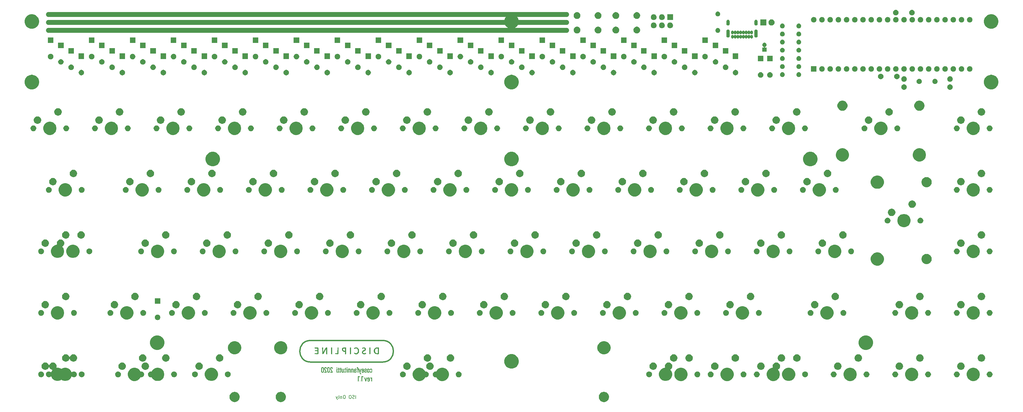
<source format=gbs>
G04 #@! TF.GenerationSoftware,KiCad,Pcbnew,(5.1.6)-1*
G04 #@! TF.CreationDate,2020-07-14T19:46:05+04:00*
G04 #@! TF.ProjectId,discipline-pcb,64697363-6970-46c6-996e-652d7063622e,rev?*
G04 #@! TF.SameCoordinates,Original*
G04 #@! TF.FileFunction,Soldermask,Bot*
G04 #@! TF.FilePolarity,Negative*
%FSLAX46Y46*%
G04 Gerber Fmt 4.6, Leading zero omitted, Abs format (unit mm)*
G04 Created by KiCad (PCBNEW (5.1.6)-1) date 2020-07-14 19:46:05*
%MOMM*%
%LPD*%
G01*
G04 APERTURE LIST*
%ADD10C,0.200000*%
%ADD11C,1.500000*%
%ADD12C,0.010000*%
%ADD13C,0.150000*%
%ADD14C,0.400000*%
%ADD15C,0.100000*%
G04 APERTURE END LIST*
D10*
X158000000Y-178452380D02*
X158000000Y-177452380D01*
X157571428Y-178404761D02*
X157428571Y-178452380D01*
X157190476Y-178452380D01*
X157095238Y-178404761D01*
X157047619Y-178357142D01*
X157000000Y-178261904D01*
X157000000Y-178166666D01*
X157047619Y-178071428D01*
X157095238Y-178023809D01*
X157190476Y-177976190D01*
X157380952Y-177928571D01*
X157476190Y-177880952D01*
X157523809Y-177833333D01*
X157571428Y-177738095D01*
X157571428Y-177642857D01*
X157523809Y-177547619D01*
X157476190Y-177500000D01*
X157380952Y-177452380D01*
X157142857Y-177452380D01*
X157000000Y-177500000D01*
X156380952Y-177452380D02*
X156190476Y-177452380D01*
X156095238Y-177500000D01*
X156000000Y-177595238D01*
X155952380Y-177785714D01*
X155952380Y-178119047D01*
X156000000Y-178309523D01*
X156095238Y-178404761D01*
X156190476Y-178452380D01*
X156380952Y-178452380D01*
X156476190Y-178404761D01*
X156571428Y-178309523D01*
X156619047Y-178119047D01*
X156619047Y-177785714D01*
X156571428Y-177595238D01*
X156476190Y-177500000D01*
X156380952Y-177452380D01*
X154571428Y-177452380D02*
X154380952Y-177452380D01*
X154285714Y-177500000D01*
X154190476Y-177595238D01*
X154142857Y-177785714D01*
X154142857Y-178119047D01*
X154190476Y-178309523D01*
X154285714Y-178404761D01*
X154380952Y-178452380D01*
X154571428Y-178452380D01*
X154666666Y-178404761D01*
X154761904Y-178309523D01*
X154809523Y-178119047D01*
X154809523Y-177785714D01*
X154761904Y-177595238D01*
X154666666Y-177500000D01*
X154571428Y-177452380D01*
X153714285Y-177785714D02*
X153714285Y-178452380D01*
X153714285Y-177880952D02*
X153666666Y-177833333D01*
X153571428Y-177785714D01*
X153428571Y-177785714D01*
X153333333Y-177833333D01*
X153285714Y-177928571D01*
X153285714Y-178452380D01*
X152666666Y-178452380D02*
X152761904Y-178404761D01*
X152809523Y-178309523D01*
X152809523Y-177452380D01*
X152380952Y-177785714D02*
X152142857Y-178452380D01*
X151904761Y-177785714D02*
X152142857Y-178452380D01*
X152238095Y-178690476D01*
X152285714Y-178738095D01*
X152380952Y-178785714D01*
D11*
X62883004Y-61986290D02*
X223254308Y-61986290D01*
X62883004Y-59503020D02*
X223254308Y-59503020D01*
X62883004Y-64469560D02*
X223254308Y-64469560D01*
D12*
G36*
X159802689Y-173101000D02*
G01*
X159964967Y-173101000D01*
X159964967Y-171634029D01*
X160099505Y-171718413D01*
X160139158Y-171743230D01*
X160175415Y-171765819D01*
X160206356Y-171784992D01*
X160230061Y-171799561D01*
X160244611Y-171808340D01*
X160247671Y-171810091D01*
X160253451Y-171812505D01*
X160257307Y-171810962D01*
X160259621Y-171803315D01*
X160260773Y-171787416D01*
X160261146Y-171761116D01*
X160261146Y-171734234D01*
X160260991Y-171651083D01*
X160146278Y-171575236D01*
X160031566Y-171499388D01*
X159802689Y-171499388D01*
X159802689Y-173101000D01*
G37*
X159802689Y-173101000D02*
X159964967Y-173101000D01*
X159964967Y-171634029D01*
X160099505Y-171718413D01*
X160139158Y-171743230D01*
X160175415Y-171765819D01*
X160206356Y-171784992D01*
X160230061Y-171799561D01*
X160244611Y-171808340D01*
X160247671Y-171810091D01*
X160253451Y-171812505D01*
X160257307Y-171810962D01*
X160259621Y-171803315D01*
X160260773Y-171787416D01*
X160261146Y-171761116D01*
X160261146Y-171734234D01*
X160260991Y-171651083D01*
X160146278Y-171575236D01*
X160031566Y-171499388D01*
X159802689Y-171499388D01*
X159802689Y-173101000D01*
G36*
X160723065Y-171958173D02*
G01*
X160700033Y-171958930D01*
X160686635Y-171960628D01*
X160680634Y-171963620D01*
X160679793Y-171968264D01*
X160680304Y-171970347D01*
X160682731Y-171978949D01*
X160688637Y-172000092D01*
X160697728Y-172032718D01*
X160709711Y-172075773D01*
X160724292Y-172128198D01*
X160741177Y-172188938D01*
X160760073Y-172256936D01*
X160780684Y-172331134D01*
X160802719Y-172410478D01*
X160825882Y-172493909D01*
X160832824Y-172518916D01*
X160856358Y-172603661D01*
X160878929Y-172684857D01*
X160900233Y-172761421D01*
X160919967Y-172832268D01*
X160937830Y-172896315D01*
X160953518Y-172952477D01*
X160966729Y-172999669D01*
X160977160Y-173036808D01*
X160984508Y-173062809D01*
X160988471Y-173076588D01*
X160988920Y-173078069D01*
X160996173Y-173101000D01*
X161142151Y-173101000D01*
X161149489Y-173078069D01*
X161153177Y-173065703D01*
X161160161Y-173041463D01*
X161170096Y-173006585D01*
X161182636Y-172962302D01*
X161197437Y-172909851D01*
X161214152Y-172850466D01*
X161232438Y-172785382D01*
X161251949Y-172715834D01*
X161272339Y-172643057D01*
X161293265Y-172568285D01*
X161314380Y-172492754D01*
X161335339Y-172417698D01*
X161355798Y-172344353D01*
X161375411Y-172273953D01*
X161393834Y-172207733D01*
X161410720Y-172146929D01*
X161425726Y-172092775D01*
X161438505Y-172046505D01*
X161448713Y-172009356D01*
X161456005Y-171982561D01*
X161460035Y-171967356D01*
X161460745Y-171964295D01*
X161454155Y-171961816D01*
X161436240Y-171959797D01*
X161409786Y-171958454D01*
X161379606Y-171958000D01*
X161347661Y-171958227D01*
X161321636Y-171958844D01*
X161304319Y-171959755D01*
X161298467Y-171960794D01*
X161296780Y-171968149D01*
X161291953Y-171987751D01*
X161284338Y-172018219D01*
X161274287Y-172058170D01*
X161262154Y-172106222D01*
X161248289Y-172160992D01*
X161233044Y-172221098D01*
X161216773Y-172285158D01*
X161199827Y-172351790D01*
X161182558Y-172419610D01*
X161165319Y-172487237D01*
X161148461Y-172553289D01*
X161132337Y-172616382D01*
X161117298Y-172675135D01*
X161103698Y-172728164D01*
X161091888Y-172774089D01*
X161082219Y-172811526D01*
X161075046Y-172839093D01*
X161070719Y-172855408D01*
X161069552Y-172859430D01*
X161067569Y-172853113D01*
X161062444Y-172834266D01*
X161054474Y-172804044D01*
X161043956Y-172763604D01*
X161031190Y-172714099D01*
X161016472Y-172656687D01*
X161000101Y-172592522D01*
X160982374Y-172522760D01*
X160963589Y-172448557D01*
X160960441Y-172436097D01*
X160941295Y-172360294D01*
X160923021Y-172287970D01*
X160905939Y-172220386D01*
X160890367Y-172158802D01*
X160876625Y-172104478D01*
X160865031Y-172058674D01*
X160855904Y-172022651D01*
X160849562Y-171997667D01*
X160846325Y-171984984D01*
X160846188Y-171984458D01*
X160839312Y-171958000D01*
X160757970Y-171958000D01*
X160723065Y-171958173D01*
G37*
X160723065Y-171958173D02*
X160700033Y-171958930D01*
X160686635Y-171960628D01*
X160680634Y-171963620D01*
X160679793Y-171968264D01*
X160680304Y-171970347D01*
X160682731Y-171978949D01*
X160688637Y-172000092D01*
X160697728Y-172032718D01*
X160709711Y-172075773D01*
X160724292Y-172128198D01*
X160741177Y-172188938D01*
X160760073Y-172256936D01*
X160780684Y-172331134D01*
X160802719Y-172410478D01*
X160825882Y-172493909D01*
X160832824Y-172518916D01*
X160856358Y-172603661D01*
X160878929Y-172684857D01*
X160900233Y-172761421D01*
X160919967Y-172832268D01*
X160937830Y-172896315D01*
X160953518Y-172952477D01*
X160966729Y-172999669D01*
X160977160Y-173036808D01*
X160984508Y-173062809D01*
X160988471Y-173076588D01*
X160988920Y-173078069D01*
X160996173Y-173101000D01*
X161142151Y-173101000D01*
X161149489Y-173078069D01*
X161153177Y-173065703D01*
X161160161Y-173041463D01*
X161170096Y-173006585D01*
X161182636Y-172962302D01*
X161197437Y-172909851D01*
X161214152Y-172850466D01*
X161232438Y-172785382D01*
X161251949Y-172715834D01*
X161272339Y-172643057D01*
X161293265Y-172568285D01*
X161314380Y-172492754D01*
X161335339Y-172417698D01*
X161355798Y-172344353D01*
X161375411Y-172273953D01*
X161393834Y-172207733D01*
X161410720Y-172146929D01*
X161425726Y-172092775D01*
X161438505Y-172046505D01*
X161448713Y-172009356D01*
X161456005Y-171982561D01*
X161460035Y-171967356D01*
X161460745Y-171964295D01*
X161454155Y-171961816D01*
X161436240Y-171959797D01*
X161409786Y-171958454D01*
X161379606Y-171958000D01*
X161347661Y-171958227D01*
X161321636Y-171958844D01*
X161304319Y-171959755D01*
X161298467Y-171960794D01*
X161296780Y-171968149D01*
X161291953Y-171987751D01*
X161284338Y-172018219D01*
X161274287Y-172058170D01*
X161262154Y-172106222D01*
X161248289Y-172160992D01*
X161233044Y-172221098D01*
X161216773Y-172285158D01*
X161199827Y-172351790D01*
X161182558Y-172419610D01*
X161165319Y-172487237D01*
X161148461Y-172553289D01*
X161132337Y-172616382D01*
X161117298Y-172675135D01*
X161103698Y-172728164D01*
X161091888Y-172774089D01*
X161082219Y-172811526D01*
X161075046Y-172839093D01*
X161070719Y-172855408D01*
X161069552Y-172859430D01*
X161067569Y-172853113D01*
X161062444Y-172834266D01*
X161054474Y-172804044D01*
X161043956Y-172763604D01*
X161031190Y-172714099D01*
X161016472Y-172656687D01*
X161000101Y-172592522D01*
X160982374Y-172522760D01*
X160963589Y-172448557D01*
X160960441Y-172436097D01*
X160941295Y-172360294D01*
X160923021Y-172287970D01*
X160905939Y-172220386D01*
X160890367Y-172158802D01*
X160876625Y-172104478D01*
X160865031Y-172058674D01*
X160855904Y-172022651D01*
X160849562Y-171997667D01*
X160846325Y-171984984D01*
X160846188Y-171984458D01*
X160839312Y-171958000D01*
X160757970Y-171958000D01*
X160723065Y-171958173D01*
G36*
X162455578Y-172085000D02*
G01*
X162482037Y-172085053D01*
X162545456Y-172090536D01*
X162606478Y-172105947D01*
X162662862Y-172130113D01*
X162712369Y-172161862D01*
X162752756Y-172200023D01*
X162780724Y-172241314D01*
X162787980Y-172255873D01*
X162794141Y-172269737D01*
X162799298Y-172284152D01*
X162803539Y-172300362D01*
X162806955Y-172319614D01*
X162809635Y-172343154D01*
X162811669Y-172372227D01*
X162813146Y-172408080D01*
X162814157Y-172451959D01*
X162814791Y-172505108D01*
X162815138Y-172568774D01*
X162815288Y-172644203D01*
X162815328Y-172721763D01*
X162815412Y-173101000D01*
X162977689Y-173101000D01*
X162977689Y-171958000D01*
X162815412Y-171958000D01*
X162815412Y-172114006D01*
X162770723Y-172069516D01*
X162709074Y-172017476D01*
X162641627Y-171978152D01*
X162568904Y-171951798D01*
X162501279Y-171939566D01*
X162455578Y-171934884D01*
X162455578Y-172085000D01*
G37*
X162455578Y-172085000D02*
X162482037Y-172085053D01*
X162545456Y-172090536D01*
X162606478Y-172105947D01*
X162662862Y-172130113D01*
X162712369Y-172161862D01*
X162752756Y-172200023D01*
X162780724Y-172241314D01*
X162787980Y-172255873D01*
X162794141Y-172269737D01*
X162799298Y-172284152D01*
X162803539Y-172300362D01*
X162806955Y-172319614D01*
X162809635Y-172343154D01*
X162811669Y-172372227D01*
X162813146Y-172408080D01*
X162814157Y-172451959D01*
X162814791Y-172505108D01*
X162815138Y-172568774D01*
X162815288Y-172644203D01*
X162815328Y-172721763D01*
X162815412Y-173101000D01*
X162977689Y-173101000D01*
X162977689Y-171958000D01*
X162815412Y-171958000D01*
X162815412Y-172114006D01*
X162770723Y-172069516D01*
X162709074Y-172017476D01*
X162641627Y-171978152D01*
X162568904Y-171951798D01*
X162501279Y-171939566D01*
X162455578Y-171934884D01*
X162455578Y-172085000D01*
G36*
X161924161Y-171939035D02*
G01*
X161890994Y-171942554D01*
X161857832Y-171947851D01*
X161831449Y-171953828D01*
X161829812Y-171954310D01*
X161781980Y-171974735D01*
X161735612Y-172005329D01*
X161695522Y-172042553D01*
X161675965Y-172067361D01*
X161657626Y-172097070D01*
X161642803Y-172127896D01*
X161631162Y-172161691D01*
X161622371Y-172200304D01*
X161616097Y-172245586D01*
X161612007Y-172299387D01*
X161609770Y-172363557D01*
X161609051Y-172439541D01*
X161608912Y-172593000D01*
X162131023Y-172593000D01*
X162131023Y-172697552D01*
X162130190Y-172752171D01*
X162127323Y-172795424D01*
X162121866Y-172829978D01*
X162113264Y-172858500D01*
X162100964Y-172883658D01*
X162088338Y-172902809D01*
X162057423Y-172934285D01*
X162017813Y-172955098D01*
X161969093Y-172965430D01*
X161940523Y-172966720D01*
X161887904Y-172961517D01*
X161844850Y-172945964D01*
X161811135Y-172919864D01*
X161786531Y-172883021D01*
X161770812Y-172835237D01*
X161767532Y-172817013D01*
X161762532Y-172783500D01*
X161608912Y-172783500D01*
X161608912Y-172817295D01*
X161610844Y-172844151D01*
X161615776Y-172875304D01*
X161619461Y-172891593D01*
X161642047Y-172953800D01*
X161674809Y-173006235D01*
X161717652Y-173048804D01*
X161770486Y-173081412D01*
X161826614Y-173102196D01*
X161866086Y-173109795D01*
X161913525Y-173113867D01*
X161963619Y-173114371D01*
X162011057Y-173111264D01*
X162050530Y-173104506D01*
X162052673Y-173103945D01*
X162114363Y-173080413D01*
X162168149Y-173045500D01*
X162213320Y-172999964D01*
X162249166Y-172944563D01*
X162274976Y-172880055D01*
X162280149Y-172861111D01*
X162282841Y-172842720D01*
X162285131Y-172812191D01*
X162287017Y-172771479D01*
X162288501Y-172722542D01*
X162289583Y-172667333D01*
X162290262Y-172607810D01*
X162290540Y-172545928D01*
X162290416Y-172483643D01*
X162290080Y-172444833D01*
X162132289Y-172444833D01*
X161769711Y-172444833D01*
X161772575Y-172333708D01*
X161773894Y-172290291D01*
X161775521Y-172258200D01*
X161777829Y-172234648D01*
X161781188Y-172216850D01*
X161785971Y-172202021D01*
X161791938Y-172188627D01*
X161817387Y-172146262D01*
X161847391Y-172116464D01*
X161883959Y-172097977D01*
X161929098Y-172089544D01*
X161951628Y-172088695D01*
X161981751Y-172089165D01*
X162002858Y-172091571D01*
X162020024Y-172097092D01*
X162038323Y-172106903D01*
X162043350Y-172109967D01*
X162064577Y-172125125D01*
X162081006Y-172142891D01*
X162096516Y-172167822D01*
X162102800Y-172179779D01*
X162112202Y-172198558D01*
X162118904Y-172214105D01*
X162123428Y-172229433D01*
X162126295Y-172247560D01*
X162128026Y-172271500D01*
X162129143Y-172304269D01*
X162129892Y-172336492D01*
X162132289Y-172444833D01*
X162290080Y-172444833D01*
X162289890Y-172422910D01*
X162288963Y-172365687D01*
X162287635Y-172313927D01*
X162285906Y-172269589D01*
X162283777Y-172234626D01*
X162281247Y-172210996D01*
X162280071Y-172204944D01*
X162256234Y-172133599D01*
X162223277Y-172072741D01*
X162181675Y-172022727D01*
X162131905Y-171983910D01*
X162074443Y-171956649D01*
X162009765Y-171941298D01*
X161938348Y-171938213D01*
X161924161Y-171939035D01*
G37*
X161924161Y-171939035D02*
X161890994Y-171942554D01*
X161857832Y-171947851D01*
X161831449Y-171953828D01*
X161829812Y-171954310D01*
X161781980Y-171974735D01*
X161735612Y-172005329D01*
X161695522Y-172042553D01*
X161675965Y-172067361D01*
X161657626Y-172097070D01*
X161642803Y-172127896D01*
X161631162Y-172161691D01*
X161622371Y-172200304D01*
X161616097Y-172245586D01*
X161612007Y-172299387D01*
X161609770Y-172363557D01*
X161609051Y-172439541D01*
X161608912Y-172593000D01*
X162131023Y-172593000D01*
X162131023Y-172697552D01*
X162130190Y-172752171D01*
X162127323Y-172795424D01*
X162121866Y-172829978D01*
X162113264Y-172858500D01*
X162100964Y-172883658D01*
X162088338Y-172902809D01*
X162057423Y-172934285D01*
X162017813Y-172955098D01*
X161969093Y-172965430D01*
X161940523Y-172966720D01*
X161887904Y-172961517D01*
X161844850Y-172945964D01*
X161811135Y-172919864D01*
X161786531Y-172883021D01*
X161770812Y-172835237D01*
X161767532Y-172817013D01*
X161762532Y-172783500D01*
X161608912Y-172783500D01*
X161608912Y-172817295D01*
X161610844Y-172844151D01*
X161615776Y-172875304D01*
X161619461Y-172891593D01*
X161642047Y-172953800D01*
X161674809Y-173006235D01*
X161717652Y-173048804D01*
X161770486Y-173081412D01*
X161826614Y-173102196D01*
X161866086Y-173109795D01*
X161913525Y-173113867D01*
X161963619Y-173114371D01*
X162011057Y-173111264D01*
X162050530Y-173104506D01*
X162052673Y-173103945D01*
X162114363Y-173080413D01*
X162168149Y-173045500D01*
X162213320Y-172999964D01*
X162249166Y-172944563D01*
X162274976Y-172880055D01*
X162280149Y-172861111D01*
X162282841Y-172842720D01*
X162285131Y-172812191D01*
X162287017Y-172771479D01*
X162288501Y-172722542D01*
X162289583Y-172667333D01*
X162290262Y-172607810D01*
X162290540Y-172545928D01*
X162290416Y-172483643D01*
X162290080Y-172444833D01*
X162132289Y-172444833D01*
X161769711Y-172444833D01*
X161772575Y-172333708D01*
X161773894Y-172290291D01*
X161775521Y-172258200D01*
X161777829Y-172234648D01*
X161781188Y-172216850D01*
X161785971Y-172202021D01*
X161791938Y-172188627D01*
X161817387Y-172146262D01*
X161847391Y-172116464D01*
X161883959Y-172097977D01*
X161929098Y-172089544D01*
X161951628Y-172088695D01*
X161981751Y-172089165D01*
X162002858Y-172091571D01*
X162020024Y-172097092D01*
X162038323Y-172106903D01*
X162043350Y-172109967D01*
X162064577Y-172125125D01*
X162081006Y-172142891D01*
X162096516Y-172167822D01*
X162102800Y-172179779D01*
X162112202Y-172198558D01*
X162118904Y-172214105D01*
X162123428Y-172229433D01*
X162126295Y-172247560D01*
X162128026Y-172271500D01*
X162129143Y-172304269D01*
X162129892Y-172336492D01*
X162132289Y-172444833D01*
X162290080Y-172444833D01*
X162289890Y-172422910D01*
X162288963Y-172365687D01*
X162287635Y-172313927D01*
X162285906Y-172269589D01*
X162283777Y-172234626D01*
X162281247Y-172210996D01*
X162280071Y-172204944D01*
X162256234Y-172133599D01*
X162223277Y-172072741D01*
X162181675Y-172022727D01*
X162131905Y-171983910D01*
X162074443Y-171956649D01*
X162009765Y-171941298D01*
X161938348Y-171938213D01*
X161924161Y-171939035D01*
G36*
X158703628Y-173101000D02*
G01*
X158865906Y-173101000D01*
X158865906Y-171634029D01*
X159000444Y-171718413D01*
X159040097Y-171743230D01*
X159076354Y-171765819D01*
X159107295Y-171784992D01*
X159131000Y-171799561D01*
X159145550Y-171808340D01*
X159148610Y-171810091D01*
X159154390Y-171812505D01*
X159158246Y-171810962D01*
X159160560Y-171803315D01*
X159161712Y-171787416D01*
X159162085Y-171761116D01*
X159162085Y-171734234D01*
X159161930Y-171651083D01*
X159047217Y-171575236D01*
X158932505Y-171499388D01*
X158703628Y-171499388D01*
X158703628Y-173101000D01*
G37*
X158703628Y-173101000D02*
X158865906Y-173101000D01*
X158865906Y-171634029D01*
X159000444Y-171718413D01*
X159040097Y-171743230D01*
X159076354Y-171765819D01*
X159107295Y-171784992D01*
X159131000Y-171799561D01*
X159145550Y-171808340D01*
X159148610Y-171810091D01*
X159154390Y-171812505D01*
X159158246Y-171810962D01*
X159160560Y-171803315D01*
X159161712Y-171787416D01*
X159162085Y-171761116D01*
X159162085Y-171734234D01*
X159161930Y-171651083D01*
X159047217Y-171575236D01*
X158932505Y-171499388D01*
X158703628Y-171499388D01*
X158703628Y-173101000D01*
D13*
X159390996Y-172974204D02*
G75*
G03*
X159390996Y-172974204I-56796J0D01*
G01*
D12*
G36*
X159505756Y-169258897D02*
G01*
X159501557Y-169273919D01*
X159494129Y-169300906D01*
X159483923Y-169338202D01*
X159471388Y-169384149D01*
X159456973Y-169437090D01*
X159441128Y-169495366D01*
X159424303Y-169557320D01*
X159406947Y-169621295D01*
X159389509Y-169685633D01*
X159372439Y-169748677D01*
X159356186Y-169808769D01*
X159341200Y-169864252D01*
X159327931Y-169913468D01*
X159316828Y-169954759D01*
X159308340Y-169986468D01*
X159303419Y-170005022D01*
X159295733Y-170033233D01*
X159288818Y-170056772D01*
X159283806Y-170071852D01*
X159282639Y-170074572D01*
X159280105Y-170069618D01*
X159274500Y-170052084D01*
X159266122Y-170023093D01*
X159255272Y-169983766D01*
X159242251Y-169935226D01*
X159227358Y-169878595D01*
X159210894Y-169814995D01*
X159193159Y-169745549D01*
X159174453Y-169671378D01*
X159169854Y-169653002D01*
X159062092Y-169221855D01*
X158981822Y-169221855D01*
X158944893Y-169222280D01*
X158920350Y-169223683D01*
X158906492Y-169226254D01*
X158901616Y-169230182D01*
X158901553Y-169230816D01*
X158903341Y-169241710D01*
X158908046Y-169261929D01*
X158914677Y-169287237D01*
X158915169Y-169289025D01*
X158918925Y-169302824D01*
X158926052Y-169329235D01*
X158936279Y-169367239D01*
X158949331Y-169415817D01*
X158964936Y-169473948D01*
X158982819Y-169540614D01*
X159002707Y-169614794D01*
X159024327Y-169695469D01*
X159047405Y-169781620D01*
X159071668Y-169872226D01*
X159096843Y-169966269D01*
X159106075Y-170000764D01*
X159131479Y-170095397D01*
X159156134Y-170186660D01*
X159179765Y-170273565D01*
X159202094Y-170355123D01*
X159222847Y-170430346D01*
X159241748Y-170498244D01*
X159258521Y-170557829D01*
X159272890Y-170608112D01*
X159284579Y-170648105D01*
X159293313Y-170676818D01*
X159298815Y-170693264D01*
X159300021Y-170696130D01*
X159327968Y-170739451D01*
X159364289Y-170774666D01*
X159410003Y-170802324D01*
X159466127Y-170822974D01*
X159533681Y-170837166D01*
X159570067Y-170841803D01*
X159614164Y-170846456D01*
X159614164Y-170691343D01*
X159569859Y-170687786D01*
X159518211Y-170677321D01*
X159473972Y-170654855D01*
X159437251Y-170620463D01*
X159409788Y-170577536D01*
X159402267Y-170559108D01*
X159392828Y-170531019D01*
X159382367Y-170496562D01*
X159371781Y-170459028D01*
X159361967Y-170421707D01*
X159353821Y-170387892D01*
X159348239Y-170360875D01*
X159346120Y-170343945D01*
X159346119Y-170343822D01*
X159348113Y-170334479D01*
X159353911Y-170312682D01*
X159363208Y-170279478D01*
X159375697Y-170235911D01*
X159391072Y-170183028D01*
X159409027Y-170121873D01*
X159429255Y-170053493D01*
X159451450Y-169978933D01*
X159475307Y-169899238D01*
X159500518Y-169815455D01*
X159511859Y-169777903D01*
X159537502Y-169693041D01*
X159561932Y-169612104D01*
X159584845Y-169536103D01*
X159605938Y-169466052D01*
X159624905Y-169402962D01*
X159641444Y-169347847D01*
X159655250Y-169301719D01*
X159666020Y-169265590D01*
X159673448Y-169240473D01*
X159677231Y-169227380D01*
X159677664Y-169225673D01*
X159671075Y-169224165D01*
X159653169Y-169222939D01*
X159626740Y-169222125D01*
X159597026Y-169221855D01*
X159516388Y-169221855D01*
X159505756Y-169258897D01*
G37*
X159505756Y-169258897D02*
X159501557Y-169273919D01*
X159494129Y-169300906D01*
X159483923Y-169338202D01*
X159471388Y-169384149D01*
X159456973Y-169437090D01*
X159441128Y-169495366D01*
X159424303Y-169557320D01*
X159406947Y-169621295D01*
X159389509Y-169685633D01*
X159372439Y-169748677D01*
X159356186Y-169808769D01*
X159341200Y-169864252D01*
X159327931Y-169913468D01*
X159316828Y-169954759D01*
X159308340Y-169986468D01*
X159303419Y-170005022D01*
X159295733Y-170033233D01*
X159288818Y-170056772D01*
X159283806Y-170071852D01*
X159282639Y-170074572D01*
X159280105Y-170069618D01*
X159274500Y-170052084D01*
X159266122Y-170023093D01*
X159255272Y-169983766D01*
X159242251Y-169935226D01*
X159227358Y-169878595D01*
X159210894Y-169814995D01*
X159193159Y-169745549D01*
X159174453Y-169671378D01*
X159169854Y-169653002D01*
X159062092Y-169221855D01*
X158981822Y-169221855D01*
X158944893Y-169222280D01*
X158920350Y-169223683D01*
X158906492Y-169226254D01*
X158901616Y-169230182D01*
X158901553Y-169230816D01*
X158903341Y-169241710D01*
X158908046Y-169261929D01*
X158914677Y-169287237D01*
X158915169Y-169289025D01*
X158918925Y-169302824D01*
X158926052Y-169329235D01*
X158936279Y-169367239D01*
X158949331Y-169415817D01*
X158964936Y-169473948D01*
X158982819Y-169540614D01*
X159002707Y-169614794D01*
X159024327Y-169695469D01*
X159047405Y-169781620D01*
X159071668Y-169872226D01*
X159096843Y-169966269D01*
X159106075Y-170000764D01*
X159131479Y-170095397D01*
X159156134Y-170186660D01*
X159179765Y-170273565D01*
X159202094Y-170355123D01*
X159222847Y-170430346D01*
X159241748Y-170498244D01*
X159258521Y-170557829D01*
X159272890Y-170608112D01*
X159284579Y-170648105D01*
X159293313Y-170676818D01*
X159298815Y-170693264D01*
X159300021Y-170696130D01*
X159327968Y-170739451D01*
X159364289Y-170774666D01*
X159410003Y-170802324D01*
X159466127Y-170822974D01*
X159533681Y-170837166D01*
X159570067Y-170841803D01*
X159614164Y-170846456D01*
X159614164Y-170691343D01*
X159569859Y-170687786D01*
X159518211Y-170677321D01*
X159473972Y-170654855D01*
X159437251Y-170620463D01*
X159409788Y-170577536D01*
X159402267Y-170559108D01*
X159392828Y-170531019D01*
X159382367Y-170496562D01*
X159371781Y-170459028D01*
X159361967Y-170421707D01*
X159353821Y-170387892D01*
X159348239Y-170360875D01*
X159346120Y-170343945D01*
X159346119Y-170343822D01*
X159348113Y-170334479D01*
X159353911Y-170312682D01*
X159363208Y-170279478D01*
X159375697Y-170235911D01*
X159391072Y-170183028D01*
X159409027Y-170121873D01*
X159429255Y-170053493D01*
X159451450Y-169978933D01*
X159475307Y-169899238D01*
X159500518Y-169815455D01*
X159511859Y-169777903D01*
X159537502Y-169693041D01*
X159561932Y-169612104D01*
X159584845Y-169536103D01*
X159605938Y-169466052D01*
X159624905Y-169402962D01*
X159641444Y-169347847D01*
X159655250Y-169301719D01*
X159666020Y-169265590D01*
X159673448Y-169240473D01*
X159677231Y-169227380D01*
X159677664Y-169225673D01*
X159671075Y-169224165D01*
X159653169Y-169222939D01*
X159626740Y-169222125D01*
X159597026Y-169221855D01*
X159516388Y-169221855D01*
X159505756Y-169258897D01*
G36*
X162650224Y-169202920D02*
G01*
X162578351Y-169213827D01*
X162514697Y-169235586D01*
X162459823Y-169267805D01*
X162414289Y-169310089D01*
X162378654Y-169362046D01*
X162358432Y-169408053D01*
X162352511Y-169429144D01*
X162346783Y-169456712D01*
X162341703Y-169487324D01*
X162337728Y-169517552D01*
X162335314Y-169543962D01*
X162334919Y-169563124D01*
X162336707Y-169571379D01*
X162344693Y-169572739D01*
X162363651Y-169573820D01*
X162390440Y-169574486D01*
X162411894Y-169574633D01*
X162483827Y-169574633D01*
X162488620Y-169527848D01*
X162496313Y-169481482D01*
X162509620Y-169444916D01*
X162530021Y-169414463D01*
X162537286Y-169406445D01*
X162564927Y-169381397D01*
X162593153Y-169365083D01*
X162625957Y-169355993D01*
X162667331Y-169352614D01*
X162679803Y-169352484D01*
X162725939Y-169354978D01*
X162762063Y-169363351D01*
X162791526Y-169378945D01*
X162817676Y-169403099D01*
X162823563Y-169409991D01*
X162833526Y-169422430D01*
X162841828Y-169434343D01*
X162848618Y-169447098D01*
X162854049Y-169462061D01*
X162858271Y-169480600D01*
X162861437Y-169504081D01*
X162863696Y-169533872D01*
X162865201Y-169571340D01*
X162866103Y-169617851D01*
X162866552Y-169674772D01*
X162866701Y-169743471D01*
X162866706Y-169799904D01*
X162866637Y-170100272D01*
X162850001Y-170135550D01*
X162825146Y-170175355D01*
X162792908Y-170204010D01*
X162752313Y-170222073D01*
X162702389Y-170230103D01*
X162684149Y-170230645D01*
X162638519Y-170228537D01*
X162602561Y-170221027D01*
X162572441Y-170206799D01*
X162544325Y-170184535D01*
X162541194Y-170181544D01*
X162511546Y-170143370D01*
X162492532Y-170098202D01*
X162485776Y-170049904D01*
X162485775Y-170049602D01*
X162485775Y-170026188D01*
X162330553Y-170026188D01*
X162330606Y-170045591D01*
X162335960Y-170102134D01*
X162350695Y-170159692D01*
X162373272Y-170214302D01*
X162402155Y-170262001D01*
X162425013Y-170288868D01*
X162463616Y-170319976D01*
X162511009Y-170346549D01*
X162561992Y-170365879D01*
X162583136Y-170371169D01*
X162616816Y-170375804D01*
X162658349Y-170378025D01*
X162702868Y-170377905D01*
X162745503Y-170375518D01*
X162781385Y-170370937D01*
X162794768Y-170367983D01*
X162858831Y-170344531D01*
X162912721Y-170311314D01*
X162956613Y-170268158D01*
X162990685Y-170214887D01*
X163015116Y-170151325D01*
X163015589Y-170149661D01*
X163018049Y-170138178D01*
X163020092Y-170121956D01*
X163021753Y-170099798D01*
X163023064Y-170070509D01*
X163024058Y-170032892D01*
X163024767Y-169985751D01*
X163025226Y-169927891D01*
X163025467Y-169858116D01*
X163025525Y-169789827D01*
X163025512Y-169713719D01*
X163025432Y-169650350D01*
X163025225Y-169598344D01*
X163024829Y-169556331D01*
X163024184Y-169522935D01*
X163023228Y-169496785D01*
X163021902Y-169476507D01*
X163020143Y-169460728D01*
X163017892Y-169448074D01*
X163015086Y-169437173D01*
X163011666Y-169426650D01*
X163009101Y-169419411D01*
X162979743Y-169355734D01*
X162941282Y-169302750D01*
X162894055Y-169260660D01*
X162838401Y-169229669D01*
X162774658Y-169209982D01*
X162703164Y-169201802D01*
X162650224Y-169202920D01*
G37*
X162650224Y-169202920D02*
X162578351Y-169213827D01*
X162514697Y-169235586D01*
X162459823Y-169267805D01*
X162414289Y-169310089D01*
X162378654Y-169362046D01*
X162358432Y-169408053D01*
X162352511Y-169429144D01*
X162346783Y-169456712D01*
X162341703Y-169487324D01*
X162337728Y-169517552D01*
X162335314Y-169543962D01*
X162334919Y-169563124D01*
X162336707Y-169571379D01*
X162344693Y-169572739D01*
X162363651Y-169573820D01*
X162390440Y-169574486D01*
X162411894Y-169574633D01*
X162483827Y-169574633D01*
X162488620Y-169527848D01*
X162496313Y-169481482D01*
X162509620Y-169444916D01*
X162530021Y-169414463D01*
X162537286Y-169406445D01*
X162564927Y-169381397D01*
X162593153Y-169365083D01*
X162625957Y-169355993D01*
X162667331Y-169352614D01*
X162679803Y-169352484D01*
X162725939Y-169354978D01*
X162762063Y-169363351D01*
X162791526Y-169378945D01*
X162817676Y-169403099D01*
X162823563Y-169409991D01*
X162833526Y-169422430D01*
X162841828Y-169434343D01*
X162848618Y-169447098D01*
X162854049Y-169462061D01*
X162858271Y-169480600D01*
X162861437Y-169504081D01*
X162863696Y-169533872D01*
X162865201Y-169571340D01*
X162866103Y-169617851D01*
X162866552Y-169674772D01*
X162866701Y-169743471D01*
X162866706Y-169799904D01*
X162866637Y-170100272D01*
X162850001Y-170135550D01*
X162825146Y-170175355D01*
X162792908Y-170204010D01*
X162752313Y-170222073D01*
X162702389Y-170230103D01*
X162684149Y-170230645D01*
X162638519Y-170228537D01*
X162602561Y-170221027D01*
X162572441Y-170206799D01*
X162544325Y-170184535D01*
X162541194Y-170181544D01*
X162511546Y-170143370D01*
X162492532Y-170098202D01*
X162485776Y-170049904D01*
X162485775Y-170049602D01*
X162485775Y-170026188D01*
X162330553Y-170026188D01*
X162330606Y-170045591D01*
X162335960Y-170102134D01*
X162350695Y-170159692D01*
X162373272Y-170214302D01*
X162402155Y-170262001D01*
X162425013Y-170288868D01*
X162463616Y-170319976D01*
X162511009Y-170346549D01*
X162561992Y-170365879D01*
X162583136Y-170371169D01*
X162616816Y-170375804D01*
X162658349Y-170378025D01*
X162702868Y-170377905D01*
X162745503Y-170375518D01*
X162781385Y-170370937D01*
X162794768Y-170367983D01*
X162858831Y-170344531D01*
X162912721Y-170311314D01*
X162956613Y-170268158D01*
X162990685Y-170214887D01*
X163015116Y-170151325D01*
X163015589Y-170149661D01*
X163018049Y-170138178D01*
X163020092Y-170121956D01*
X163021753Y-170099798D01*
X163023064Y-170070509D01*
X163024058Y-170032892D01*
X163024767Y-169985751D01*
X163025226Y-169927891D01*
X163025467Y-169858116D01*
X163025525Y-169789827D01*
X163025512Y-169713719D01*
X163025432Y-169650350D01*
X163025225Y-169598344D01*
X163024829Y-169556331D01*
X163024184Y-169522935D01*
X163023228Y-169496785D01*
X163021902Y-169476507D01*
X163020143Y-169460728D01*
X163017892Y-169448074D01*
X163015086Y-169437173D01*
X163011666Y-169426650D01*
X163009101Y-169419411D01*
X162979743Y-169355734D01*
X162941282Y-169302750D01*
X162894055Y-169260660D01*
X162838401Y-169229669D01*
X162774658Y-169209982D01*
X162703164Y-169201802D01*
X162650224Y-169202920D01*
G36*
X161775785Y-169206797D02*
G01*
X161711174Y-169223969D01*
X161654877Y-169251795D01*
X161607558Y-169289744D01*
X161569878Y-169337284D01*
X161542499Y-169393882D01*
X161526083Y-169459008D01*
X161526013Y-169459466D01*
X161523828Y-169482293D01*
X161522140Y-169518888D01*
X161520954Y-169568919D01*
X161520273Y-169632051D01*
X161520104Y-169707950D01*
X161520451Y-169796283D01*
X161520639Y-169822827D01*
X161521231Y-169897526D01*
X161521806Y-169959526D01*
X161522436Y-170010240D01*
X161523196Y-170051080D01*
X161524160Y-170083459D01*
X161525400Y-170108787D01*
X161526991Y-170128479D01*
X161529007Y-170143946D01*
X161531520Y-170156600D01*
X161534606Y-170167853D01*
X161538338Y-170179118D01*
X161539402Y-170182164D01*
X161566929Y-170240672D01*
X161604909Y-170290218D01*
X161652436Y-170329852D01*
X161707672Y-170358269D01*
X161740204Y-170367196D01*
X161782133Y-170373500D01*
X161828956Y-170376996D01*
X161876172Y-170377496D01*
X161919277Y-170374815D01*
X161953771Y-170368766D01*
X161954742Y-170368498D01*
X162017332Y-170344687D01*
X162069602Y-170311259D01*
X162111525Y-170268240D01*
X162143076Y-170215656D01*
X162164230Y-170153533D01*
X162164456Y-170152577D01*
X162167381Y-170132636D01*
X162169894Y-170100606D01*
X162171995Y-170058336D01*
X162173684Y-170007675D01*
X162174961Y-169950473D01*
X162175501Y-169911824D01*
X162019395Y-169911824D01*
X162019349Y-169962829D01*
X162018990Y-170003911D01*
X162018278Y-170036464D01*
X162017176Y-170061885D01*
X162015646Y-170081568D01*
X162013648Y-170096909D01*
X162011146Y-170109303D01*
X162009338Y-170116070D01*
X161991223Y-170161034D01*
X161965930Y-170194255D01*
X161932498Y-170216435D01*
X161889966Y-170228275D01*
X161852313Y-170230794D01*
X161818037Y-170228999D01*
X161788449Y-170224144D01*
X161774798Y-170219879D01*
X161739798Y-170199513D01*
X161712401Y-170169760D01*
X161700158Y-170149661D01*
X161696632Y-170142787D01*
X161693699Y-170135576D01*
X161691303Y-170126738D01*
X161689392Y-170114980D01*
X161687910Y-170099010D01*
X161686802Y-170077536D01*
X161686014Y-170049268D01*
X161685492Y-170012912D01*
X161685182Y-169967177D01*
X161685027Y-169910772D01*
X161684975Y-169842404D01*
X161684970Y-169789827D01*
X161684970Y-169458216D01*
X161704560Y-169424890D01*
X161732861Y-169389876D01*
X161770099Y-169365710D01*
X161815995Y-169352555D01*
X161831653Y-169350761D01*
X161884066Y-169352175D01*
X161928833Y-169365196D01*
X161965574Y-169389624D01*
X161993911Y-169425258D01*
X162001883Y-169440577D01*
X162005456Y-169448837D01*
X162008414Y-169457669D01*
X162010825Y-169468456D01*
X162012761Y-169482578D01*
X162014289Y-169501418D01*
X162015480Y-169526357D01*
X162016404Y-169558777D01*
X162017129Y-169600060D01*
X162017726Y-169651586D01*
X162018264Y-169714739D01*
X162018697Y-169774461D01*
X162019165Y-169849500D01*
X162019395Y-169911824D01*
X162175501Y-169911824D01*
X162175826Y-169888577D01*
X162176279Y-169823837D01*
X162176318Y-169758101D01*
X162175946Y-169693219D01*
X162175160Y-169631040D01*
X162173961Y-169573412D01*
X162172349Y-169522184D01*
X162170324Y-169479205D01*
X162167885Y-169446324D01*
X162165033Y-169425390D01*
X162164515Y-169423185D01*
X162141987Y-169362114D01*
X162108940Y-169310118D01*
X162066028Y-169267659D01*
X162013908Y-169235198D01*
X161953236Y-169213196D01*
X161884668Y-169202114D01*
X161848048Y-169200811D01*
X161775785Y-169206797D01*
G37*
X161775785Y-169206797D02*
X161711174Y-169223969D01*
X161654877Y-169251795D01*
X161607558Y-169289744D01*
X161569878Y-169337284D01*
X161542499Y-169393882D01*
X161526083Y-169459008D01*
X161526013Y-169459466D01*
X161523828Y-169482293D01*
X161522140Y-169518888D01*
X161520954Y-169568919D01*
X161520273Y-169632051D01*
X161520104Y-169707950D01*
X161520451Y-169796283D01*
X161520639Y-169822827D01*
X161521231Y-169897526D01*
X161521806Y-169959526D01*
X161522436Y-170010240D01*
X161523196Y-170051080D01*
X161524160Y-170083459D01*
X161525400Y-170108787D01*
X161526991Y-170128479D01*
X161529007Y-170143946D01*
X161531520Y-170156600D01*
X161534606Y-170167853D01*
X161538338Y-170179118D01*
X161539402Y-170182164D01*
X161566929Y-170240672D01*
X161604909Y-170290218D01*
X161652436Y-170329852D01*
X161707672Y-170358269D01*
X161740204Y-170367196D01*
X161782133Y-170373500D01*
X161828956Y-170376996D01*
X161876172Y-170377496D01*
X161919277Y-170374815D01*
X161953771Y-170368766D01*
X161954742Y-170368498D01*
X162017332Y-170344687D01*
X162069602Y-170311259D01*
X162111525Y-170268240D01*
X162143076Y-170215656D01*
X162164230Y-170153533D01*
X162164456Y-170152577D01*
X162167381Y-170132636D01*
X162169894Y-170100606D01*
X162171995Y-170058336D01*
X162173684Y-170007675D01*
X162174961Y-169950473D01*
X162175501Y-169911824D01*
X162019395Y-169911824D01*
X162019349Y-169962829D01*
X162018990Y-170003911D01*
X162018278Y-170036464D01*
X162017176Y-170061885D01*
X162015646Y-170081568D01*
X162013648Y-170096909D01*
X162011146Y-170109303D01*
X162009338Y-170116070D01*
X161991223Y-170161034D01*
X161965930Y-170194255D01*
X161932498Y-170216435D01*
X161889966Y-170228275D01*
X161852313Y-170230794D01*
X161818037Y-170228999D01*
X161788449Y-170224144D01*
X161774798Y-170219879D01*
X161739798Y-170199513D01*
X161712401Y-170169760D01*
X161700158Y-170149661D01*
X161696632Y-170142787D01*
X161693699Y-170135576D01*
X161691303Y-170126738D01*
X161689392Y-170114980D01*
X161687910Y-170099010D01*
X161686802Y-170077536D01*
X161686014Y-170049268D01*
X161685492Y-170012912D01*
X161685182Y-169967177D01*
X161685027Y-169910772D01*
X161684975Y-169842404D01*
X161684970Y-169789827D01*
X161684970Y-169458216D01*
X161704560Y-169424890D01*
X161732861Y-169389876D01*
X161770099Y-169365710D01*
X161815995Y-169352555D01*
X161831653Y-169350761D01*
X161884066Y-169352175D01*
X161928833Y-169365196D01*
X161965574Y-169389624D01*
X161993911Y-169425258D01*
X162001883Y-169440577D01*
X162005456Y-169448837D01*
X162008414Y-169457669D01*
X162010825Y-169468456D01*
X162012761Y-169482578D01*
X162014289Y-169501418D01*
X162015480Y-169526357D01*
X162016404Y-169558777D01*
X162017129Y-169600060D01*
X162017726Y-169651586D01*
X162018264Y-169714739D01*
X162018697Y-169774461D01*
X162019165Y-169849500D01*
X162019395Y-169911824D01*
X162175501Y-169911824D01*
X162175826Y-169888577D01*
X162176279Y-169823837D01*
X162176318Y-169758101D01*
X162175946Y-169693219D01*
X162175160Y-169631040D01*
X162173961Y-169573412D01*
X162172349Y-169522184D01*
X162170324Y-169479205D01*
X162167885Y-169446324D01*
X162165033Y-169425390D01*
X162164515Y-169423185D01*
X162141987Y-169362114D01*
X162108940Y-169310118D01*
X162066028Y-169267659D01*
X162013908Y-169235198D01*
X161953236Y-169213196D01*
X161884668Y-169202114D01*
X161848048Y-169200811D01*
X161775785Y-169206797D01*
G36*
X160969176Y-169203209D02*
G01*
X160909130Y-169213492D01*
X160853661Y-169231672D01*
X160805369Y-169257691D01*
X160774254Y-169283486D01*
X160747457Y-169318144D01*
X160724487Y-169362070D01*
X160707554Y-169410514D01*
X160701084Y-169440577D01*
X160695623Y-169474424D01*
X160693509Y-169496703D01*
X160696809Y-169509817D01*
X160707585Y-169516170D01*
X160727903Y-169518164D01*
X160759826Y-169518204D01*
X160767747Y-169518188D01*
X160841831Y-169518188D01*
X160841831Y-169498302D01*
X160847620Y-169456852D01*
X160863592Y-169417461D01*
X160887653Y-169383389D01*
X160917706Y-169357895D01*
X160938562Y-169347780D01*
X160969154Y-169341006D01*
X161006489Y-169338506D01*
X161045440Y-169340078D01*
X161080877Y-169345520D01*
X161107291Y-169354431D01*
X161143586Y-169380720D01*
X161170523Y-169416701D01*
X161187432Y-169460949D01*
X161193646Y-169512039D01*
X161192781Y-169536801D01*
X161184929Y-169580535D01*
X161168253Y-169617136D01*
X161141589Y-169647790D01*
X161103772Y-169673683D01*
X161053638Y-169696002D01*
X161027820Y-169704854D01*
X160961416Y-169726234D01*
X160906974Y-169744292D01*
X160862944Y-169759771D01*
X160827773Y-169773413D01*
X160799910Y-169785960D01*
X160777805Y-169798154D01*
X160759907Y-169810736D01*
X160744663Y-169824450D01*
X160730523Y-169840036D01*
X160721184Y-169851530D01*
X160692975Y-169897454D01*
X160674744Y-169951644D01*
X160666207Y-170015079D01*
X160665442Y-170043607D01*
X160669677Y-170119003D01*
X160682661Y-170183705D01*
X160704814Y-170238412D01*
X160736553Y-170283821D01*
X160778300Y-170320629D01*
X160830472Y-170349534D01*
X160855193Y-170359341D01*
X160877265Y-170365924D01*
X160902716Y-170370526D01*
X160934831Y-170373545D01*
X160976894Y-170375381D01*
X160989997Y-170375717D01*
X161026771Y-170376285D01*
X161059757Y-170376291D01*
X161085712Y-170375769D01*
X161101395Y-170374753D01*
X161102886Y-170374519D01*
X161168720Y-170356380D01*
X161224226Y-170328989D01*
X161269686Y-170292016D01*
X161305385Y-170245134D01*
X161331606Y-170188014D01*
X161348634Y-170120327D01*
X161353582Y-170084397D01*
X161358272Y-170040300D01*
X161210663Y-170040300D01*
X161205914Y-170080869D01*
X161194045Y-170132868D01*
X161171900Y-170175271D01*
X161139759Y-170207845D01*
X161097899Y-170230362D01*
X161046601Y-170242589D01*
X161007636Y-170244911D01*
X160950277Y-170239669D01*
X160902429Y-170224122D01*
X160864366Y-170198540D01*
X160836366Y-170163190D01*
X160818705Y-170118341D01*
X160811657Y-170064263D01*
X160811535Y-170054115D01*
X160813578Y-170016505D01*
X160819118Y-169988500D01*
X160822596Y-169979885D01*
X160844289Y-169948769D01*
X160875831Y-169921288D01*
X160918386Y-169896721D01*
X160973116Y-169874350D01*
X161014692Y-169860964D01*
X161063957Y-169845419D01*
X161111793Y-169828604D01*
X161155130Y-169811716D01*
X161190897Y-169795951D01*
X161215775Y-169782660D01*
X161243535Y-169761095D01*
X161272021Y-169732296D01*
X161297023Y-169701013D01*
X161314333Y-169672000D01*
X161314905Y-169670731D01*
X161332166Y-169617667D01*
X161340416Y-169559450D01*
X161340127Y-169498857D01*
X161331772Y-169438665D01*
X161315822Y-169381650D01*
X161292751Y-169330588D01*
X161263029Y-169288256D01*
X161247161Y-169272397D01*
X161203189Y-169242276D01*
X161150806Y-169220358D01*
X161092611Y-169206581D01*
X161031202Y-169200885D01*
X160969176Y-169203209D01*
G37*
X160969176Y-169203209D02*
X160909130Y-169213492D01*
X160853661Y-169231672D01*
X160805369Y-169257691D01*
X160774254Y-169283486D01*
X160747457Y-169318144D01*
X160724487Y-169362070D01*
X160707554Y-169410514D01*
X160701084Y-169440577D01*
X160695623Y-169474424D01*
X160693509Y-169496703D01*
X160696809Y-169509817D01*
X160707585Y-169516170D01*
X160727903Y-169518164D01*
X160759826Y-169518204D01*
X160767747Y-169518188D01*
X160841831Y-169518188D01*
X160841831Y-169498302D01*
X160847620Y-169456852D01*
X160863592Y-169417461D01*
X160887653Y-169383389D01*
X160917706Y-169357895D01*
X160938562Y-169347780D01*
X160969154Y-169341006D01*
X161006489Y-169338506D01*
X161045440Y-169340078D01*
X161080877Y-169345520D01*
X161107291Y-169354431D01*
X161143586Y-169380720D01*
X161170523Y-169416701D01*
X161187432Y-169460949D01*
X161193646Y-169512039D01*
X161192781Y-169536801D01*
X161184929Y-169580535D01*
X161168253Y-169617136D01*
X161141589Y-169647790D01*
X161103772Y-169673683D01*
X161053638Y-169696002D01*
X161027820Y-169704854D01*
X160961416Y-169726234D01*
X160906974Y-169744292D01*
X160862944Y-169759771D01*
X160827773Y-169773413D01*
X160799910Y-169785960D01*
X160777805Y-169798154D01*
X160759907Y-169810736D01*
X160744663Y-169824450D01*
X160730523Y-169840036D01*
X160721184Y-169851530D01*
X160692975Y-169897454D01*
X160674744Y-169951644D01*
X160666207Y-170015079D01*
X160665442Y-170043607D01*
X160669677Y-170119003D01*
X160682661Y-170183705D01*
X160704814Y-170238412D01*
X160736553Y-170283821D01*
X160778300Y-170320629D01*
X160830472Y-170349534D01*
X160855193Y-170359341D01*
X160877265Y-170365924D01*
X160902716Y-170370526D01*
X160934831Y-170373545D01*
X160976894Y-170375381D01*
X160989997Y-170375717D01*
X161026771Y-170376285D01*
X161059757Y-170376291D01*
X161085712Y-170375769D01*
X161101395Y-170374753D01*
X161102886Y-170374519D01*
X161168720Y-170356380D01*
X161224226Y-170328989D01*
X161269686Y-170292016D01*
X161305385Y-170245134D01*
X161331606Y-170188014D01*
X161348634Y-170120327D01*
X161353582Y-170084397D01*
X161358272Y-170040300D01*
X161210663Y-170040300D01*
X161205914Y-170080869D01*
X161194045Y-170132868D01*
X161171900Y-170175271D01*
X161139759Y-170207845D01*
X161097899Y-170230362D01*
X161046601Y-170242589D01*
X161007636Y-170244911D01*
X160950277Y-170239669D01*
X160902429Y-170224122D01*
X160864366Y-170198540D01*
X160836366Y-170163190D01*
X160818705Y-170118341D01*
X160811657Y-170064263D01*
X160811535Y-170054115D01*
X160813578Y-170016505D01*
X160819118Y-169988500D01*
X160822596Y-169979885D01*
X160844289Y-169948769D01*
X160875831Y-169921288D01*
X160918386Y-169896721D01*
X160973116Y-169874350D01*
X161014692Y-169860964D01*
X161063957Y-169845419D01*
X161111793Y-169828604D01*
X161155130Y-169811716D01*
X161190897Y-169795951D01*
X161215775Y-169782660D01*
X161243535Y-169761095D01*
X161272021Y-169732296D01*
X161297023Y-169701013D01*
X161314333Y-169672000D01*
X161314905Y-169670731D01*
X161332166Y-169617667D01*
X161340416Y-169559450D01*
X161340127Y-169498857D01*
X161331772Y-169438665D01*
X161315822Y-169381650D01*
X161292751Y-169330588D01*
X161263029Y-169288256D01*
X161247161Y-169272397D01*
X161203189Y-169242276D01*
X161150806Y-169220358D01*
X161092611Y-169206581D01*
X161031202Y-169200885D01*
X160969176Y-169203209D01*
G36*
X160077927Y-169211055D02*
G01*
X160015512Y-169230762D01*
X159960461Y-169261374D01*
X159914192Y-169301848D01*
X159878121Y-169351140D01*
X159871744Y-169362966D01*
X159860204Y-169386571D01*
X159851018Y-169408257D01*
X159843885Y-169430079D01*
X159838503Y-169454093D01*
X159834573Y-169482355D01*
X159831791Y-169516921D01*
X159829858Y-169559846D01*
X159828472Y-169613186D01*
X159827557Y-169664591D01*
X159824495Y-169856855D01*
X160349365Y-169856855D01*
X160346336Y-169975036D01*
X160344792Y-170022818D01*
X160342785Y-170058824D01*
X160340069Y-170085386D01*
X160336395Y-170104836D01*
X160331517Y-170119509D01*
X160330870Y-170120990D01*
X160304753Y-170165999D01*
X160271817Y-170198828D01*
X160231311Y-170219957D01*
X160182485Y-170229867D01*
X160159358Y-170230800D01*
X160124575Y-170228983D01*
X160094763Y-170224056D01*
X160081368Y-170219842D01*
X160042972Y-170196437D01*
X160012640Y-170162679D01*
X159991911Y-170120728D01*
X159983208Y-170082150D01*
X159979088Y-170047355D01*
X159825831Y-170047355D01*
X159825915Y-170084397D01*
X159832632Y-170146131D01*
X159851757Y-170204674D01*
X159882171Y-170257371D01*
X159914181Y-170293822D01*
X159958667Y-170329558D01*
X160006574Y-170354878D01*
X160060353Y-170370632D01*
X160122455Y-170377672D01*
X160157160Y-170378193D01*
X160190738Y-170377199D01*
X160222728Y-170375206D01*
X160247921Y-170372576D01*
X160254976Y-170371417D01*
X160313803Y-170352858D01*
X160367049Y-170322039D01*
X160413590Y-170280087D01*
X160452298Y-170228133D01*
X160482048Y-170167304D01*
X160493751Y-170132022D01*
X160497019Y-170119269D01*
X160499692Y-170105423D01*
X160501829Y-170088985D01*
X160503488Y-170068458D01*
X160504727Y-170042346D01*
X160505604Y-170009151D01*
X160506178Y-169967377D01*
X160506508Y-169915527D01*
X160506651Y-169852103D01*
X160506672Y-169800411D01*
X160506586Y-169722774D01*
X160506228Y-169657681D01*
X160505736Y-169624369D01*
X160347942Y-169624369D01*
X160347942Y-169708688D01*
X159988109Y-169708688D01*
X159988109Y-169611032D01*
X159989034Y-169557802D01*
X159992190Y-169515727D01*
X159998143Y-169481951D01*
X160007463Y-169453617D01*
X160020717Y-169427868D01*
X160026272Y-169419116D01*
X160055065Y-169387647D01*
X160091882Y-169365388D01*
X160133761Y-169352689D01*
X160177742Y-169349900D01*
X160220866Y-169357372D01*
X160260173Y-169375453D01*
X160278297Y-169389323D01*
X160302820Y-169415422D01*
X160321316Y-169445022D01*
X160334425Y-169480286D01*
X160342790Y-169523382D01*
X160347052Y-169576475D01*
X160347942Y-169624369D01*
X160505736Y-169624369D01*
X160505428Y-169603564D01*
X160504016Y-169558855D01*
X160501824Y-169521986D01*
X160498681Y-169491390D01*
X160494418Y-169465500D01*
X160488865Y-169442748D01*
X160481854Y-169421566D01*
X160473214Y-169400387D01*
X160462776Y-169377643D01*
X160460421Y-169372691D01*
X160427178Y-169318548D01*
X160384351Y-169274020D01*
X160333131Y-169239611D01*
X160274711Y-169215824D01*
X160210281Y-169203162D01*
X160141032Y-169202130D01*
X160077927Y-169211055D01*
G37*
X160077927Y-169211055D02*
X160015512Y-169230762D01*
X159960461Y-169261374D01*
X159914192Y-169301848D01*
X159878121Y-169351140D01*
X159871744Y-169362966D01*
X159860204Y-169386571D01*
X159851018Y-169408257D01*
X159843885Y-169430079D01*
X159838503Y-169454093D01*
X159834573Y-169482355D01*
X159831791Y-169516921D01*
X159829858Y-169559846D01*
X159828472Y-169613186D01*
X159827557Y-169664591D01*
X159824495Y-169856855D01*
X160349365Y-169856855D01*
X160346336Y-169975036D01*
X160344792Y-170022818D01*
X160342785Y-170058824D01*
X160340069Y-170085386D01*
X160336395Y-170104836D01*
X160331517Y-170119509D01*
X160330870Y-170120990D01*
X160304753Y-170165999D01*
X160271817Y-170198828D01*
X160231311Y-170219957D01*
X160182485Y-170229867D01*
X160159358Y-170230800D01*
X160124575Y-170228983D01*
X160094763Y-170224056D01*
X160081368Y-170219842D01*
X160042972Y-170196437D01*
X160012640Y-170162679D01*
X159991911Y-170120728D01*
X159983208Y-170082150D01*
X159979088Y-170047355D01*
X159825831Y-170047355D01*
X159825915Y-170084397D01*
X159832632Y-170146131D01*
X159851757Y-170204674D01*
X159882171Y-170257371D01*
X159914181Y-170293822D01*
X159958667Y-170329558D01*
X160006574Y-170354878D01*
X160060353Y-170370632D01*
X160122455Y-170377672D01*
X160157160Y-170378193D01*
X160190738Y-170377199D01*
X160222728Y-170375206D01*
X160247921Y-170372576D01*
X160254976Y-170371417D01*
X160313803Y-170352858D01*
X160367049Y-170322039D01*
X160413590Y-170280087D01*
X160452298Y-170228133D01*
X160482048Y-170167304D01*
X160493751Y-170132022D01*
X160497019Y-170119269D01*
X160499692Y-170105423D01*
X160501829Y-170088985D01*
X160503488Y-170068458D01*
X160504727Y-170042346D01*
X160505604Y-170009151D01*
X160506178Y-169967377D01*
X160506508Y-169915527D01*
X160506651Y-169852103D01*
X160506672Y-169800411D01*
X160506586Y-169722774D01*
X160506228Y-169657681D01*
X160505736Y-169624369D01*
X160347942Y-169624369D01*
X160347942Y-169708688D01*
X159988109Y-169708688D01*
X159988109Y-169611032D01*
X159989034Y-169557802D01*
X159992190Y-169515727D01*
X159998143Y-169481951D01*
X160007463Y-169453617D01*
X160020717Y-169427868D01*
X160026272Y-169419116D01*
X160055065Y-169387647D01*
X160091882Y-169365388D01*
X160133761Y-169352689D01*
X160177742Y-169349900D01*
X160220866Y-169357372D01*
X160260173Y-169375453D01*
X160278297Y-169389323D01*
X160302820Y-169415422D01*
X160321316Y-169445022D01*
X160334425Y-169480286D01*
X160342790Y-169523382D01*
X160347052Y-169576475D01*
X160347942Y-169624369D01*
X160505736Y-169624369D01*
X160505428Y-169603564D01*
X160504016Y-169558855D01*
X160501824Y-169521986D01*
X160498681Y-169491390D01*
X160494418Y-169465500D01*
X160488865Y-169442748D01*
X160481854Y-169421566D01*
X160473214Y-169400387D01*
X160462776Y-169377643D01*
X160460421Y-169372691D01*
X160427178Y-169318548D01*
X160384351Y-169274020D01*
X160333131Y-169239611D01*
X160274711Y-169215824D01*
X160210281Y-169203162D01*
X160141032Y-169202130D01*
X160077927Y-169211055D01*
G36*
X157745243Y-169212302D02*
G01*
X157682068Y-169231194D01*
X157628436Y-169260064D01*
X157583781Y-169299285D01*
X157547538Y-169349230D01*
X157524081Y-169397501D01*
X157520900Y-169405535D01*
X157518166Y-169413468D01*
X157515841Y-169422389D01*
X157513886Y-169433391D01*
X157512261Y-169447563D01*
X157510927Y-169465995D01*
X157509845Y-169489779D01*
X157508976Y-169520004D01*
X157508281Y-169557762D01*
X157507720Y-169604142D01*
X157507256Y-169660235D01*
X157506848Y-169727132D01*
X157506457Y-169805923D01*
X157506045Y-169897698D01*
X157506031Y-169900952D01*
X157503981Y-170364855D01*
X157652720Y-170364855D01*
X157652720Y-170263960D01*
X157673589Y-170292769D01*
X157704153Y-170324159D01*
X157745217Y-170350029D01*
X157793619Y-170368405D01*
X157795496Y-170368912D01*
X157825141Y-170374112D01*
X157863622Y-170377129D01*
X157906162Y-170377964D01*
X157947984Y-170376616D01*
X157984312Y-170373087D01*
X158005497Y-170368893D01*
X158060539Y-170347761D01*
X158105881Y-170317400D01*
X158141752Y-170277434D01*
X158168378Y-170227487D01*
X158185988Y-170167183D01*
X158194808Y-170096146D01*
X158195997Y-170054057D01*
X158195676Y-170047355D01*
X158050457Y-170047355D01*
X158047986Y-170106326D01*
X158038805Y-170154041D01*
X158022374Y-170191937D01*
X157998154Y-170221448D01*
X157979637Y-170235740D01*
X157945123Y-170251484D01*
X157902282Y-170260694D01*
X157855383Y-170263198D01*
X157808694Y-170258825D01*
X157766484Y-170247403D01*
X157759646Y-170244566D01*
X157721828Y-170222982D01*
X157693813Y-170194663D01*
X157672720Y-170157651D01*
X157667481Y-170145224D01*
X157663453Y-170132799D01*
X157660440Y-170118282D01*
X157658246Y-170099580D01*
X157656677Y-170074601D01*
X157655537Y-170041253D01*
X157654631Y-169997443D01*
X157653994Y-169956839D01*
X157651571Y-169792240D01*
X157784437Y-169794562D01*
X157830933Y-169795437D01*
X157865681Y-169796414D01*
X157891044Y-169797802D01*
X157909383Y-169799914D01*
X157923061Y-169803061D01*
X157934440Y-169807552D01*
X157945881Y-169813701D01*
X157950578Y-169816443D01*
X157987025Y-169844148D01*
X158014765Y-169879835D01*
X158034266Y-169924592D01*
X158046000Y-169979504D01*
X158050437Y-170045660D01*
X158050457Y-170047355D01*
X158195676Y-170047355D01*
X158192303Y-169977060D01*
X158180910Y-169910708D01*
X158161357Y-169853528D01*
X158133178Y-169804050D01*
X158107318Y-169772400D01*
X158081150Y-169746997D01*
X158053902Y-169726597D01*
X158023595Y-169710600D01*
X157988251Y-169698410D01*
X157945890Y-169689427D01*
X157894534Y-169683054D01*
X157832203Y-169678691D01*
X157791412Y-169676891D01*
X157651487Y-169671644D01*
X157653986Y-169564930D01*
X157655213Y-169522263D01*
X157656826Y-169490981D01*
X157659179Y-169468360D01*
X157662629Y-169451673D01*
X157667530Y-169438196D01*
X157671595Y-169429994D01*
X157698700Y-169390815D01*
X157732770Y-169362701D01*
X157775193Y-169344835D01*
X157827357Y-169336401D01*
X157830991Y-169336167D01*
X157878283Y-169336541D01*
X157916260Y-169344689D01*
X157948046Y-169361725D01*
X157975904Y-169387777D01*
X158003513Y-169428842D01*
X158017634Y-169473865D01*
X158019609Y-169499604D01*
X158019609Y-169525244D01*
X158174831Y-169525244D01*
X158174727Y-169498786D01*
X158172997Y-169477498D01*
X158168622Y-169449496D01*
X158163956Y-169427077D01*
X158143068Y-169366278D01*
X158111539Y-169314346D01*
X158070046Y-169271720D01*
X158019264Y-169238838D01*
X157959870Y-169216140D01*
X157892540Y-169204064D01*
X157818525Y-169203014D01*
X157745243Y-169212302D01*
G37*
X157745243Y-169212302D02*
X157682068Y-169231194D01*
X157628436Y-169260064D01*
X157583781Y-169299285D01*
X157547538Y-169349230D01*
X157524081Y-169397501D01*
X157520900Y-169405535D01*
X157518166Y-169413468D01*
X157515841Y-169422389D01*
X157513886Y-169433391D01*
X157512261Y-169447563D01*
X157510927Y-169465995D01*
X157509845Y-169489779D01*
X157508976Y-169520004D01*
X157508281Y-169557762D01*
X157507720Y-169604142D01*
X157507256Y-169660235D01*
X157506848Y-169727132D01*
X157506457Y-169805923D01*
X157506045Y-169897698D01*
X157506031Y-169900952D01*
X157503981Y-170364855D01*
X157652720Y-170364855D01*
X157652720Y-170263960D01*
X157673589Y-170292769D01*
X157704153Y-170324159D01*
X157745217Y-170350029D01*
X157793619Y-170368405D01*
X157795496Y-170368912D01*
X157825141Y-170374112D01*
X157863622Y-170377129D01*
X157906162Y-170377964D01*
X157947984Y-170376616D01*
X157984312Y-170373087D01*
X158005497Y-170368893D01*
X158060539Y-170347761D01*
X158105881Y-170317400D01*
X158141752Y-170277434D01*
X158168378Y-170227487D01*
X158185988Y-170167183D01*
X158194808Y-170096146D01*
X158195997Y-170054057D01*
X158195676Y-170047355D01*
X158050457Y-170047355D01*
X158047986Y-170106326D01*
X158038805Y-170154041D01*
X158022374Y-170191937D01*
X157998154Y-170221448D01*
X157979637Y-170235740D01*
X157945123Y-170251484D01*
X157902282Y-170260694D01*
X157855383Y-170263198D01*
X157808694Y-170258825D01*
X157766484Y-170247403D01*
X157759646Y-170244566D01*
X157721828Y-170222982D01*
X157693813Y-170194663D01*
X157672720Y-170157651D01*
X157667481Y-170145224D01*
X157663453Y-170132799D01*
X157660440Y-170118282D01*
X157658246Y-170099580D01*
X157656677Y-170074601D01*
X157655537Y-170041253D01*
X157654631Y-169997443D01*
X157653994Y-169956839D01*
X157651571Y-169792240D01*
X157784437Y-169794562D01*
X157830933Y-169795437D01*
X157865681Y-169796414D01*
X157891044Y-169797802D01*
X157909383Y-169799914D01*
X157923061Y-169803061D01*
X157934440Y-169807552D01*
X157945881Y-169813701D01*
X157950578Y-169816443D01*
X157987025Y-169844148D01*
X158014765Y-169879835D01*
X158034266Y-169924592D01*
X158046000Y-169979504D01*
X158050437Y-170045660D01*
X158050457Y-170047355D01*
X158195676Y-170047355D01*
X158192303Y-169977060D01*
X158180910Y-169910708D01*
X158161357Y-169853528D01*
X158133178Y-169804050D01*
X158107318Y-169772400D01*
X158081150Y-169746997D01*
X158053902Y-169726597D01*
X158023595Y-169710600D01*
X157988251Y-169698410D01*
X157945890Y-169689427D01*
X157894534Y-169683054D01*
X157832203Y-169678691D01*
X157791412Y-169676891D01*
X157651487Y-169671644D01*
X157653986Y-169564930D01*
X157655213Y-169522263D01*
X157656826Y-169490981D01*
X157659179Y-169468360D01*
X157662629Y-169451673D01*
X157667530Y-169438196D01*
X157671595Y-169429994D01*
X157698700Y-169390815D01*
X157732770Y-169362701D01*
X157775193Y-169344835D01*
X157827357Y-169336401D01*
X157830991Y-169336167D01*
X157878283Y-169336541D01*
X157916260Y-169344689D01*
X157948046Y-169361725D01*
X157975904Y-169387777D01*
X158003513Y-169428842D01*
X158017634Y-169473865D01*
X158019609Y-169499604D01*
X158019609Y-169525244D01*
X158174831Y-169525244D01*
X158174727Y-169498786D01*
X158172997Y-169477498D01*
X158168622Y-169449496D01*
X158163956Y-169427077D01*
X158143068Y-169366278D01*
X158111539Y-169314346D01*
X158070046Y-169271720D01*
X158019264Y-169238838D01*
X157959870Y-169216140D01*
X157892540Y-169204064D01*
X157818525Y-169203014D01*
X157745243Y-169212302D01*
G36*
X154181386Y-169654491D02*
G01*
X154181365Y-169748438D01*
X154181243Y-169829356D01*
X154180936Y-169898327D01*
X154180359Y-169956434D01*
X154179428Y-170004759D01*
X154178059Y-170044384D01*
X154176165Y-170076391D01*
X154173664Y-170101862D01*
X154170469Y-170121880D01*
X154166497Y-170137527D01*
X154161662Y-170149885D01*
X154155879Y-170160036D01*
X154149065Y-170169063D01*
X154141135Y-170178047D01*
X154140343Y-170178914D01*
X154117624Y-170200184D01*
X154093107Y-170214616D01*
X154063191Y-170223573D01*
X154024281Y-170228415D01*
X154006787Y-170229441D01*
X153974655Y-170230549D01*
X153951995Y-170229826D01*
X153934211Y-170226567D01*
X153916708Y-170220067D01*
X153902708Y-170213478D01*
X153874793Y-170197039D01*
X153855136Y-170177544D01*
X153844474Y-170161484D01*
X153825081Y-170128494D01*
X153823118Y-169675175D01*
X153821155Y-169221855D01*
X153659275Y-169221855D01*
X153659275Y-170364855D01*
X153820982Y-170364855D01*
X153823032Y-170307780D01*
X153825081Y-170250705D01*
X153847265Y-170282233D01*
X153882344Y-170320422D01*
X153926978Y-170350434D01*
X153969435Y-170367645D01*
X154005366Y-170374737D01*
X154048531Y-170377955D01*
X154093193Y-170377288D01*
X154133612Y-170372728D01*
X154154130Y-170367911D01*
X154205576Y-170344868D01*
X154249998Y-170309674D01*
X154287201Y-170262522D01*
X154316732Y-170204254D01*
X154333081Y-170163772D01*
X154335127Y-169692813D01*
X154337173Y-169221855D01*
X154181386Y-169221855D01*
X154181386Y-169654491D01*
G37*
X154181386Y-169654491D02*
X154181365Y-169748438D01*
X154181243Y-169829356D01*
X154180936Y-169898327D01*
X154180359Y-169956434D01*
X154179428Y-170004759D01*
X154178059Y-170044384D01*
X154176165Y-170076391D01*
X154173664Y-170101862D01*
X154170469Y-170121880D01*
X154166497Y-170137527D01*
X154161662Y-170149885D01*
X154155879Y-170160036D01*
X154149065Y-170169063D01*
X154141135Y-170178047D01*
X154140343Y-170178914D01*
X154117624Y-170200184D01*
X154093107Y-170214616D01*
X154063191Y-170223573D01*
X154024281Y-170228415D01*
X154006787Y-170229441D01*
X153974655Y-170230549D01*
X153951995Y-170229826D01*
X153934211Y-170226567D01*
X153916708Y-170220067D01*
X153902708Y-170213478D01*
X153874793Y-170197039D01*
X153855136Y-170177544D01*
X153844474Y-170161484D01*
X153825081Y-170128494D01*
X153823118Y-169675175D01*
X153821155Y-169221855D01*
X153659275Y-169221855D01*
X153659275Y-170364855D01*
X153820982Y-170364855D01*
X153823032Y-170307780D01*
X153825081Y-170250705D01*
X153847265Y-170282233D01*
X153882344Y-170320422D01*
X153926978Y-170350434D01*
X153969435Y-170367645D01*
X154005366Y-170374737D01*
X154048531Y-170377955D01*
X154093193Y-170377288D01*
X154133612Y-170372728D01*
X154154130Y-170367911D01*
X154205576Y-170344868D01*
X154249998Y-170309674D01*
X154287201Y-170262522D01*
X154316732Y-170204254D01*
X154333081Y-170163772D01*
X154335127Y-169692813D01*
X154337173Y-169221855D01*
X154181386Y-169221855D01*
X154181386Y-169654491D01*
G36*
X149474171Y-168751622D02*
G01*
X149418864Y-168760894D01*
X149371012Y-168777453D01*
X149327806Y-168802286D01*
X149286439Y-168836377D01*
X149284543Y-168838176D01*
X149244400Y-168885188D01*
X149214434Y-168940449D01*
X149196692Y-168993474D01*
X149194440Y-169009400D01*
X149192427Y-169038035D01*
X149190652Y-169077978D01*
X149189116Y-169127830D01*
X149187818Y-169186190D01*
X149186758Y-169251659D01*
X149185935Y-169322835D01*
X149185349Y-169398319D01*
X149185000Y-169476711D01*
X149184887Y-169556610D01*
X149185012Y-169636617D01*
X149185372Y-169715330D01*
X149185968Y-169791350D01*
X149186799Y-169863277D01*
X149187866Y-169929711D01*
X149189167Y-169989251D01*
X149190704Y-170040497D01*
X149192475Y-170082048D01*
X149194480Y-170112506D01*
X149196718Y-170130469D01*
X149196917Y-170131365D01*
X149218820Y-170196178D01*
X149251654Y-170252209D01*
X149294933Y-170298962D01*
X149348168Y-170335945D01*
X149410872Y-170362664D01*
X149431207Y-170368539D01*
X149464296Y-170374295D01*
X149506317Y-170377513D01*
X149552385Y-170378209D01*
X149597613Y-170376397D01*
X149637114Y-170372094D01*
X149657983Y-170367815D01*
X149715431Y-170346308D01*
X149768134Y-170314868D01*
X149813377Y-170275580D01*
X149848442Y-170230530D01*
X149857334Y-170214722D01*
X149866095Y-170194003D01*
X149875877Y-170165510D01*
X149884630Y-170135241D01*
X149884988Y-170133850D01*
X149887587Y-170123087D01*
X149889835Y-170111856D01*
X149891757Y-170099102D01*
X149893380Y-170083770D01*
X149894727Y-170064803D01*
X149895825Y-170041148D01*
X149896699Y-170011748D01*
X149897374Y-169975548D01*
X149897875Y-169931493D01*
X149898228Y-169878527D01*
X149898458Y-169815596D01*
X149898590Y-169741644D01*
X149898651Y-169655615D01*
X149898664Y-169564050D01*
X149898650Y-169465954D01*
X149898589Y-169380912D01*
X149898455Y-169307866D01*
X149898224Y-169245758D01*
X149897868Y-169193531D01*
X149897363Y-169150127D01*
X149896682Y-169114489D01*
X149895800Y-169085558D01*
X149894690Y-169062277D01*
X149893722Y-169048994D01*
X149739914Y-169048994D01*
X149739914Y-169560522D01*
X149739894Y-169658456D01*
X149739816Y-169743300D01*
X149739659Y-169816072D01*
X149739399Y-169877792D01*
X149739014Y-169929481D01*
X149738479Y-169972158D01*
X149737771Y-170006843D01*
X149736869Y-170034556D01*
X149735748Y-170056317D01*
X149734385Y-170073146D01*
X149732757Y-170086062D01*
X149730842Y-170096086D01*
X149728616Y-170104237D01*
X149727512Y-170107551D01*
X149704985Y-170154090D01*
X149673740Y-170189579D01*
X149633691Y-170214076D01*
X149584754Y-170227635D01*
X149542359Y-170230662D01*
X149507940Y-170229540D01*
X149481828Y-170225487D01*
X149458346Y-170217471D01*
X149450636Y-170213984D01*
X149412541Y-170190869D01*
X149383529Y-170160601D01*
X149361056Y-170121438D01*
X149344803Y-170086161D01*
X149344803Y-169041938D01*
X149361477Y-169005059D01*
X149382000Y-168970812D01*
X149409702Y-168939800D01*
X149440728Y-168915793D01*
X149464423Y-168904462D01*
X149498222Y-168897487D01*
X149538900Y-168895208D01*
X149580015Y-168897658D01*
X149611221Y-168903690D01*
X149651198Y-168922001D01*
X149686571Y-168951432D01*
X149714222Y-168989068D01*
X149723618Y-169008653D01*
X149739914Y-169048994D01*
X149893722Y-169048994D01*
X149893327Y-169043589D01*
X149891684Y-169028436D01*
X149889737Y-169015760D01*
X149887459Y-169004505D01*
X149884824Y-168993611D01*
X149884707Y-168993152D01*
X149866179Y-168935771D01*
X149841874Y-168888609D01*
X149809908Y-168848319D01*
X149794878Y-168833674D01*
X149751100Y-168799413D01*
X149704064Y-168774646D01*
X149651261Y-168758535D01*
X149590186Y-168750246D01*
X149539741Y-168748652D01*
X149474171Y-168751622D01*
G37*
X149474171Y-168751622D02*
X149418864Y-168760894D01*
X149371012Y-168777453D01*
X149327806Y-168802286D01*
X149286439Y-168836377D01*
X149284543Y-168838176D01*
X149244400Y-168885188D01*
X149214434Y-168940449D01*
X149196692Y-168993474D01*
X149194440Y-169009400D01*
X149192427Y-169038035D01*
X149190652Y-169077978D01*
X149189116Y-169127830D01*
X149187818Y-169186190D01*
X149186758Y-169251659D01*
X149185935Y-169322835D01*
X149185349Y-169398319D01*
X149185000Y-169476711D01*
X149184887Y-169556610D01*
X149185012Y-169636617D01*
X149185372Y-169715330D01*
X149185968Y-169791350D01*
X149186799Y-169863277D01*
X149187866Y-169929711D01*
X149189167Y-169989251D01*
X149190704Y-170040497D01*
X149192475Y-170082048D01*
X149194480Y-170112506D01*
X149196718Y-170130469D01*
X149196917Y-170131365D01*
X149218820Y-170196178D01*
X149251654Y-170252209D01*
X149294933Y-170298962D01*
X149348168Y-170335945D01*
X149410872Y-170362664D01*
X149431207Y-170368539D01*
X149464296Y-170374295D01*
X149506317Y-170377513D01*
X149552385Y-170378209D01*
X149597613Y-170376397D01*
X149637114Y-170372094D01*
X149657983Y-170367815D01*
X149715431Y-170346308D01*
X149768134Y-170314868D01*
X149813377Y-170275580D01*
X149848442Y-170230530D01*
X149857334Y-170214722D01*
X149866095Y-170194003D01*
X149875877Y-170165510D01*
X149884630Y-170135241D01*
X149884988Y-170133850D01*
X149887587Y-170123087D01*
X149889835Y-170111856D01*
X149891757Y-170099102D01*
X149893380Y-170083770D01*
X149894727Y-170064803D01*
X149895825Y-170041148D01*
X149896699Y-170011748D01*
X149897374Y-169975548D01*
X149897875Y-169931493D01*
X149898228Y-169878527D01*
X149898458Y-169815596D01*
X149898590Y-169741644D01*
X149898651Y-169655615D01*
X149898664Y-169564050D01*
X149898650Y-169465954D01*
X149898589Y-169380912D01*
X149898455Y-169307866D01*
X149898224Y-169245758D01*
X149897868Y-169193531D01*
X149897363Y-169150127D01*
X149896682Y-169114489D01*
X149895800Y-169085558D01*
X149894690Y-169062277D01*
X149893722Y-169048994D01*
X149739914Y-169048994D01*
X149739914Y-169560522D01*
X149739894Y-169658456D01*
X149739816Y-169743300D01*
X149739659Y-169816072D01*
X149739399Y-169877792D01*
X149739014Y-169929481D01*
X149738479Y-169972158D01*
X149737771Y-170006843D01*
X149736869Y-170034556D01*
X149735748Y-170056317D01*
X149734385Y-170073146D01*
X149732757Y-170086062D01*
X149730842Y-170096086D01*
X149728616Y-170104237D01*
X149727512Y-170107551D01*
X149704985Y-170154090D01*
X149673740Y-170189579D01*
X149633691Y-170214076D01*
X149584754Y-170227635D01*
X149542359Y-170230662D01*
X149507940Y-170229540D01*
X149481828Y-170225487D01*
X149458346Y-170217471D01*
X149450636Y-170213984D01*
X149412541Y-170190869D01*
X149383529Y-170160601D01*
X149361056Y-170121438D01*
X149344803Y-170086161D01*
X149344803Y-169041938D01*
X149361477Y-169005059D01*
X149382000Y-168970812D01*
X149409702Y-168939800D01*
X149440728Y-168915793D01*
X149464423Y-168904462D01*
X149498222Y-168897487D01*
X149538900Y-168895208D01*
X149580015Y-168897658D01*
X149611221Y-168903690D01*
X149651198Y-168922001D01*
X149686571Y-168951432D01*
X149714222Y-168989068D01*
X149723618Y-169008653D01*
X149739914Y-169048994D01*
X149893722Y-169048994D01*
X149893327Y-169043589D01*
X149891684Y-169028436D01*
X149889737Y-169015760D01*
X149887459Y-169004505D01*
X149884824Y-168993611D01*
X149884707Y-168993152D01*
X149866179Y-168935771D01*
X149841874Y-168888609D01*
X149809908Y-168848319D01*
X149794878Y-168833674D01*
X149751100Y-168799413D01*
X149704064Y-168774646D01*
X149651261Y-168758535D01*
X149590186Y-168750246D01*
X149539741Y-168748652D01*
X149474171Y-168751622D01*
G36*
X147640662Y-168751424D02*
G01*
X147601017Y-168756261D01*
X147583067Y-168760013D01*
X147520517Y-168782992D01*
X147466179Y-168817154D01*
X147420831Y-168861688D01*
X147385249Y-168915783D01*
X147360211Y-168978628D01*
X147355190Y-168997706D01*
X147353167Y-169008213D01*
X147351413Y-169022022D01*
X147349911Y-169040109D01*
X147348643Y-169063451D01*
X147347591Y-169093025D01*
X147346737Y-169129807D01*
X147346062Y-169174773D01*
X147345550Y-169228900D01*
X147345182Y-169293164D01*
X147344940Y-169368541D01*
X147344806Y-169456009D01*
X147344762Y-169556543D01*
X147344762Y-169564050D01*
X147344775Y-169666992D01*
X147344855Y-169756855D01*
X147345066Y-169834668D01*
X147345469Y-169901464D01*
X147346127Y-169958272D01*
X147347103Y-170006124D01*
X147348458Y-170046051D01*
X147350255Y-170079084D01*
X147352557Y-170106253D01*
X147355425Y-170128591D01*
X147358923Y-170147127D01*
X147363113Y-170162893D01*
X147368056Y-170176920D01*
X147373816Y-170190238D01*
X147380456Y-170203880D01*
X147383902Y-170210705D01*
X147417609Y-170261969D01*
X147462239Y-170305694D01*
X147516029Y-170340521D01*
X147577216Y-170365094D01*
X147588263Y-170368163D01*
X147621778Y-170374065D01*
X147664033Y-170377430D01*
X147710180Y-170378260D01*
X147755371Y-170376556D01*
X147794760Y-170372321D01*
X147815409Y-170368089D01*
X147879223Y-170344908D01*
X147933154Y-170312085D01*
X147977923Y-170268953D01*
X148014253Y-170214848D01*
X148037729Y-170163208D01*
X148053636Y-170121438D01*
X148053636Y-169567577D01*
X148053623Y-169465796D01*
X148053566Y-169377141D01*
X148053489Y-169327935D01*
X147901094Y-169327935D01*
X147901066Y-169404590D01*
X147900817Y-169493331D01*
X147900403Y-169592272D01*
X147899943Y-169687717D01*
X147899480Y-169770090D01*
X147898986Y-169840434D01*
X147898430Y-169899786D01*
X147897785Y-169949188D01*
X147897019Y-169989680D01*
X147896105Y-170022302D01*
X147895012Y-170048094D01*
X147893711Y-170068096D01*
X147892173Y-170083348D01*
X147890368Y-170094891D01*
X147888267Y-170103765D01*
X147885841Y-170111010D01*
X147885749Y-170111250D01*
X147861636Y-170157301D01*
X147829152Y-170192085D01*
X147788113Y-170215721D01*
X147738336Y-170228326D01*
X147700859Y-170230662D01*
X147666440Y-170229540D01*
X147640328Y-170225487D01*
X147616846Y-170217471D01*
X147609136Y-170213984D01*
X147571041Y-170190869D01*
X147542029Y-170160601D01*
X147519556Y-170121438D01*
X147503303Y-170086161D01*
X147503303Y-169041938D01*
X147520022Y-169004956D01*
X147544388Y-168965591D01*
X147577821Y-168931898D01*
X147616187Y-168908006D01*
X147617799Y-168907298D01*
X147644681Y-168900012D01*
X147679827Y-168896258D01*
X147717889Y-168896043D01*
X147753519Y-168899371D01*
X147781370Y-168906249D01*
X147783499Y-168907123D01*
X147817877Y-168927261D01*
X147849050Y-168954984D01*
X147871932Y-168985673D01*
X147873748Y-168989076D01*
X147879159Y-169000480D01*
X147883849Y-169012686D01*
X147887864Y-169026722D01*
X147891248Y-169043612D01*
X147894048Y-169064382D01*
X147896307Y-169090059D01*
X147898072Y-169121667D01*
X147899388Y-169160233D01*
X147900300Y-169206783D01*
X147900853Y-169262341D01*
X147901094Y-169327935D01*
X148053489Y-169327935D01*
X148053446Y-169300626D01*
X148053238Y-169235268D01*
X148052922Y-169180080D01*
X148052475Y-169134078D01*
X148051875Y-169096277D01*
X148051099Y-169065691D01*
X148050126Y-169041336D01*
X148048934Y-169022226D01*
X148047501Y-169007377D01*
X148045803Y-168995803D01*
X148043820Y-168986519D01*
X148041529Y-168978540D01*
X148040322Y-168974911D01*
X148023282Y-168930576D01*
X148004889Y-168895259D01*
X147982241Y-168863948D01*
X147964462Y-168844006D01*
X147924021Y-168809625D01*
X147874475Y-168780808D01*
X147820520Y-168760167D01*
X147807692Y-168756782D01*
X147774466Y-168751595D01*
X147732286Y-168749021D01*
X147686051Y-168748987D01*
X147640662Y-168751424D01*
G37*
X147640662Y-168751424D02*
X147601017Y-168756261D01*
X147583067Y-168760013D01*
X147520517Y-168782992D01*
X147466179Y-168817154D01*
X147420831Y-168861688D01*
X147385249Y-168915783D01*
X147360211Y-168978628D01*
X147355190Y-168997706D01*
X147353167Y-169008213D01*
X147351413Y-169022022D01*
X147349911Y-169040109D01*
X147348643Y-169063451D01*
X147347591Y-169093025D01*
X147346737Y-169129807D01*
X147346062Y-169174773D01*
X147345550Y-169228900D01*
X147345182Y-169293164D01*
X147344940Y-169368541D01*
X147344806Y-169456009D01*
X147344762Y-169556543D01*
X147344762Y-169564050D01*
X147344775Y-169666992D01*
X147344855Y-169756855D01*
X147345066Y-169834668D01*
X147345469Y-169901464D01*
X147346127Y-169958272D01*
X147347103Y-170006124D01*
X147348458Y-170046051D01*
X147350255Y-170079084D01*
X147352557Y-170106253D01*
X147355425Y-170128591D01*
X147358923Y-170147127D01*
X147363113Y-170162893D01*
X147368056Y-170176920D01*
X147373816Y-170190238D01*
X147380456Y-170203880D01*
X147383902Y-170210705D01*
X147417609Y-170261969D01*
X147462239Y-170305694D01*
X147516029Y-170340521D01*
X147577216Y-170365094D01*
X147588263Y-170368163D01*
X147621778Y-170374065D01*
X147664033Y-170377430D01*
X147710180Y-170378260D01*
X147755371Y-170376556D01*
X147794760Y-170372321D01*
X147815409Y-170368089D01*
X147879223Y-170344908D01*
X147933154Y-170312085D01*
X147977923Y-170268953D01*
X148014253Y-170214848D01*
X148037729Y-170163208D01*
X148053636Y-170121438D01*
X148053636Y-169567577D01*
X148053623Y-169465796D01*
X148053566Y-169377141D01*
X148053489Y-169327935D01*
X147901094Y-169327935D01*
X147901066Y-169404590D01*
X147900817Y-169493331D01*
X147900403Y-169592272D01*
X147899943Y-169687717D01*
X147899480Y-169770090D01*
X147898986Y-169840434D01*
X147898430Y-169899786D01*
X147897785Y-169949188D01*
X147897019Y-169989680D01*
X147896105Y-170022302D01*
X147895012Y-170048094D01*
X147893711Y-170068096D01*
X147892173Y-170083348D01*
X147890368Y-170094891D01*
X147888267Y-170103765D01*
X147885841Y-170111010D01*
X147885749Y-170111250D01*
X147861636Y-170157301D01*
X147829152Y-170192085D01*
X147788113Y-170215721D01*
X147738336Y-170228326D01*
X147700859Y-170230662D01*
X147666440Y-170229540D01*
X147640328Y-170225487D01*
X147616846Y-170217471D01*
X147609136Y-170213984D01*
X147571041Y-170190869D01*
X147542029Y-170160601D01*
X147519556Y-170121438D01*
X147503303Y-170086161D01*
X147503303Y-169041938D01*
X147520022Y-169004956D01*
X147544388Y-168965591D01*
X147577821Y-168931898D01*
X147616187Y-168908006D01*
X147617799Y-168907298D01*
X147644681Y-168900012D01*
X147679827Y-168896258D01*
X147717889Y-168896043D01*
X147753519Y-168899371D01*
X147781370Y-168906249D01*
X147783499Y-168907123D01*
X147817877Y-168927261D01*
X147849050Y-168954984D01*
X147871932Y-168985673D01*
X147873748Y-168989076D01*
X147879159Y-169000480D01*
X147883849Y-169012686D01*
X147887864Y-169026722D01*
X147891248Y-169043612D01*
X147894048Y-169064382D01*
X147896307Y-169090059D01*
X147898072Y-169121667D01*
X147899388Y-169160233D01*
X147900300Y-169206783D01*
X147900853Y-169262341D01*
X147901094Y-169327935D01*
X148053489Y-169327935D01*
X148053446Y-169300626D01*
X148053238Y-169235268D01*
X148052922Y-169180080D01*
X148052475Y-169134078D01*
X148051875Y-169096277D01*
X148051099Y-169065691D01*
X148050126Y-169041336D01*
X148048934Y-169022226D01*
X148047501Y-169007377D01*
X148045803Y-168995803D01*
X148043820Y-168986519D01*
X148041529Y-168978540D01*
X148040322Y-168974911D01*
X148023282Y-168930576D01*
X148004889Y-168895259D01*
X147982241Y-168863948D01*
X147964462Y-168844006D01*
X147924021Y-168809625D01*
X147874475Y-168780808D01*
X147820520Y-168760167D01*
X147807692Y-168756782D01*
X147774466Y-168751595D01*
X147732286Y-168749021D01*
X147686051Y-168748987D01*
X147640662Y-168751424D01*
G36*
X154744197Y-169054286D02*
G01*
X154742303Y-169218327D01*
X154527109Y-169222223D01*
X154527109Y-169370022D01*
X154746722Y-169370022D01*
X154744512Y-169745730D01*
X154742303Y-170121438D01*
X154725927Y-170154686D01*
X154709450Y-170181718D01*
X154689266Y-170200697D01*
X154662684Y-170212993D01*
X154627009Y-170219980D01*
X154592635Y-170222561D01*
X154527109Y-170225427D01*
X154527109Y-170371911D01*
X154599428Y-170371319D01*
X154635209Y-170370180D01*
X154670543Y-170367623D01*
X154699946Y-170364100D01*
X154710553Y-170362153D01*
X154738261Y-170354705D01*
X154765054Y-170345415D01*
X154775937Y-170340717D01*
X154808551Y-170318596D01*
X154839334Y-170286223D01*
X154865199Y-170247399D01*
X154881509Y-170210715D01*
X154884906Y-170200371D01*
X154887788Y-170190235D01*
X154890205Y-170179089D01*
X154892205Y-170165715D01*
X154893839Y-170148895D01*
X154895154Y-170127411D01*
X154896202Y-170100046D01*
X154897031Y-170065580D01*
X154897690Y-170022797D01*
X154898229Y-169970478D01*
X154898697Y-169907405D01*
X154899143Y-169832360D01*
X154899497Y-169766897D01*
X154901607Y-169370022D01*
X155020997Y-169370022D01*
X155020997Y-169221855D01*
X154901053Y-169221855D01*
X154901053Y-168890244D01*
X154746091Y-168890244D01*
X154744197Y-169054286D01*
G37*
X154744197Y-169054286D02*
X154742303Y-169218327D01*
X154527109Y-169222223D01*
X154527109Y-169370022D01*
X154746722Y-169370022D01*
X154744512Y-169745730D01*
X154742303Y-170121438D01*
X154725927Y-170154686D01*
X154709450Y-170181718D01*
X154689266Y-170200697D01*
X154662684Y-170212993D01*
X154627009Y-170219980D01*
X154592635Y-170222561D01*
X154527109Y-170225427D01*
X154527109Y-170371911D01*
X154599428Y-170371319D01*
X154635209Y-170370180D01*
X154670543Y-170367623D01*
X154699946Y-170364100D01*
X154710553Y-170362153D01*
X154738261Y-170354705D01*
X154765054Y-170345415D01*
X154775937Y-170340717D01*
X154808551Y-170318596D01*
X154839334Y-170286223D01*
X154865199Y-170247399D01*
X154881509Y-170210715D01*
X154884906Y-170200371D01*
X154887788Y-170190235D01*
X154890205Y-170179089D01*
X154892205Y-170165715D01*
X154893839Y-170148895D01*
X154895154Y-170127411D01*
X154896202Y-170100046D01*
X154897031Y-170065580D01*
X154897690Y-170022797D01*
X154898229Y-169970478D01*
X154898697Y-169907405D01*
X154899143Y-169832360D01*
X154899497Y-169766897D01*
X154901607Y-169370022D01*
X155020997Y-169370022D01*
X155020997Y-169221855D01*
X154901053Y-169221855D01*
X154901053Y-168890244D01*
X154746091Y-168890244D01*
X154744197Y-169054286D01*
G36*
X153228886Y-169221855D02*
G01*
X153010164Y-169221855D01*
X153010164Y-169370022D01*
X153228886Y-169370022D01*
X153228577Y-169742202D01*
X153228472Y-169828059D01*
X153228254Y-169900980D01*
X153227836Y-169962142D01*
X153227132Y-170012720D01*
X153226053Y-170053890D01*
X153224515Y-170086827D01*
X153222429Y-170112707D01*
X153219710Y-170132707D01*
X153216270Y-170148002D01*
X153212022Y-170159766D01*
X153206880Y-170169178D01*
X153200756Y-170177411D01*
X153196043Y-170182874D01*
X153168848Y-170204115D01*
X153131595Y-170217488D01*
X153083370Y-170223285D01*
X153068372Y-170223589D01*
X153010164Y-170223744D01*
X153010164Y-170371911D01*
X153082484Y-170371081D01*
X153117186Y-170370173D01*
X153150389Y-170368425D01*
X153177112Y-170366137D01*
X153186963Y-170364804D01*
X153243148Y-170349307D01*
X153290038Y-170323352D01*
X153327739Y-170286818D01*
X153356356Y-170239581D01*
X153375996Y-170181519D01*
X153384232Y-170136137D01*
X153385518Y-170119225D01*
X153386729Y-170089786D01*
X153387837Y-170049404D01*
X153388817Y-169999664D01*
X153389644Y-169942149D01*
X153390290Y-169878444D01*
X153390729Y-169810133D01*
X153390937Y-169738800D01*
X153390946Y-169728091D01*
X153391164Y-169370022D01*
X153504053Y-169370022D01*
X153504053Y-169221855D01*
X153391164Y-169221855D01*
X153391164Y-168890244D01*
X153228886Y-168890244D01*
X153228886Y-169221855D01*
G37*
X153228886Y-169221855D02*
X153010164Y-169221855D01*
X153010164Y-169370022D01*
X153228886Y-169370022D01*
X153228577Y-169742202D01*
X153228472Y-169828059D01*
X153228254Y-169900980D01*
X153227836Y-169962142D01*
X153227132Y-170012720D01*
X153226053Y-170053890D01*
X153224515Y-170086827D01*
X153222429Y-170112707D01*
X153219710Y-170132707D01*
X153216270Y-170148002D01*
X153212022Y-170159766D01*
X153206880Y-170169178D01*
X153200756Y-170177411D01*
X153196043Y-170182874D01*
X153168848Y-170204115D01*
X153131595Y-170217488D01*
X153083370Y-170223285D01*
X153068372Y-170223589D01*
X153010164Y-170223744D01*
X153010164Y-170371911D01*
X153082484Y-170371081D01*
X153117186Y-170370173D01*
X153150389Y-170368425D01*
X153177112Y-170366137D01*
X153186963Y-170364804D01*
X153243148Y-170349307D01*
X153290038Y-170323352D01*
X153327739Y-170286818D01*
X153356356Y-170239581D01*
X153375996Y-170181519D01*
X153384232Y-170136137D01*
X153385518Y-170119225D01*
X153386729Y-170089786D01*
X153387837Y-170049404D01*
X153388817Y-169999664D01*
X153389644Y-169942149D01*
X153390290Y-169878444D01*
X153390729Y-169810133D01*
X153390937Y-169738800D01*
X153390946Y-169728091D01*
X153391164Y-169370022D01*
X153504053Y-169370022D01*
X153504053Y-169221855D01*
X153391164Y-169221855D01*
X153391164Y-168890244D01*
X153228886Y-168890244D01*
X153228886Y-169221855D01*
G36*
X152636220Y-169221855D02*
G01*
X152417497Y-169221855D01*
X152417497Y-169370022D01*
X152636220Y-169370022D01*
X152636220Y-169739551D01*
X152636169Y-169823417D01*
X152635994Y-169894344D01*
X152635665Y-169953507D01*
X152635149Y-170002079D01*
X152634416Y-170041232D01*
X152633433Y-170072140D01*
X152632168Y-170095975D01*
X152630591Y-170113912D01*
X152628670Y-170127122D01*
X152626373Y-170136780D01*
X152625451Y-170139604D01*
X152609225Y-170173231D01*
X152586664Y-170197461D01*
X152556035Y-170213266D01*
X152515603Y-170221620D01*
X152475706Y-170223589D01*
X152417497Y-170223744D01*
X152417497Y-170371911D01*
X152489817Y-170371081D01*
X152524600Y-170370165D01*
X152557962Y-170368395D01*
X152584884Y-170366076D01*
X152594799Y-170364732D01*
X152650571Y-170349482D01*
X152697012Y-170323936D01*
X152734561Y-170287688D01*
X152763654Y-170240330D01*
X152782111Y-170190868D01*
X152784754Y-170180425D01*
X152787012Y-170167882D01*
X152788927Y-170152041D01*
X152790538Y-170131705D01*
X152791888Y-170105677D01*
X152793016Y-170072760D01*
X152793962Y-170031758D01*
X152794769Y-169981473D01*
X152795477Y-169920708D01*
X152796126Y-169848266D01*
X152796757Y-169762951D01*
X152796778Y-169759841D01*
X152799456Y-169370022D01*
X152911386Y-169370022D01*
X152911386Y-169221855D01*
X152798497Y-169221855D01*
X152798497Y-168890244D01*
X152636220Y-168890244D01*
X152636220Y-169221855D01*
G37*
X152636220Y-169221855D02*
X152417497Y-169221855D01*
X152417497Y-169370022D01*
X152636220Y-169370022D01*
X152636220Y-169739551D01*
X152636169Y-169823417D01*
X152635994Y-169894344D01*
X152635665Y-169953507D01*
X152635149Y-170002079D01*
X152634416Y-170041232D01*
X152633433Y-170072140D01*
X152632168Y-170095975D01*
X152630591Y-170113912D01*
X152628670Y-170127122D01*
X152626373Y-170136780D01*
X152625451Y-170139604D01*
X152609225Y-170173231D01*
X152586664Y-170197461D01*
X152556035Y-170213266D01*
X152515603Y-170221620D01*
X152475706Y-170223589D01*
X152417497Y-170223744D01*
X152417497Y-170371911D01*
X152489817Y-170371081D01*
X152524600Y-170370165D01*
X152557962Y-170368395D01*
X152584884Y-170366076D01*
X152594799Y-170364732D01*
X152650571Y-170349482D01*
X152697012Y-170323936D01*
X152734561Y-170287688D01*
X152763654Y-170240330D01*
X152782111Y-170190868D01*
X152784754Y-170180425D01*
X152787012Y-170167882D01*
X152788927Y-170152041D01*
X152790538Y-170131705D01*
X152791888Y-170105677D01*
X152793016Y-170072760D01*
X152793962Y-170031758D01*
X152794769Y-169981473D01*
X152795477Y-169920708D01*
X152796126Y-169848266D01*
X152796757Y-169762951D01*
X152796778Y-169759841D01*
X152799456Y-169370022D01*
X152911386Y-169370022D01*
X152911386Y-169221855D01*
X152798497Y-169221855D01*
X152798497Y-168890244D01*
X152636220Y-168890244D01*
X152636220Y-169221855D01*
G36*
X158315942Y-168911411D02*
G01*
X158389566Y-168911411D01*
X158431747Y-168912237D01*
X158463018Y-168915244D01*
X158486512Y-168921227D01*
X158505360Y-168930978D01*
X158522483Y-168945088D01*
X158537919Y-168964275D01*
X158549252Y-168989474D01*
X158556906Y-169022604D01*
X158561303Y-169065580D01*
X158562869Y-169120318D01*
X158562886Y-169127886D01*
X158562886Y-169221855D01*
X158315942Y-169221855D01*
X158315942Y-169355911D01*
X158562886Y-169355911D01*
X158562886Y-170364855D01*
X158725164Y-170364855D01*
X158725164Y-169355911D01*
X158845109Y-169355911D01*
X158845109Y-169221855D01*
X158785136Y-169221855D01*
X158757912Y-169221663D01*
X158736945Y-169221150D01*
X158725530Y-169220413D01*
X158724382Y-169220091D01*
X158723857Y-169212828D01*
X158722875Y-169193729D01*
X158721543Y-169165062D01*
X158719966Y-169129089D01*
X158718382Y-169091327D01*
X158716144Y-169042836D01*
X158713741Y-169005818D01*
X158710844Y-168977635D01*
X158707124Y-168955651D01*
X158702253Y-168937228D01*
X158697499Y-168923781D01*
X158672502Y-168877011D01*
X158636797Y-168834959D01*
X158593735Y-168801164D01*
X158568471Y-168787534D01*
X158549970Y-168779532D01*
X158533283Y-168773853D01*
X158515242Y-168770006D01*
X158492681Y-168767499D01*
X158462432Y-168765840D01*
X158421326Y-168764539D01*
X158420011Y-168764504D01*
X158315942Y-168761706D01*
X158315942Y-168911411D01*
G37*
X158315942Y-168911411D02*
X158389566Y-168911411D01*
X158431747Y-168912237D01*
X158463018Y-168915244D01*
X158486512Y-168921227D01*
X158505360Y-168930978D01*
X158522483Y-168945088D01*
X158537919Y-168964275D01*
X158549252Y-168989474D01*
X158556906Y-169022604D01*
X158561303Y-169065580D01*
X158562869Y-169120318D01*
X158562886Y-169127886D01*
X158562886Y-169221855D01*
X158315942Y-169221855D01*
X158315942Y-169355911D01*
X158562886Y-169355911D01*
X158562886Y-170364855D01*
X158725164Y-170364855D01*
X158725164Y-169355911D01*
X158845109Y-169355911D01*
X158845109Y-169221855D01*
X158785136Y-169221855D01*
X158757912Y-169221663D01*
X158736945Y-169221150D01*
X158725530Y-169220413D01*
X158724382Y-169220091D01*
X158723857Y-169212828D01*
X158722875Y-169193729D01*
X158721543Y-169165062D01*
X158719966Y-169129089D01*
X158718382Y-169091327D01*
X158716144Y-169042836D01*
X158713741Y-169005818D01*
X158710844Y-168977635D01*
X158707124Y-168955651D01*
X158702253Y-168937228D01*
X158697499Y-168923781D01*
X158672502Y-168877011D01*
X158636797Y-168834959D01*
X158593735Y-168801164D01*
X158568471Y-168787534D01*
X158549970Y-168779532D01*
X158533283Y-168773853D01*
X158515242Y-168770006D01*
X158492681Y-168767499D01*
X158462432Y-168765840D01*
X158421326Y-168764539D01*
X158420011Y-168764504D01*
X158315942Y-168761706D01*
X158315942Y-168911411D01*
G36*
X156810248Y-169205433D02*
G01*
X156781601Y-169207946D01*
X156757860Y-169212804D01*
X156734440Y-169220673D01*
X156732327Y-169221499D01*
X156685663Y-169246858D01*
X156644287Y-169282779D01*
X156612008Y-169325787D01*
X156606197Y-169336463D01*
X156598599Y-169351949D01*
X156592023Y-169366987D01*
X156586382Y-169382698D01*
X156581590Y-169400203D01*
X156577562Y-169420626D01*
X156574211Y-169445086D01*
X156571450Y-169474707D01*
X156569194Y-169510610D01*
X156567356Y-169553917D01*
X156565850Y-169605749D01*
X156564590Y-169667228D01*
X156563490Y-169739476D01*
X156562462Y-169823615D01*
X156561444Y-169918591D01*
X156556826Y-170364855D01*
X156720884Y-170364855D01*
X156722899Y-169922119D01*
X156723311Y-169828332D01*
X156723712Y-169747574D01*
X156724223Y-169678762D01*
X156724966Y-169620816D01*
X156726062Y-169572652D01*
X156727633Y-169533190D01*
X156729800Y-169501347D01*
X156732684Y-169476041D01*
X156736407Y-169456191D01*
X156741091Y-169440714D01*
X156746856Y-169428530D01*
X156753824Y-169418555D01*
X156762118Y-169409709D01*
X156771857Y-169400908D01*
X156782437Y-169391713D01*
X156818361Y-169367515D01*
X156860350Y-169353637D01*
X156910406Y-169349529D01*
X156932976Y-169350487D01*
X156983667Y-169360119D01*
X157025803Y-169380903D01*
X157058932Y-169412435D01*
X157082600Y-169454313D01*
X157094167Y-169493726D01*
X157096172Y-169509847D01*
X157097882Y-169537040D01*
X157099305Y-169575743D01*
X157100448Y-169626392D01*
X157101320Y-169689428D01*
X157101928Y-169765288D01*
X157102281Y-169854410D01*
X157102386Y-169949754D01*
X157102386Y-170364855D01*
X157264664Y-170364855D01*
X157264664Y-169221855D01*
X157102386Y-169221855D01*
X157102386Y-169358673D01*
X157082114Y-169327306D01*
X157042266Y-169277997D01*
X156993717Y-169239635D01*
X156964803Y-169223993D01*
X156943894Y-169214884D01*
X156925485Y-169209111D01*
X156905267Y-169205957D01*
X156878933Y-169204703D01*
X156848386Y-169204596D01*
X156810248Y-169205433D01*
G37*
X156810248Y-169205433D02*
X156781601Y-169207946D01*
X156757860Y-169212804D01*
X156734440Y-169220673D01*
X156732327Y-169221499D01*
X156685663Y-169246858D01*
X156644287Y-169282779D01*
X156612008Y-169325787D01*
X156606197Y-169336463D01*
X156598599Y-169351949D01*
X156592023Y-169366987D01*
X156586382Y-169382698D01*
X156581590Y-169400203D01*
X156577562Y-169420626D01*
X156574211Y-169445086D01*
X156571450Y-169474707D01*
X156569194Y-169510610D01*
X156567356Y-169553917D01*
X156565850Y-169605749D01*
X156564590Y-169667228D01*
X156563490Y-169739476D01*
X156562462Y-169823615D01*
X156561444Y-169918591D01*
X156556826Y-170364855D01*
X156720884Y-170364855D01*
X156722899Y-169922119D01*
X156723311Y-169828332D01*
X156723712Y-169747574D01*
X156724223Y-169678762D01*
X156724966Y-169620816D01*
X156726062Y-169572652D01*
X156727633Y-169533190D01*
X156729800Y-169501347D01*
X156732684Y-169476041D01*
X156736407Y-169456191D01*
X156741091Y-169440714D01*
X156746856Y-169428530D01*
X156753824Y-169418555D01*
X156762118Y-169409709D01*
X156771857Y-169400908D01*
X156782437Y-169391713D01*
X156818361Y-169367515D01*
X156860350Y-169353637D01*
X156910406Y-169349529D01*
X156932976Y-169350487D01*
X156983667Y-169360119D01*
X157025803Y-169380903D01*
X157058932Y-169412435D01*
X157082600Y-169454313D01*
X157094167Y-169493726D01*
X157096172Y-169509847D01*
X157097882Y-169537040D01*
X157099305Y-169575743D01*
X157100448Y-169626392D01*
X157101320Y-169689428D01*
X157101928Y-169765288D01*
X157102281Y-169854410D01*
X157102386Y-169949754D01*
X157102386Y-170364855D01*
X157264664Y-170364855D01*
X157264664Y-169221855D01*
X157102386Y-169221855D01*
X157102386Y-169358673D01*
X157082114Y-169327306D01*
X157042266Y-169277997D01*
X156993717Y-169239635D01*
X156964803Y-169223993D01*
X156943894Y-169214884D01*
X156925485Y-169209111D01*
X156905267Y-169205957D01*
X156878933Y-169204703D01*
X156848386Y-169204596D01*
X156810248Y-169205433D01*
G36*
X155828859Y-169210793D02*
G01*
X155773467Y-169229516D01*
X155727267Y-169257883D01*
X155689834Y-169296417D01*
X155660749Y-169345646D01*
X155639588Y-169406094D01*
X155628453Y-169460467D01*
X155626621Y-169479989D01*
X155625022Y-169513173D01*
X155623664Y-169559568D01*
X155622554Y-169618727D01*
X155621698Y-169690199D01*
X155621105Y-169773538D01*
X155620782Y-169868293D01*
X155620720Y-169937582D01*
X155620720Y-170364855D01*
X155782997Y-170364855D01*
X155782997Y-169934063D01*
X155783128Y-169830554D01*
X155783518Y-169739681D01*
X155784163Y-169661662D01*
X155785060Y-169596719D01*
X155786206Y-169545069D01*
X155787596Y-169506935D01*
X155789227Y-169482534D01*
X155790524Y-169473688D01*
X155808282Y-169429261D01*
X155836322Y-169394370D01*
X155874268Y-169369302D01*
X155921743Y-169354345D01*
X155951567Y-169350547D01*
X156003241Y-169351612D01*
X156048928Y-169362066D01*
X156086247Y-169381241D01*
X156099387Y-169392250D01*
X156111751Y-169404852D01*
X156122430Y-169417484D01*
X156131550Y-169431230D01*
X156139231Y-169447176D01*
X156145598Y-169466408D01*
X156150772Y-169490013D01*
X156154878Y-169519075D01*
X156158037Y-169554681D01*
X156160372Y-169597916D01*
X156162007Y-169649867D01*
X156163064Y-169711619D01*
X156163666Y-169784257D01*
X156163937Y-169868869D01*
X156163997Y-169963309D01*
X156163997Y-170364855D01*
X156319220Y-170364855D01*
X156319220Y-169221855D01*
X156165761Y-169221855D01*
X156161352Y-169243904D01*
X156158912Y-169263298D01*
X156157311Y-169289833D01*
X156156942Y-169308785D01*
X156156942Y-169351618D01*
X156137012Y-169320250D01*
X156100242Y-169274963D01*
X156054808Y-169240022D01*
X156002174Y-169215947D01*
X155943803Y-169203258D01*
X155881160Y-169202476D01*
X155828859Y-169210793D01*
G37*
X155828859Y-169210793D02*
X155773467Y-169229516D01*
X155727267Y-169257883D01*
X155689834Y-169296417D01*
X155660749Y-169345646D01*
X155639588Y-169406094D01*
X155628453Y-169460467D01*
X155626621Y-169479989D01*
X155625022Y-169513173D01*
X155623664Y-169559568D01*
X155622554Y-169618727D01*
X155621698Y-169690199D01*
X155621105Y-169773538D01*
X155620782Y-169868293D01*
X155620720Y-169937582D01*
X155620720Y-170364855D01*
X155782997Y-170364855D01*
X155782997Y-169934063D01*
X155783128Y-169830554D01*
X155783518Y-169739681D01*
X155784163Y-169661662D01*
X155785060Y-169596719D01*
X155786206Y-169545069D01*
X155787596Y-169506935D01*
X155789227Y-169482534D01*
X155790524Y-169473688D01*
X155808282Y-169429261D01*
X155836322Y-169394370D01*
X155874268Y-169369302D01*
X155921743Y-169354345D01*
X155951567Y-169350547D01*
X156003241Y-169351612D01*
X156048928Y-169362066D01*
X156086247Y-169381241D01*
X156099387Y-169392250D01*
X156111751Y-169404852D01*
X156122430Y-169417484D01*
X156131550Y-169431230D01*
X156139231Y-169447176D01*
X156145598Y-169466408D01*
X156150772Y-169490013D01*
X156154878Y-169519075D01*
X156158037Y-169554681D01*
X156160372Y-169597916D01*
X156162007Y-169649867D01*
X156163064Y-169711619D01*
X156163666Y-169784257D01*
X156163937Y-169868869D01*
X156163997Y-169963309D01*
X156163997Y-170364855D01*
X156319220Y-170364855D01*
X156319220Y-169221855D01*
X156165761Y-169221855D01*
X156161352Y-169243904D01*
X156158912Y-169263298D01*
X156157311Y-169289833D01*
X156156942Y-169308785D01*
X156156942Y-169351618D01*
X156137012Y-169320250D01*
X156100242Y-169274963D01*
X156054808Y-169240022D01*
X156002174Y-169215947D01*
X155943803Y-169203258D01*
X155881160Y-169202476D01*
X155828859Y-169210793D01*
G36*
X155197386Y-170364855D02*
G01*
X155359664Y-170364855D01*
X155359664Y-169221855D01*
X155197386Y-169221855D01*
X155197386Y-170364855D01*
G37*
X155197386Y-170364855D02*
X155359664Y-170364855D01*
X155359664Y-169221855D01*
X155197386Y-169221855D01*
X155197386Y-170364855D01*
G36*
X152050609Y-170364855D02*
G01*
X152212886Y-170364855D01*
X152212886Y-169221855D01*
X152050609Y-169221855D01*
X152050609Y-170364855D01*
G37*
X152050609Y-170364855D02*
X152212886Y-170364855D01*
X152212886Y-169221855D01*
X152050609Y-169221855D01*
X152050609Y-170364855D01*
G36*
X150436156Y-168749187D02*
G01*
X150392026Y-168752237D01*
X150354846Y-168757911D01*
X150347267Y-168759725D01*
X150282636Y-168783249D01*
X150227487Y-168817225D01*
X150181821Y-168861648D01*
X150145642Y-168916517D01*
X150118953Y-168981827D01*
X150112882Y-169003133D01*
X150105767Y-169042923D01*
X150101927Y-169091925D01*
X150101351Y-169145625D01*
X150104031Y-169199512D01*
X150109957Y-169249073D01*
X150113454Y-169267716D01*
X150122014Y-169305020D01*
X150131688Y-169341003D01*
X150143058Y-169376842D01*
X150156707Y-169413715D01*
X150173217Y-169452799D01*
X150193171Y-169495270D01*
X150217150Y-169542305D01*
X150245738Y-169595083D01*
X150279517Y-169654778D01*
X150319070Y-169722569D01*
X150364978Y-169799633D01*
X150417824Y-169887146D01*
X150429421Y-169906244D01*
X150615946Y-170213161D01*
X150359611Y-170215011D01*
X150103275Y-170216862D01*
X150103275Y-170364855D01*
X150815886Y-170364855D01*
X150815824Y-170234327D01*
X150607000Y-169881550D01*
X150567491Y-169814609D01*
X150529108Y-169749207D01*
X150492649Y-169686724D01*
X150458909Y-169628544D01*
X150428687Y-169576048D01*
X150402779Y-169530619D01*
X150381981Y-169493639D01*
X150367091Y-169466490D01*
X150360917Y-169454688D01*
X150323310Y-169372045D01*
X150294879Y-169292417D01*
X150276037Y-169217393D01*
X150267196Y-169148562D01*
X150267827Y-169096393D01*
X150273287Y-169052823D01*
X150281680Y-169018484D01*
X150294525Y-168988566D01*
X150309840Y-168963372D01*
X150339726Y-168929531D01*
X150376291Y-168907506D01*
X150420664Y-168896739D01*
X150447398Y-168895404D01*
X150494752Y-168899573D01*
X150533689Y-168912703D01*
X150567791Y-168936327D01*
X150586256Y-168954873D01*
X150611688Y-168988680D01*
X150630812Y-169027597D01*
X150644680Y-169074429D01*
X150654349Y-169131978D01*
X150655059Y-169137863D01*
X150663258Y-169207744D01*
X150822942Y-169207744D01*
X150822849Y-169160119D01*
X150819888Y-169113914D01*
X150811923Y-169062324D01*
X150800092Y-169010526D01*
X150785533Y-168963693D01*
X150773284Y-168934490D01*
X150739106Y-168879398D01*
X150695328Y-168831621D01*
X150644261Y-168793071D01*
X150588216Y-168765663D01*
X150558359Y-168756566D01*
X150524510Y-168751274D01*
X150482046Y-168748840D01*
X150436156Y-168749187D01*
G37*
X150436156Y-168749187D02*
X150392026Y-168752237D01*
X150354846Y-168757911D01*
X150347267Y-168759725D01*
X150282636Y-168783249D01*
X150227487Y-168817225D01*
X150181821Y-168861648D01*
X150145642Y-168916517D01*
X150118953Y-168981827D01*
X150112882Y-169003133D01*
X150105767Y-169042923D01*
X150101927Y-169091925D01*
X150101351Y-169145625D01*
X150104031Y-169199512D01*
X150109957Y-169249073D01*
X150113454Y-169267716D01*
X150122014Y-169305020D01*
X150131688Y-169341003D01*
X150143058Y-169376842D01*
X150156707Y-169413715D01*
X150173217Y-169452799D01*
X150193171Y-169495270D01*
X150217150Y-169542305D01*
X150245738Y-169595083D01*
X150279517Y-169654778D01*
X150319070Y-169722569D01*
X150364978Y-169799633D01*
X150417824Y-169887146D01*
X150429421Y-169906244D01*
X150615946Y-170213161D01*
X150359611Y-170215011D01*
X150103275Y-170216862D01*
X150103275Y-170364855D01*
X150815886Y-170364855D01*
X150815824Y-170234327D01*
X150607000Y-169881550D01*
X150567491Y-169814609D01*
X150529108Y-169749207D01*
X150492649Y-169686724D01*
X150458909Y-169628544D01*
X150428687Y-169576048D01*
X150402779Y-169530619D01*
X150381981Y-169493639D01*
X150367091Y-169466490D01*
X150360917Y-169454688D01*
X150323310Y-169372045D01*
X150294879Y-169292417D01*
X150276037Y-169217393D01*
X150267196Y-169148562D01*
X150267827Y-169096393D01*
X150273287Y-169052823D01*
X150281680Y-169018484D01*
X150294525Y-168988566D01*
X150309840Y-168963372D01*
X150339726Y-168929531D01*
X150376291Y-168907506D01*
X150420664Y-168896739D01*
X150447398Y-168895404D01*
X150494752Y-168899573D01*
X150533689Y-168912703D01*
X150567791Y-168936327D01*
X150586256Y-168954873D01*
X150611688Y-168988680D01*
X150630812Y-169027597D01*
X150644680Y-169074429D01*
X150654349Y-169131978D01*
X150655059Y-169137863D01*
X150663258Y-169207744D01*
X150822942Y-169207744D01*
X150822849Y-169160119D01*
X150819888Y-169113914D01*
X150811923Y-169062324D01*
X150800092Y-169010526D01*
X150785533Y-168963693D01*
X150773284Y-168934490D01*
X150739106Y-168879398D01*
X150695328Y-168831621D01*
X150644261Y-168793071D01*
X150588216Y-168765663D01*
X150558359Y-168756566D01*
X150524510Y-168751274D01*
X150482046Y-168748840D01*
X150436156Y-168749187D01*
G36*
X148592292Y-168749337D02*
G01*
X148548162Y-168752544D01*
X148511555Y-168758314D01*
X148505720Y-168759737D01*
X148441357Y-168783189D01*
X148386526Y-168816959D01*
X148341368Y-168860833D01*
X148306021Y-168914599D01*
X148280626Y-168978043D01*
X148265324Y-169050951D01*
X148260255Y-169133110D01*
X148260256Y-169133661D01*
X148265007Y-169215673D01*
X148279355Y-169297453D01*
X148303900Y-169381200D01*
X148339238Y-169469111D01*
X148367897Y-169528772D01*
X148380727Y-169552785D01*
X148400079Y-169587309D01*
X148425063Y-169630849D01*
X148454788Y-169681907D01*
X148488365Y-169738988D01*
X148524902Y-169800595D01*
X148563510Y-169865233D01*
X148603298Y-169931405D01*
X148643376Y-169997615D01*
X148682853Y-170062366D01*
X148720839Y-170124163D01*
X148754180Y-170177883D01*
X148776195Y-170213161D01*
X148518985Y-170215011D01*
X148261775Y-170216862D01*
X148261775Y-170364855D01*
X148974386Y-170364855D01*
X148974386Y-170233543D01*
X148775860Y-169898796D01*
X148736957Y-169833021D01*
X148698903Y-169768344D01*
X148662562Y-169706253D01*
X148628797Y-169648242D01*
X148598473Y-169595800D01*
X148572453Y-169550418D01*
X148551602Y-169513587D01*
X148536783Y-169486799D01*
X148532818Y-169479383D01*
X148491028Y-169391925D01*
X148459433Y-169308309D01*
X148438160Y-169229386D01*
X148427340Y-169156005D01*
X148427102Y-169089016D01*
X148437573Y-169029271D01*
X148457185Y-168980678D01*
X148483449Y-168942641D01*
X148515208Y-168916483D01*
X148554274Y-168901179D01*
X148602463Y-168895703D01*
X148607497Y-168895657D01*
X148654842Y-168899874D01*
X148694113Y-168913691D01*
X148728795Y-168938612D01*
X148744756Y-168954873D01*
X148771593Y-168991042D01*
X148791595Y-169033251D01*
X148805739Y-169084088D01*
X148814222Y-169138952D01*
X148821984Y-169207744D01*
X148983568Y-169207744D01*
X148979253Y-169135425D01*
X148970596Y-169060926D01*
X148954267Y-168991555D01*
X148931153Y-168930935D01*
X148927507Y-168923513D01*
X148896989Y-168876511D01*
X148856382Y-168833458D01*
X148808977Y-168796965D01*
X148758062Y-168769645D01*
X148716531Y-168756037D01*
X148681805Y-168750990D01*
X148638616Y-168748788D01*
X148592292Y-168749337D01*
G37*
X148592292Y-168749337D02*
X148548162Y-168752544D01*
X148511555Y-168758314D01*
X148505720Y-168759737D01*
X148441357Y-168783189D01*
X148386526Y-168816959D01*
X148341368Y-168860833D01*
X148306021Y-168914599D01*
X148280626Y-168978043D01*
X148265324Y-169050951D01*
X148260255Y-169133110D01*
X148260256Y-169133661D01*
X148265007Y-169215673D01*
X148279355Y-169297453D01*
X148303900Y-169381200D01*
X148339238Y-169469111D01*
X148367897Y-169528772D01*
X148380727Y-169552785D01*
X148400079Y-169587309D01*
X148425063Y-169630849D01*
X148454788Y-169681907D01*
X148488365Y-169738988D01*
X148524902Y-169800595D01*
X148563510Y-169865233D01*
X148603298Y-169931405D01*
X148643376Y-169997615D01*
X148682853Y-170062366D01*
X148720839Y-170124163D01*
X148754180Y-170177883D01*
X148776195Y-170213161D01*
X148518985Y-170215011D01*
X148261775Y-170216862D01*
X148261775Y-170364855D01*
X148974386Y-170364855D01*
X148974386Y-170233543D01*
X148775860Y-169898796D01*
X148736957Y-169833021D01*
X148698903Y-169768344D01*
X148662562Y-169706253D01*
X148628797Y-169648242D01*
X148598473Y-169595800D01*
X148572453Y-169550418D01*
X148551602Y-169513587D01*
X148536783Y-169486799D01*
X148532818Y-169479383D01*
X148491028Y-169391925D01*
X148459433Y-169308309D01*
X148438160Y-169229386D01*
X148427340Y-169156005D01*
X148427102Y-169089016D01*
X148437573Y-169029271D01*
X148457185Y-168980678D01*
X148483449Y-168942641D01*
X148515208Y-168916483D01*
X148554274Y-168901179D01*
X148602463Y-168895703D01*
X148607497Y-168895657D01*
X148654842Y-168899874D01*
X148694113Y-168913691D01*
X148728795Y-168938612D01*
X148744756Y-168954873D01*
X148771593Y-168991042D01*
X148791595Y-169033251D01*
X148805739Y-169084088D01*
X148814222Y-169138952D01*
X148821984Y-169207744D01*
X148983568Y-169207744D01*
X148979253Y-169135425D01*
X148970596Y-169060926D01*
X148954267Y-168991555D01*
X148931153Y-168930935D01*
X148927507Y-168923513D01*
X148896989Y-168876511D01*
X148856382Y-168833458D01*
X148808977Y-168796965D01*
X148758062Y-168769645D01*
X148716531Y-168756037D01*
X148681805Y-168750990D01*
X148638616Y-168748788D01*
X148592292Y-168749337D01*
G36*
X155197386Y-168981966D02*
G01*
X155359664Y-168981966D01*
X155359664Y-168826744D01*
X155197386Y-168826744D01*
X155197386Y-168981966D01*
G37*
X155197386Y-168981966D02*
X155359664Y-168981966D01*
X155359664Y-168826744D01*
X155197386Y-168826744D01*
X155197386Y-168981966D01*
G36*
X152050609Y-168981966D02*
G01*
X152212886Y-168981966D01*
X152212886Y-168826744D01*
X152050609Y-168826744D01*
X152050609Y-168981966D01*
G37*
X152050609Y-168981966D02*
X152212886Y-168981966D01*
X152212886Y-168826744D01*
X152050609Y-168826744D01*
X152050609Y-168981966D01*
D14*
X166325144Y-167154210D02*
X144025144Y-167154210D01*
X166305144Y-160474210D02*
X144025144Y-160474210D01*
D12*
G36*
X145613528Y-162655368D02*
G01*
X145477829Y-162657925D01*
X145387521Y-162663614D01*
X145332655Y-162673607D01*
X145303281Y-162689070D01*
X145289449Y-162711174D01*
X145287992Y-162715472D01*
X145281579Y-162794519D01*
X145289285Y-162829739D01*
X145306590Y-162852466D01*
X145345058Y-162867835D01*
X145415438Y-162877197D01*
X145528478Y-162881902D01*
X145694926Y-162883300D01*
X145715672Y-162883310D01*
X146121502Y-162883310D01*
X146112115Y-163185303D01*
X146102728Y-163487295D01*
X145751764Y-163496561D01*
X145400800Y-163505828D01*
X145400800Y-163699506D01*
X146119052Y-163699506D01*
X146119052Y-164415807D01*
X145286532Y-164434081D01*
X145286532Y-164629968D01*
X145793414Y-164638922D01*
X146008869Y-164640947D01*
X146165499Y-164638059D01*
X146269615Y-164629900D01*
X146327528Y-164616111D01*
X146340265Y-164607907D01*
X146352632Y-164563582D01*
X146362905Y-164464305D01*
X146371078Y-164320384D01*
X146377148Y-164142124D01*
X146381110Y-163939834D01*
X146382961Y-163723818D01*
X146382695Y-163504386D01*
X146380309Y-163291842D01*
X146375798Y-163096495D01*
X146369158Y-162928651D01*
X146360386Y-162798616D01*
X146349475Y-162716699D01*
X146341057Y-162693953D01*
X146294802Y-162676565D01*
X146193908Y-162664409D01*
X146034918Y-162657231D01*
X145814376Y-162654779D01*
X145804568Y-162654776D01*
X145613528Y-162655368D01*
G37*
X145613528Y-162655368D02*
X145477829Y-162657925D01*
X145387521Y-162663614D01*
X145332655Y-162673607D01*
X145303281Y-162689070D01*
X145289449Y-162711174D01*
X145287992Y-162715472D01*
X145281579Y-162794519D01*
X145289285Y-162829739D01*
X145306590Y-162852466D01*
X145345058Y-162867835D01*
X145415438Y-162877197D01*
X145528478Y-162881902D01*
X145694926Y-162883300D01*
X145715672Y-162883310D01*
X146121502Y-162883310D01*
X146112115Y-163185303D01*
X146102728Y-163487295D01*
X145751764Y-163496561D01*
X145400800Y-163505828D01*
X145400800Y-163699506D01*
X146119052Y-163699506D01*
X146119052Y-164415807D01*
X145286532Y-164434081D01*
X145286532Y-164629968D01*
X145793414Y-164638922D01*
X146008869Y-164640947D01*
X146165499Y-164638059D01*
X146269615Y-164629900D01*
X146327528Y-164616111D01*
X146340265Y-164607907D01*
X146352632Y-164563582D01*
X146362905Y-164464305D01*
X146371078Y-164320384D01*
X146377148Y-164142124D01*
X146381110Y-163939834D01*
X146382961Y-163723818D01*
X146382695Y-163504386D01*
X146380309Y-163291842D01*
X146375798Y-163096495D01*
X146369158Y-162928651D01*
X146360386Y-162798616D01*
X146349475Y-162716699D01*
X146341057Y-162693953D01*
X146294802Y-162676565D01*
X146193908Y-162664409D01*
X146034918Y-162657231D01*
X145814376Y-162654779D01*
X145804568Y-162654776D01*
X145613528Y-162655368D01*
G36*
X147628531Y-163640268D02*
G01*
X147637175Y-164629968D01*
X147751442Y-164639583D01*
X147844999Y-164634566D01*
X147917123Y-164609338D01*
X147920441Y-164606936D01*
X147950103Y-164568132D01*
X148006403Y-164479783D01*
X148084740Y-164349678D01*
X148180508Y-164185608D01*
X148289105Y-163995362D01*
X148405926Y-163786732D01*
X148417744Y-163765409D01*
X148860315Y-162966146D01*
X148869054Y-163798057D01*
X148877792Y-164629968D01*
X148984379Y-164640235D01*
X149090966Y-164650501D01*
X149082323Y-163660800D01*
X149073679Y-162671099D01*
X148922261Y-162661298D01*
X148821471Y-162660739D01*
X148759094Y-162681279D01*
X148710050Y-162730572D01*
X148677901Y-162780561D01*
X148619765Y-162879148D01*
X148540674Y-163017470D01*
X148445656Y-163186666D01*
X148339741Y-163377872D01*
X148257483Y-163527999D01*
X147865710Y-164246351D01*
X147833062Y-162671099D01*
X147726475Y-162660833D01*
X147619887Y-162650567D01*
X147628531Y-163640268D01*
G37*
X147628531Y-163640268D02*
X147637175Y-164629968D01*
X147751442Y-164639583D01*
X147844999Y-164634566D01*
X147917123Y-164609338D01*
X147920441Y-164606936D01*
X147950103Y-164568132D01*
X148006403Y-164479783D01*
X148084740Y-164349678D01*
X148180508Y-164185608D01*
X148289105Y-163995362D01*
X148405926Y-163786732D01*
X148417744Y-163765409D01*
X148860315Y-162966146D01*
X148869054Y-163798057D01*
X148877792Y-164629968D01*
X148984379Y-164640235D01*
X149090966Y-164650501D01*
X149082323Y-163660800D01*
X149073679Y-162671099D01*
X148922261Y-162661298D01*
X148821471Y-162660739D01*
X148759094Y-162681279D01*
X148710050Y-162730572D01*
X148677901Y-162780561D01*
X148619765Y-162879148D01*
X148540674Y-163017470D01*
X148445656Y-163186666D01*
X148339741Y-163377872D01*
X148257483Y-163527999D01*
X147865710Y-164246351D01*
X147833062Y-162671099D01*
X147726475Y-162660833D01*
X147619887Y-162650567D01*
X147628531Y-163640268D01*
G36*
X150469373Y-162660967D02*
G01*
X150346944Y-162671099D01*
X150346944Y-164629968D01*
X150591802Y-164650234D01*
X150591802Y-162650834D01*
X150469373Y-162660967D01*
G37*
X150469373Y-162660967D02*
X150346944Y-162671099D01*
X150346944Y-164629968D01*
X150591802Y-164650234D01*
X150591802Y-162650834D01*
X150469373Y-162660967D01*
G36*
X152493537Y-162660967D02*
G01*
X152371108Y-162671099D01*
X152353722Y-164415629D01*
X151620208Y-164434081D01*
X151620208Y-164629968D01*
X152095486Y-164638967D01*
X152265492Y-164640682D01*
X152411792Y-164639315D01*
X152522200Y-164635199D01*
X152584530Y-164628668D01*
X152593365Y-164625364D01*
X152599050Y-164588205D01*
X152604212Y-164493994D01*
X152608662Y-164350974D01*
X152612215Y-164167387D01*
X152614684Y-163951478D01*
X152615882Y-163711488D01*
X152615967Y-163626798D01*
X152615967Y-162650834D01*
X152493537Y-162660967D01*
G37*
X152493537Y-162660967D02*
X152371108Y-162671099D01*
X152353722Y-164415629D01*
X151620208Y-164434081D01*
X151620208Y-164629968D01*
X152095486Y-164638967D01*
X152265492Y-164640682D01*
X152411792Y-164639315D01*
X152522200Y-164635199D01*
X152584530Y-164628668D01*
X152593365Y-164625364D01*
X152599050Y-164588205D01*
X152604212Y-164493994D01*
X152608662Y-164350974D01*
X152612215Y-164167387D01*
X152614684Y-163951478D01*
X152615882Y-163711488D01*
X152615967Y-163626798D01*
X152615967Y-162650834D01*
X152493537Y-162660967D01*
G36*
X154498950Y-162660711D02*
G01*
X154328807Y-162669015D01*
X154208260Y-162680525D01*
X154121607Y-162698121D01*
X154053149Y-162724684D01*
X154005997Y-162751175D01*
X153879408Y-162851186D01*
X153801397Y-162971445D01*
X153764624Y-163126571D01*
X153759299Y-163242436D01*
X153783009Y-163453977D01*
X153854154Y-163622394D01*
X153974128Y-163748994D01*
X154144328Y-163835080D01*
X154366147Y-163881960D01*
X154450225Y-163889009D01*
X154705427Y-163903782D01*
X154705427Y-164646292D01*
X154814253Y-164646292D01*
X154894923Y-164640319D01*
X154943370Y-164625812D01*
X154944844Y-164624527D01*
X154950426Y-164587498D01*
X154955479Y-164493586D01*
X154959811Y-164351203D01*
X154963232Y-164168760D01*
X154965551Y-163954668D01*
X154966576Y-163717340D01*
X154966609Y-163665414D01*
X154966172Y-163387409D01*
X154964628Y-163167721D01*
X154961626Y-162999379D01*
X154957124Y-162883310D01*
X154705427Y-162883310D01*
X154705427Y-163269643D01*
X154703686Y-163422368D01*
X154698950Y-163550448D01*
X154691947Y-163640207D01*
X154683662Y-163677740D01*
X154631662Y-163694686D01*
X154538225Y-163698293D01*
X154425690Y-163689223D01*
X154316399Y-163668137D01*
X154311229Y-163666725D01*
X154172297Y-163602535D01*
X154080919Y-163497595D01*
X154033096Y-163346643D01*
X154026708Y-163292377D01*
X154021132Y-163185561D01*
X154032974Y-163116034D01*
X154071603Y-163056290D01*
X154126842Y-162998296D01*
X154191221Y-162937956D01*
X154247496Y-162903537D01*
X154317530Y-162887790D01*
X154423184Y-162883466D01*
X154473627Y-162883310D01*
X154705427Y-162883310D01*
X154957124Y-162883310D01*
X154956817Y-162875408D01*
X154949851Y-162788836D01*
X154940377Y-162732690D01*
X154928045Y-162699996D01*
X154917510Y-162687318D01*
X154869382Y-162668250D01*
X154777155Y-162658270D01*
X154633129Y-162656887D01*
X154498950Y-162660711D01*
G37*
X154498950Y-162660711D02*
X154328807Y-162669015D01*
X154208260Y-162680525D01*
X154121607Y-162698121D01*
X154053149Y-162724684D01*
X154005997Y-162751175D01*
X153879408Y-162851186D01*
X153801397Y-162971445D01*
X153764624Y-163126571D01*
X153759299Y-163242436D01*
X153783009Y-163453977D01*
X153854154Y-163622394D01*
X153974128Y-163748994D01*
X154144328Y-163835080D01*
X154366147Y-163881960D01*
X154450225Y-163889009D01*
X154705427Y-163903782D01*
X154705427Y-164646292D01*
X154814253Y-164646292D01*
X154894923Y-164640319D01*
X154943370Y-164625812D01*
X154944844Y-164624527D01*
X154950426Y-164587498D01*
X154955479Y-164493586D01*
X154959811Y-164351203D01*
X154963232Y-164168760D01*
X154965551Y-163954668D01*
X154966576Y-163717340D01*
X154966609Y-163665414D01*
X154966172Y-163387409D01*
X154964628Y-163167721D01*
X154961626Y-162999379D01*
X154957124Y-162883310D01*
X154705427Y-162883310D01*
X154705427Y-163269643D01*
X154703686Y-163422368D01*
X154698950Y-163550448D01*
X154691947Y-163640207D01*
X154683662Y-163677740D01*
X154631662Y-163694686D01*
X154538225Y-163698293D01*
X154425690Y-163689223D01*
X154316399Y-163668137D01*
X154311229Y-163666725D01*
X154172297Y-163602535D01*
X154080919Y-163497595D01*
X154033096Y-163346643D01*
X154026708Y-163292377D01*
X154021132Y-163185561D01*
X154032974Y-163116034D01*
X154071603Y-163056290D01*
X154126842Y-162998296D01*
X154191221Y-162937956D01*
X154247496Y-162903537D01*
X154317530Y-162887790D01*
X154423184Y-162883466D01*
X154473627Y-162883310D01*
X154705427Y-162883310D01*
X154957124Y-162883310D01*
X154956817Y-162875408D01*
X154949851Y-162788836D01*
X154940377Y-162732690D01*
X154928045Y-162699996D01*
X154917510Y-162687318D01*
X154869382Y-162668250D01*
X154777155Y-162658270D01*
X154633129Y-162656887D01*
X154498950Y-162660711D01*
G36*
X156207226Y-164646292D02*
G01*
X156322518Y-164646292D01*
X156403405Y-164635741D01*
X156451013Y-164609863D01*
X156453623Y-164605085D01*
X156457379Y-164562951D01*
X156460224Y-164464122D01*
X156462095Y-164317194D01*
X156462931Y-164130761D01*
X156462669Y-163913418D01*
X156461248Y-163673761D01*
X156460760Y-163617489D01*
X156452085Y-162671099D01*
X156329656Y-162660967D01*
X156207226Y-162650834D01*
X156207226Y-164646292D01*
G37*
X156207226Y-164646292D02*
X156322518Y-164646292D01*
X156403405Y-164635741D01*
X156451013Y-164609863D01*
X156453623Y-164605085D01*
X156457379Y-164562951D01*
X156460224Y-164464122D01*
X156462095Y-164317194D01*
X156462931Y-164130761D01*
X156462669Y-163913418D01*
X156461248Y-163673761D01*
X156460760Y-163617489D01*
X156452085Y-162671099D01*
X156329656Y-162660967D01*
X156207226Y-162650834D01*
X156207226Y-164646292D01*
G36*
X162230748Y-164629968D02*
G01*
X162337078Y-164640216D01*
X162423078Y-164635155D01*
X162460021Y-164607170D01*
X162463982Y-164564485D01*
X162467013Y-164465130D01*
X162469043Y-164317724D01*
X162470004Y-164130887D01*
X162469827Y-163913238D01*
X162468441Y-163673398D01*
X162467958Y-163617489D01*
X162459283Y-162671099D01*
X162230748Y-162671099D01*
X162230748Y-164629968D01*
G37*
X162230748Y-164629968D02*
X162337078Y-164640216D01*
X162423078Y-164635155D01*
X162460021Y-164607170D01*
X162463982Y-164564485D01*
X162467013Y-164465130D01*
X162469043Y-164317724D01*
X162470004Y-164130887D01*
X162469827Y-163913238D01*
X162468441Y-163673398D01*
X162467958Y-163617489D01*
X162459283Y-162671099D01*
X162230748Y-162671099D01*
X162230748Y-164629968D01*
G36*
X164517808Y-162663531D02*
G01*
X164304699Y-162687634D01*
X164128105Y-162736457D01*
X163975173Y-162812457D01*
X163968020Y-162816950D01*
X163816407Y-162950535D01*
X163702555Y-163130150D01*
X163629620Y-163346453D01*
X163600760Y-163590101D01*
X163618869Y-163850102D01*
X163681188Y-164098167D01*
X163782652Y-164296471D01*
X163926600Y-164449859D01*
X164107998Y-164559414D01*
X164199174Y-164588215D01*
X164327241Y-164612240D01*
X164478383Y-164630801D01*
X164638781Y-164643212D01*
X164794618Y-164648785D01*
X164932077Y-164646834D01*
X165037341Y-164636671D01*
X165096591Y-164617610D01*
X165103818Y-164608931D01*
X165107953Y-164565780D01*
X165111141Y-164465980D01*
X165113305Y-164318171D01*
X165114372Y-164130992D01*
X165114265Y-163913086D01*
X165112911Y-163673092D01*
X165112431Y-163617489D01*
X165105702Y-162883310D01*
X164858897Y-162883310D01*
X164858897Y-164417758D01*
X164604633Y-164417758D01*
X164447425Y-164412346D01*
X164329965Y-164393063D01*
X164227373Y-164355341D01*
X164204697Y-164344300D01*
X164066807Y-164246591D01*
X163969737Y-164109937D01*
X163910112Y-163927864D01*
X163886448Y-163734335D01*
X163887629Y-163502917D01*
X163922865Y-163316878D01*
X163995265Y-163164100D01*
X164051728Y-163090229D01*
X164158409Y-162989823D01*
X164277628Y-162926035D01*
X164426331Y-162892618D01*
X164612990Y-162883310D01*
X164858897Y-162883310D01*
X165105702Y-162883310D01*
X165103756Y-162671099D01*
X164780284Y-162661693D01*
X164517808Y-162663531D01*
G37*
X164517808Y-162663531D02*
X164304699Y-162687634D01*
X164128105Y-162736457D01*
X163975173Y-162812457D01*
X163968020Y-162816950D01*
X163816407Y-162950535D01*
X163702555Y-163130150D01*
X163629620Y-163346453D01*
X163600760Y-163590101D01*
X163618869Y-163850102D01*
X163681188Y-164098167D01*
X163782652Y-164296471D01*
X163926600Y-164449859D01*
X164107998Y-164559414D01*
X164199174Y-164588215D01*
X164327241Y-164612240D01*
X164478383Y-164630801D01*
X164638781Y-164643212D01*
X164794618Y-164648785D01*
X164932077Y-164646834D01*
X165037341Y-164636671D01*
X165096591Y-164617610D01*
X165103818Y-164608931D01*
X165107953Y-164565780D01*
X165111141Y-164465980D01*
X165113305Y-164318171D01*
X165114372Y-164130992D01*
X165114265Y-163913086D01*
X165112911Y-163673092D01*
X165112431Y-163617489D01*
X165105702Y-162883310D01*
X164858897Y-162883310D01*
X164858897Y-164417758D01*
X164604633Y-164417758D01*
X164447425Y-164412346D01*
X164329965Y-164393063D01*
X164227373Y-164355341D01*
X164204697Y-164344300D01*
X164066807Y-164246591D01*
X163969737Y-164109937D01*
X163910112Y-163927864D01*
X163886448Y-163734335D01*
X163887629Y-163502917D01*
X163922865Y-163316878D01*
X163995265Y-163164100D01*
X164051728Y-163090229D01*
X164158409Y-162989823D01*
X164277628Y-162926035D01*
X164426331Y-162892618D01*
X164612990Y-162883310D01*
X164858897Y-162883310D01*
X165105702Y-162883310D01*
X165103756Y-162671099D01*
X164780284Y-162661693D01*
X164517808Y-162663531D01*
G36*
X157954214Y-162635959D02*
G01*
X157741356Y-162690119D01*
X157682638Y-162716878D01*
X157578113Y-162784344D01*
X157525844Y-162860616D01*
X157513139Y-162949349D01*
X157528111Y-163012693D01*
X157575871Y-163026512D01*
X157660679Y-162991031D01*
X157710835Y-162959858D01*
X157849010Y-162891158D01*
X158009659Y-162860803D01*
X158030294Y-162859344D01*
X158219538Y-162872186D01*
X158373017Y-162938547D01*
X158496213Y-163061565D01*
X158555951Y-163160111D01*
X158594535Y-163242415D01*
X158619110Y-163320306D01*
X158632723Y-163412270D01*
X158638419Y-163536793D01*
X158639326Y-163666152D01*
X158637283Y-163830258D01*
X158629527Y-163946696D01*
X158613343Y-164033021D01*
X158586015Y-164106793D01*
X158564552Y-164149694D01*
X158454067Y-164293309D01*
X158307800Y-164390362D01*
X158137995Y-164438527D01*
X157956897Y-164435479D01*
X157776751Y-164378891D01*
X157674782Y-164318677D01*
X157603164Y-164274662D01*
X157551220Y-164254634D01*
X157548909Y-164254519D01*
X157518111Y-164280286D01*
X157512684Y-164343086D01*
X157529579Y-164421166D01*
X157565744Y-164492776D01*
X157585478Y-164515256D01*
X157706153Y-164591254D01*
X157869350Y-164643959D01*
X158055395Y-164669959D01*
X158244618Y-164665847D01*
X158350288Y-164647796D01*
X158537799Y-164571180D01*
X158693729Y-164441890D01*
X158814756Y-164266117D01*
X158897561Y-164050050D01*
X158938822Y-163799878D01*
X158937841Y-163552590D01*
X158896236Y-163300088D01*
X158815123Y-163078068D01*
X158699359Y-162897078D01*
X158586516Y-162789979D01*
X158394655Y-162687333D01*
X158177934Y-162635512D01*
X157954214Y-162635959D01*
G37*
X157954214Y-162635959D02*
X157741356Y-162690119D01*
X157682638Y-162716878D01*
X157578113Y-162784344D01*
X157525844Y-162860616D01*
X157513139Y-162949349D01*
X157528111Y-163012693D01*
X157575871Y-163026512D01*
X157660679Y-162991031D01*
X157710835Y-162959858D01*
X157849010Y-162891158D01*
X158009659Y-162860803D01*
X158030294Y-162859344D01*
X158219538Y-162872186D01*
X158373017Y-162938547D01*
X158496213Y-163061565D01*
X158555951Y-163160111D01*
X158594535Y-163242415D01*
X158619110Y-163320306D01*
X158632723Y-163412270D01*
X158638419Y-163536793D01*
X158639326Y-163666152D01*
X158637283Y-163830258D01*
X158629527Y-163946696D01*
X158613343Y-164033021D01*
X158586015Y-164106793D01*
X158564552Y-164149694D01*
X158454067Y-164293309D01*
X158307800Y-164390362D01*
X158137995Y-164438527D01*
X157956897Y-164435479D01*
X157776751Y-164378891D01*
X157674782Y-164318677D01*
X157603164Y-164274662D01*
X157551220Y-164254634D01*
X157548909Y-164254519D01*
X157518111Y-164280286D01*
X157512684Y-164343086D01*
X157529579Y-164421166D01*
X157565744Y-164492776D01*
X157585478Y-164515256D01*
X157706153Y-164591254D01*
X157869350Y-164643959D01*
X158055395Y-164669959D01*
X158244618Y-164665847D01*
X158350288Y-164647796D01*
X158537799Y-164571180D01*
X158693729Y-164441890D01*
X158814756Y-164266117D01*
X158897561Y-164050050D01*
X158938822Y-163799878D01*
X158937841Y-163552590D01*
X158896236Y-163300088D01*
X158815123Y-163078068D01*
X158699359Y-162897078D01*
X158586516Y-162789979D01*
X158394655Y-162687333D01*
X158177934Y-162635512D01*
X157954214Y-162635959D01*
G36*
X160303980Y-162650150D02*
G01*
X160180909Y-162684296D01*
X160088420Y-162728554D01*
X160046194Y-162773391D01*
X160028328Y-162857763D01*
X160035111Y-162931595D01*
X160054840Y-162961945D01*
X160098499Y-162958916D01*
X160175184Y-162930900D01*
X160208658Y-162914901D01*
X160366587Y-162858251D01*
X160515671Y-162847564D01*
X160645003Y-162878974D01*
X160743677Y-162948617D01*
X160800786Y-163052629D01*
X160810568Y-163128169D01*
X160787179Y-163240997D01*
X160713307Y-163340158D01*
X160583396Y-163431459D01*
X160463980Y-163490354D01*
X160236766Y-163606298D01*
X160073448Y-163724770D01*
X159990080Y-163819849D01*
X159947881Y-163927832D01*
X159930175Y-164068767D01*
X159937654Y-164214800D01*
X159971011Y-164338078D01*
X159976876Y-164350194D01*
X160086250Y-164493769D01*
X160239843Y-164598390D01*
X160426856Y-164660265D01*
X160636489Y-164675603D01*
X160826892Y-164648620D01*
X160943481Y-164610095D01*
X161045629Y-164558593D01*
X161109427Y-164506351D01*
X161112061Y-164502652D01*
X161133370Y-164437173D01*
X161132748Y-164361057D01*
X161111144Y-164308359D01*
X161106550Y-164304820D01*
X161061885Y-164307535D01*
X160983487Y-164335935D01*
X160939792Y-164356995D01*
X160765621Y-164424087D01*
X160597972Y-164446056D01*
X160446829Y-164426186D01*
X160322175Y-164367761D01*
X160233993Y-164274064D01*
X160192267Y-164148378D01*
X160190260Y-164110470D01*
X160211747Y-164021260D01*
X160279731Y-163932090D01*
X160399495Y-163838044D01*
X160576322Y-163734206D01*
X160618283Y-163712201D01*
X160802221Y-163608427D01*
X160931324Y-163511457D01*
X161013799Y-163411095D01*
X161057855Y-163297144D01*
X161071701Y-163159409D01*
X161071751Y-163148930D01*
X161046077Y-162961799D01*
X160969422Y-162815336D01*
X160842339Y-162710107D01*
X160665380Y-162646681D01*
X160569122Y-162631877D01*
X160439446Y-162631036D01*
X160303980Y-162650150D01*
G37*
X160303980Y-162650150D02*
X160180909Y-162684296D01*
X160088420Y-162728554D01*
X160046194Y-162773391D01*
X160028328Y-162857763D01*
X160035111Y-162931595D01*
X160054840Y-162961945D01*
X160098499Y-162958916D01*
X160175184Y-162930900D01*
X160208658Y-162914901D01*
X160366587Y-162858251D01*
X160515671Y-162847564D01*
X160645003Y-162878974D01*
X160743677Y-162948617D01*
X160800786Y-163052629D01*
X160810568Y-163128169D01*
X160787179Y-163240997D01*
X160713307Y-163340158D01*
X160583396Y-163431459D01*
X160463980Y-163490354D01*
X160236766Y-163606298D01*
X160073448Y-163724770D01*
X159990080Y-163819849D01*
X159947881Y-163927832D01*
X159930175Y-164068767D01*
X159937654Y-164214800D01*
X159971011Y-164338078D01*
X159976876Y-164350194D01*
X160086250Y-164493769D01*
X160239843Y-164598390D01*
X160426856Y-164660265D01*
X160636489Y-164675603D01*
X160826892Y-164648620D01*
X160943481Y-164610095D01*
X161045629Y-164558593D01*
X161109427Y-164506351D01*
X161112061Y-164502652D01*
X161133370Y-164437173D01*
X161132748Y-164361057D01*
X161111144Y-164308359D01*
X161106550Y-164304820D01*
X161061885Y-164307535D01*
X160983487Y-164335935D01*
X160939792Y-164356995D01*
X160765621Y-164424087D01*
X160597972Y-164446056D01*
X160446829Y-164426186D01*
X160322175Y-164367761D01*
X160233993Y-164274064D01*
X160192267Y-164148378D01*
X160190260Y-164110470D01*
X160211747Y-164021260D01*
X160279731Y-163932090D01*
X160399495Y-163838044D01*
X160576322Y-163734206D01*
X160618283Y-163712201D01*
X160802221Y-163608427D01*
X160931324Y-163511457D01*
X161013799Y-163411095D01*
X161057855Y-163297144D01*
X161071701Y-163159409D01*
X161071751Y-163148930D01*
X161046077Y-162961799D01*
X160969422Y-162815336D01*
X160842339Y-162710107D01*
X160665380Y-162646681D01*
X160569122Y-162631877D01*
X160439446Y-162631036D01*
X160303980Y-162650150D01*
D14*
X144035144Y-160474210D02*
G75*
G03*
X144035144Y-167154210I0J-3340000D01*
G01*
X166335144Y-167154210D02*
G75*
G03*
X166335144Y-160474210I0J3340000D01*
G01*
D15*
G36*
X235124840Y-176421903D02*
G01*
X235276984Y-176452166D01*
X235395710Y-176501344D01*
X235563614Y-176570892D01*
X235563615Y-176570893D01*
X235821577Y-176743257D01*
X236040956Y-176962636D01*
X236156126Y-177135001D01*
X236213321Y-177220599D01*
X236332047Y-177507230D01*
X236392573Y-177811515D01*
X236392573Y-178121765D01*
X236332047Y-178426050D01*
X236213321Y-178712681D01*
X236213320Y-178712682D01*
X236040956Y-178970644D01*
X235821577Y-179190023D01*
X235649212Y-179305193D01*
X235563614Y-179362388D01*
X235395710Y-179431936D01*
X235276984Y-179481114D01*
X234972698Y-179541640D01*
X234656098Y-179541640D01*
X234503956Y-179511377D01*
X234351812Y-179481114D01*
X234233086Y-179431936D01*
X234065182Y-179362388D01*
X233979584Y-179305193D01*
X233807219Y-179190023D01*
X233587840Y-178970644D01*
X233415476Y-178712682D01*
X233415475Y-178712681D01*
X233296749Y-178426050D01*
X233236223Y-178121765D01*
X233236223Y-177811515D01*
X233296749Y-177507230D01*
X233415475Y-177220599D01*
X233472670Y-177135001D01*
X233587840Y-176962636D01*
X233807219Y-176743257D01*
X234065181Y-176570893D01*
X234065182Y-176570892D01*
X234233086Y-176501344D01*
X234351812Y-176452166D01*
X234656098Y-176391640D01*
X234972698Y-176391640D01*
X235124840Y-176421903D01*
G37*
G36*
X135118690Y-176421903D02*
G01*
X135270834Y-176452166D01*
X135389560Y-176501344D01*
X135557464Y-176570892D01*
X135557465Y-176570893D01*
X135815427Y-176743257D01*
X136034806Y-176962636D01*
X136149976Y-177135001D01*
X136207171Y-177220599D01*
X136325897Y-177507230D01*
X136386423Y-177811515D01*
X136386423Y-178121765D01*
X136325897Y-178426050D01*
X136207171Y-178712681D01*
X136207170Y-178712682D01*
X136034806Y-178970644D01*
X135815427Y-179190023D01*
X135643062Y-179305193D01*
X135557464Y-179362388D01*
X135389560Y-179431936D01*
X135270834Y-179481114D01*
X135118690Y-179511377D01*
X134966548Y-179541640D01*
X134656298Y-179541640D01*
X134504156Y-179511377D01*
X134352012Y-179481114D01*
X134233286Y-179431936D01*
X134065382Y-179362388D01*
X133979784Y-179305193D01*
X133807419Y-179190023D01*
X133588040Y-178970644D01*
X133415676Y-178712682D01*
X133415675Y-178712681D01*
X133296949Y-178426050D01*
X133236423Y-178121765D01*
X133236423Y-177811515D01*
X133296949Y-177507230D01*
X133415675Y-177220599D01*
X133472870Y-177135001D01*
X133588040Y-176962636D01*
X133807419Y-176743257D01*
X134065381Y-176570893D01*
X134065382Y-176570892D01*
X134233286Y-176501344D01*
X134352012Y-176452166D01*
X134504156Y-176421903D01*
X134656298Y-176391640D01*
X134966548Y-176391640D01*
X135118690Y-176421903D01*
G37*
G36*
X120824840Y-176421903D02*
G01*
X120976984Y-176452166D01*
X121095710Y-176501344D01*
X121263614Y-176570892D01*
X121263615Y-176570893D01*
X121521577Y-176743257D01*
X121740956Y-176962636D01*
X121856126Y-177135001D01*
X121913321Y-177220599D01*
X122032047Y-177507230D01*
X122092573Y-177811515D01*
X122092573Y-178121765D01*
X122032047Y-178426050D01*
X121913321Y-178712681D01*
X121913320Y-178712682D01*
X121740956Y-178970644D01*
X121521577Y-179190023D01*
X121349212Y-179305193D01*
X121263614Y-179362388D01*
X121095710Y-179431936D01*
X120976984Y-179481114D01*
X120824840Y-179511377D01*
X120672698Y-179541640D01*
X120362448Y-179541640D01*
X120210306Y-179511377D01*
X120058162Y-179481114D01*
X119939436Y-179431936D01*
X119771532Y-179362388D01*
X119685934Y-179305193D01*
X119513569Y-179190023D01*
X119294190Y-178970644D01*
X119121826Y-178712682D01*
X119121825Y-178712681D01*
X119003099Y-178426050D01*
X118942573Y-178121765D01*
X118942573Y-177811515D01*
X119003099Y-177507230D01*
X119121825Y-177220599D01*
X119179020Y-177135001D01*
X119294190Y-176962636D01*
X119513569Y-176743257D01*
X119771531Y-176570893D01*
X119771532Y-176570892D01*
X119939436Y-176501344D01*
X120058162Y-176452166D01*
X120210306Y-176421903D01*
X120362448Y-176391640D01*
X120672698Y-176391640D01*
X120824840Y-176421903D01*
G37*
G36*
X178265827Y-169009458D02*
G01*
X178639084Y-169164066D01*
X178639086Y-169164067D01*
X178975009Y-169388524D01*
X179260689Y-169674204D01*
X179479954Y-170002356D01*
X179491089Y-170019022D01*
X179506634Y-170037964D01*
X179525576Y-170053509D01*
X179547187Y-170065060D01*
X179570636Y-170072173D01*
X179595022Y-170074575D01*
X179613556Y-170072750D01*
X179793992Y-170072750D01*
X179815971Y-170077122D01*
X179968062Y-170107374D01*
X180132034Y-170175294D01*
X180279604Y-170273897D01*
X180405103Y-170399396D01*
X180503706Y-170546966D01*
X180571626Y-170710938D01*
X180601323Y-170860238D01*
X180606250Y-170885008D01*
X180606250Y-171062492D01*
X180601323Y-171087262D01*
X180571626Y-171236562D01*
X180503706Y-171400534D01*
X180405103Y-171548104D01*
X180279604Y-171673603D01*
X180132034Y-171772206D01*
X179968062Y-171840126D01*
X179818762Y-171869823D01*
X179793992Y-171874750D01*
X179607065Y-171874750D01*
X179601362Y-171874189D01*
X179576976Y-171876594D01*
X179553528Y-171883709D01*
X179531919Y-171895263D01*
X179512978Y-171910810D01*
X179497435Y-171929754D01*
X179485892Y-171951352D01*
X179485146Y-171953153D01*
X179260689Y-172289076D01*
X178975009Y-172574756D01*
X178639086Y-172799213D01*
X178639085Y-172799214D01*
X178639084Y-172799214D01*
X178265827Y-172953822D01*
X177869580Y-173032640D01*
X177465566Y-173032640D01*
X177069319Y-172953822D01*
X176696062Y-172799214D01*
X176696061Y-172799214D01*
X176696060Y-172799213D01*
X176360137Y-172574756D01*
X176074457Y-172289076D01*
X175850000Y-171953153D01*
X175845104Y-171941333D01*
X175695391Y-171579894D01*
X175616573Y-171183647D01*
X175616573Y-170779633D01*
X175695391Y-170383386D01*
X175849999Y-170010129D01*
X175855193Y-170002356D01*
X176074457Y-169674204D01*
X176360137Y-169388524D01*
X176696060Y-169164067D01*
X176696062Y-169164066D01*
X177069319Y-169009458D01*
X177465566Y-168930640D01*
X177869580Y-168930640D01*
X178265827Y-169009458D01*
G37*
G36*
X330639504Y-169001568D02*
G01*
X331003273Y-169152246D01*
X331012763Y-169156177D01*
X331348686Y-169380634D01*
X331634366Y-169666314D01*
X331856198Y-169998308D01*
X331858824Y-170002239D01*
X332013432Y-170375496D01*
X332092250Y-170771743D01*
X332092250Y-171175757D01*
X332013432Y-171572004D01*
X331861883Y-171937876D01*
X331858823Y-171945263D01*
X331634366Y-172281186D01*
X331348686Y-172566866D01*
X331012763Y-172791323D01*
X331012762Y-172791324D01*
X331012761Y-172791324D01*
X330639504Y-172945932D01*
X330243257Y-173024750D01*
X329839243Y-173024750D01*
X329442996Y-172945932D01*
X329069739Y-172791324D01*
X329069738Y-172791324D01*
X329069737Y-172791323D01*
X328733814Y-172566866D01*
X328448134Y-172281186D01*
X328223677Y-171945263D01*
X328220617Y-171937876D01*
X328069068Y-171572004D01*
X327990250Y-171175757D01*
X327990250Y-170771743D01*
X328069068Y-170375496D01*
X328223676Y-170002239D01*
X328226303Y-169998308D01*
X328448134Y-169666314D01*
X328733814Y-169380634D01*
X329069737Y-169156177D01*
X329079227Y-169152246D01*
X329442996Y-169001568D01*
X329839243Y-168922750D01*
X330243257Y-168922750D01*
X330639504Y-169001568D01*
G37*
G36*
X349689504Y-169001568D02*
G01*
X350053273Y-169152246D01*
X350062763Y-169156177D01*
X350398686Y-169380634D01*
X350684366Y-169666314D01*
X350906198Y-169998308D01*
X350908824Y-170002239D01*
X351063432Y-170375496D01*
X351142250Y-170771743D01*
X351142250Y-171175757D01*
X351063432Y-171572004D01*
X350911883Y-171937876D01*
X350908823Y-171945263D01*
X350684366Y-172281186D01*
X350398686Y-172566866D01*
X350062763Y-172791323D01*
X350062762Y-172791324D01*
X350062761Y-172791324D01*
X349689504Y-172945932D01*
X349293257Y-173024750D01*
X348889243Y-173024750D01*
X348492996Y-172945932D01*
X348119739Y-172791324D01*
X348119738Y-172791324D01*
X348119737Y-172791323D01*
X347783814Y-172566866D01*
X347498134Y-172281186D01*
X347273677Y-171945263D01*
X347270617Y-171937876D01*
X347119068Y-171572004D01*
X347040250Y-171175757D01*
X347040250Y-170771743D01*
X347119068Y-170375496D01*
X347273676Y-170002239D01*
X347276303Y-169998308D01*
X347498134Y-169666314D01*
X347783814Y-169380634D01*
X348119737Y-169156177D01*
X348129227Y-169152246D01*
X348492996Y-169001568D01*
X348889243Y-168922750D01*
X349293257Y-168922750D01*
X349689504Y-169001568D01*
G37*
G36*
X311589504Y-169001568D02*
G01*
X311953273Y-169152246D01*
X311962763Y-169156177D01*
X312298686Y-169380634D01*
X312584366Y-169666314D01*
X312806198Y-169998308D01*
X312808824Y-170002239D01*
X312963432Y-170375496D01*
X313042250Y-170771743D01*
X313042250Y-171175757D01*
X312963432Y-171572004D01*
X312811883Y-171937876D01*
X312808823Y-171945263D01*
X312584366Y-172281186D01*
X312298686Y-172566866D01*
X311962763Y-172791323D01*
X311962762Y-172791324D01*
X311962761Y-172791324D01*
X311589504Y-172945932D01*
X311193257Y-173024750D01*
X310789243Y-173024750D01*
X310392996Y-172945932D01*
X310019739Y-172791324D01*
X310019738Y-172791324D01*
X310019737Y-172791323D01*
X309683814Y-172566866D01*
X309398134Y-172281186D01*
X309173677Y-171945263D01*
X309170617Y-171937876D01*
X309019068Y-171572004D01*
X308940250Y-171175757D01*
X308940250Y-170771743D01*
X309019068Y-170375496D01*
X309173676Y-170002239D01*
X309176303Y-169998308D01*
X309398134Y-169666314D01*
X309683814Y-169380634D01*
X310019737Y-169156177D01*
X310029227Y-169152246D01*
X310392996Y-169001568D01*
X310789243Y-168922750D01*
X311193257Y-168922750D01*
X311589504Y-169001568D01*
G37*
G36*
X259242190Y-169001568D02*
G01*
X259605959Y-169152246D01*
X259615449Y-169156177D01*
X259951372Y-169380634D01*
X260237052Y-169666314D01*
X260458884Y-169998308D01*
X260461510Y-170002239D01*
X260616118Y-170375496D01*
X260694936Y-170771743D01*
X260694936Y-171175757D01*
X260616118Y-171572004D01*
X260464569Y-171937876D01*
X260461509Y-171945263D01*
X260237052Y-172281186D01*
X259951372Y-172566866D01*
X259615449Y-172791323D01*
X259615448Y-172791324D01*
X259615447Y-172791324D01*
X259242190Y-172945932D01*
X258845943Y-173024750D01*
X258441929Y-173024750D01*
X258045682Y-172945932D01*
X257672425Y-172791324D01*
X257672424Y-172791324D01*
X257672423Y-172791323D01*
X257336500Y-172566866D01*
X257050820Y-172281186D01*
X256826363Y-171945263D01*
X256823303Y-171937876D01*
X256671754Y-171572004D01*
X256592936Y-171175757D01*
X256592936Y-170771743D01*
X256671754Y-170375496D01*
X256826362Y-170002239D01*
X256828989Y-169998308D01*
X257050820Y-169666314D01*
X257336500Y-169380634D01*
X257672423Y-169156177D01*
X257681913Y-169152246D01*
X258045682Y-169001568D01*
X258441929Y-168922750D01*
X258845943Y-168922750D01*
X259242190Y-169001568D01*
G37*
G36*
X185383504Y-169001568D02*
G01*
X185747273Y-169152246D01*
X185756763Y-169156177D01*
X186092686Y-169380634D01*
X186378366Y-169666314D01*
X186600198Y-169998308D01*
X186602824Y-170002239D01*
X186757432Y-170375496D01*
X186836250Y-170771743D01*
X186836250Y-171175757D01*
X186757432Y-171572004D01*
X186605883Y-171937876D01*
X186602823Y-171945263D01*
X186378366Y-172281186D01*
X186092686Y-172566866D01*
X185756763Y-172791323D01*
X185756762Y-172791324D01*
X185756761Y-172791324D01*
X185383504Y-172945932D01*
X184987257Y-173024750D01*
X184583243Y-173024750D01*
X184186996Y-172945932D01*
X183813739Y-172791324D01*
X183813738Y-172791324D01*
X183813737Y-172791323D01*
X183477814Y-172566866D01*
X183192134Y-172281186D01*
X182967677Y-171945263D01*
X182967676Y-171945261D01*
X182961734Y-171936368D01*
X182946189Y-171917426D01*
X182927247Y-171901881D01*
X182905636Y-171890330D01*
X182882187Y-171883217D01*
X182857801Y-171880815D01*
X182839267Y-171882640D01*
X182658831Y-171882640D01*
X182628436Y-171876594D01*
X182484761Y-171848016D01*
X182320789Y-171780096D01*
X182173219Y-171681493D01*
X182047720Y-171555994D01*
X181949117Y-171408424D01*
X181881197Y-171244452D01*
X181846573Y-171070381D01*
X181846573Y-170892899D01*
X181848143Y-170885008D01*
X181851500Y-170868128D01*
X181881197Y-170718828D01*
X181949117Y-170554856D01*
X182047720Y-170407286D01*
X182173219Y-170281787D01*
X182320789Y-170183184D01*
X182484761Y-170115264D01*
X182647686Y-170082857D01*
X182658831Y-170080640D01*
X182845758Y-170080640D01*
X182851461Y-170081201D01*
X182875847Y-170078796D01*
X182899295Y-170071681D01*
X182920904Y-170060127D01*
X182939845Y-170044580D01*
X182955388Y-170025636D01*
X182966931Y-170004038D01*
X182967628Y-170002356D01*
X182967677Y-170002237D01*
X183192134Y-169666314D01*
X183477814Y-169380634D01*
X183813737Y-169156177D01*
X183823227Y-169152246D01*
X184186996Y-169001568D01*
X184583243Y-168922750D01*
X184987257Y-168922750D01*
X185383504Y-169001568D01*
G37*
G36*
X273524460Y-169001568D02*
G01*
X273888229Y-169152246D01*
X273897719Y-169156177D01*
X274233642Y-169380634D01*
X274519322Y-169666314D01*
X274741154Y-169998308D01*
X274743780Y-170002239D01*
X274898388Y-170375496D01*
X274977206Y-170771743D01*
X274977206Y-171175757D01*
X274898388Y-171572004D01*
X274746839Y-171937876D01*
X274743779Y-171945263D01*
X274519322Y-172281186D01*
X274233642Y-172566866D01*
X273897719Y-172791323D01*
X273897718Y-172791324D01*
X273897717Y-172791324D01*
X273524460Y-172945932D01*
X273128213Y-173024750D01*
X272724199Y-173024750D01*
X272327952Y-172945932D01*
X271954695Y-172791324D01*
X271954694Y-172791324D01*
X271954693Y-172791323D01*
X271618770Y-172566866D01*
X271333090Y-172281186D01*
X271108633Y-171945263D01*
X271105573Y-171937876D01*
X270954024Y-171572004D01*
X270875206Y-171175757D01*
X270875206Y-170771743D01*
X270954024Y-170375496D01*
X271108632Y-170002239D01*
X271111259Y-169998308D01*
X271333090Y-169666314D01*
X271618770Y-169380634D01*
X271954693Y-169156177D01*
X271964183Y-169152246D01*
X272327952Y-169001568D01*
X272724199Y-168922750D01*
X273128213Y-168922750D01*
X273524460Y-169001568D01*
G37*
G36*
X288375485Y-167290640D02*
G01*
X288507262Y-167316852D01*
X288716731Y-167403617D01*
X288905248Y-167529580D01*
X289065568Y-167689900D01*
X289191531Y-167878417D01*
X289278296Y-168087886D01*
X289300412Y-168199071D01*
X289322528Y-168310255D01*
X289322528Y-168536985D01*
X289300412Y-168648169D01*
X289278296Y-168759354D01*
X289191531Y-168968823D01*
X289065568Y-169157340D01*
X288905248Y-169317660D01*
X288755745Y-169417555D01*
X288736805Y-169433098D01*
X288721259Y-169452040D01*
X288709708Y-169473651D01*
X288702595Y-169497100D01*
X288700193Y-169521486D01*
X288702595Y-169545872D01*
X288709708Y-169569321D01*
X288721259Y-169590931D01*
X288736804Y-169609874D01*
X288793244Y-169666314D01*
X289015076Y-169998308D01*
X289017702Y-170002239D01*
X289172310Y-170375496D01*
X289251128Y-170771743D01*
X289251128Y-171175757D01*
X289172310Y-171572004D01*
X289020761Y-171937876D01*
X289017701Y-171945263D01*
X288793244Y-172281186D01*
X288507564Y-172566866D01*
X288171641Y-172791323D01*
X288171640Y-172791324D01*
X288171639Y-172791324D01*
X287798382Y-172945932D01*
X287402135Y-173024750D01*
X286998121Y-173024750D01*
X286601874Y-172945932D01*
X286228617Y-172791324D01*
X286228616Y-172791324D01*
X286228615Y-172791323D01*
X285892692Y-172566866D01*
X285607012Y-172281186D01*
X285382555Y-171945263D01*
X285379495Y-171937876D01*
X285227946Y-171572004D01*
X285149128Y-171175757D01*
X285149128Y-170771743D01*
X285227946Y-170375496D01*
X285382554Y-170002239D01*
X285385181Y-169998308D01*
X285607012Y-169666314D01*
X285892692Y-169380634D01*
X286228615Y-169156177D01*
X286238105Y-169152246D01*
X286601874Y-169001568D01*
X286972832Y-168927780D01*
X286996281Y-168920667D01*
X287017892Y-168909116D01*
X287036834Y-168893571D01*
X287052379Y-168874629D01*
X287063930Y-168853018D01*
X287071043Y-168829569D01*
X287073445Y-168805183D01*
X287071043Y-168780797D01*
X287065184Y-168761483D01*
X287064761Y-168759356D01*
X287064760Y-168759354D01*
X287032936Y-168599366D01*
X287020528Y-168536985D01*
X287020528Y-168310255D01*
X287042644Y-168199071D01*
X287064760Y-168087886D01*
X287151525Y-167878417D01*
X287277488Y-167689900D01*
X287437808Y-167529580D01*
X287626325Y-167403617D01*
X287835794Y-167316852D01*
X287967571Y-167290640D01*
X288058163Y-167272620D01*
X288284893Y-167272620D01*
X288375485Y-167290640D01*
G37*
G36*
X90133304Y-169001568D02*
G01*
X90497073Y-169152246D01*
X90506563Y-169156177D01*
X90842486Y-169380634D01*
X91128166Y-169666314D01*
X91352623Y-170002237D01*
X91352672Y-170002356D01*
X91364222Y-170023967D01*
X91379766Y-170042910D01*
X91398707Y-170058456D01*
X91420318Y-170070008D01*
X91443766Y-170077122D01*
X91468152Y-170079525D01*
X91492539Y-170077124D01*
X91534290Y-170068819D01*
X91711773Y-170068819D01*
X91717750Y-170070008D01*
X91885843Y-170103443D01*
X92049815Y-170171363D01*
X92197385Y-170269966D01*
X92322884Y-170395465D01*
X92421487Y-170543035D01*
X92489407Y-170707007D01*
X92524031Y-170881078D01*
X92524031Y-171058560D01*
X92489407Y-171232631D01*
X92421487Y-171396603D01*
X92322884Y-171544173D01*
X92197385Y-171669672D01*
X92049815Y-171768275D01*
X91885843Y-171836195D01*
X91745833Y-171864044D01*
X91711773Y-171870819D01*
X91534289Y-171870819D01*
X91495553Y-171863114D01*
X91471167Y-171860712D01*
X91446781Y-171863114D01*
X91423332Y-171870227D01*
X91401721Y-171881778D01*
X91382779Y-171897324D01*
X91367234Y-171916266D01*
X91355683Y-171937876D01*
X91352624Y-171945262D01*
X91347352Y-171953152D01*
X91128166Y-172281186D01*
X90842486Y-172566866D01*
X90506563Y-172791323D01*
X90506562Y-172791324D01*
X90506561Y-172791324D01*
X90133304Y-172945932D01*
X89737057Y-173024750D01*
X89333043Y-173024750D01*
X88936796Y-172945932D01*
X88563539Y-172791324D01*
X88563538Y-172791324D01*
X88563537Y-172791323D01*
X88227614Y-172566866D01*
X87941934Y-172281186D01*
X87717477Y-171945263D01*
X87714417Y-171937876D01*
X87562868Y-171572004D01*
X87484050Y-171175757D01*
X87484050Y-170771743D01*
X87562868Y-170375496D01*
X87717476Y-170002239D01*
X87720103Y-169998308D01*
X87941934Y-169666314D01*
X88227614Y-169380634D01*
X88563537Y-169156177D01*
X88573027Y-169152246D01*
X88936796Y-169001568D01*
X89333043Y-168922750D01*
X89737057Y-168922750D01*
X90133304Y-169001568D01*
G37*
G36*
X97301285Y-168997637D02*
G01*
X97674542Y-169152245D01*
X97674544Y-169152246D01*
X97937264Y-169327790D01*
X98010467Y-169376703D01*
X98296147Y-169662383D01*
X98520605Y-169998308D01*
X98675213Y-170371565D01*
X98754031Y-170767812D01*
X98754031Y-171171826D01*
X98675213Y-171568073D01*
X98538833Y-171897324D01*
X98520604Y-171941332D01*
X98296147Y-172277255D01*
X98010467Y-172562935D01*
X97674544Y-172787392D01*
X97674543Y-172787393D01*
X97674542Y-172787393D01*
X97301285Y-172942001D01*
X96905038Y-173020819D01*
X96501024Y-173020819D01*
X96104777Y-172942001D01*
X95731520Y-172787393D01*
X95731519Y-172787393D01*
X95731518Y-172787392D01*
X95395595Y-172562935D01*
X95109915Y-172277255D01*
X94885458Y-171941332D01*
X94885408Y-171941211D01*
X94873859Y-171919602D01*
X94858315Y-171900659D01*
X94839374Y-171885113D01*
X94817763Y-171873561D01*
X94794315Y-171866447D01*
X94769929Y-171864044D01*
X94745542Y-171866445D01*
X94703791Y-171874750D01*
X94526308Y-171874750D01*
X94501538Y-171869823D01*
X94352238Y-171840126D01*
X94188266Y-171772206D01*
X94040696Y-171673603D01*
X93915197Y-171548104D01*
X93816594Y-171400534D01*
X93748674Y-171236562D01*
X93718977Y-171087262D01*
X93714050Y-171062492D01*
X93714050Y-170885008D01*
X93718977Y-170860238D01*
X93748674Y-170710938D01*
X93816594Y-170546966D01*
X93915197Y-170399396D01*
X94040696Y-170273897D01*
X94188266Y-170175294D01*
X94352238Y-170107374D01*
X94504329Y-170077122D01*
X94526308Y-170072750D01*
X94703792Y-170072750D01*
X94742528Y-170080455D01*
X94766914Y-170082857D01*
X94791300Y-170080455D01*
X94814749Y-170073342D01*
X94836360Y-170061791D01*
X94855302Y-170046245D01*
X94870847Y-170027303D01*
X94882398Y-170005693D01*
X94885457Y-169998307D01*
X95109915Y-169662383D01*
X95395595Y-169376703D01*
X95468798Y-169327790D01*
X95731518Y-169152246D01*
X95731520Y-169152245D01*
X96104777Y-168997637D01*
X96501024Y-168918819D01*
X96905038Y-168918819D01*
X97301285Y-168997637D01*
G37*
G36*
X62116407Y-167290640D02*
G01*
X62248184Y-167316852D01*
X62457653Y-167403617D01*
X62646170Y-167529580D01*
X62806490Y-167689900D01*
X62818531Y-167707921D01*
X62932454Y-167878419D01*
X62987591Y-168011532D01*
X62999142Y-168033143D01*
X63014687Y-168052084D01*
X63033629Y-168067630D01*
X63055240Y-168079181D01*
X63078689Y-168086294D01*
X63103075Y-168088696D01*
X63127461Y-168086294D01*
X63150910Y-168079181D01*
X63172521Y-168067630D01*
X63191462Y-168052085D01*
X63207008Y-168033143D01*
X63218559Y-168011532D01*
X63273696Y-167878419D01*
X63387619Y-167707921D01*
X63399660Y-167689900D01*
X63559980Y-167529580D01*
X63748497Y-167403617D01*
X63957966Y-167316852D01*
X64089743Y-167290640D01*
X64180335Y-167272620D01*
X64407065Y-167272620D01*
X64497657Y-167290640D01*
X64629434Y-167316852D01*
X64838903Y-167403617D01*
X65027420Y-167529580D01*
X65187740Y-167689900D01*
X65313703Y-167878417D01*
X65400468Y-168087886D01*
X65422584Y-168199071D01*
X65444700Y-168310255D01*
X65444700Y-168536985D01*
X65399696Y-168763235D01*
X65397294Y-168787621D01*
X65399696Y-168812007D01*
X65406809Y-168835456D01*
X65418360Y-168857067D01*
X65433905Y-168876009D01*
X65452847Y-168891554D01*
X65474458Y-168903105D01*
X65497907Y-168910218D01*
X65522293Y-168912620D01*
X65924457Y-168912620D01*
X66320704Y-168991438D01*
X66693961Y-169146046D01*
X66693963Y-169146047D01*
X66788343Y-169209110D01*
X66843629Y-169246051D01*
X66865240Y-169257602D01*
X66888689Y-169264715D01*
X66913075Y-169267117D01*
X66937461Y-169264715D01*
X66960910Y-169257602D01*
X66982521Y-169246051D01*
X67037807Y-169209110D01*
X67132187Y-169146047D01*
X67132189Y-169146046D01*
X67505446Y-168991438D01*
X67901693Y-168912620D01*
X68305707Y-168912620D01*
X68701954Y-168991438D01*
X69075211Y-169146046D01*
X69075213Y-169146047D01*
X69341327Y-169323859D01*
X69411136Y-169370504D01*
X69696816Y-169656184D01*
X69921274Y-169992109D01*
X70019117Y-170228323D01*
X70030668Y-170249934D01*
X70046213Y-170268876D01*
X70065155Y-170284421D01*
X70086766Y-170295972D01*
X70110215Y-170303085D01*
X70134601Y-170305487D01*
X70158987Y-170303085D01*
X70182436Y-170295972D01*
X70204047Y-170284421D01*
X70222978Y-170268885D01*
X70228096Y-170263767D01*
X70375666Y-170165164D01*
X70539638Y-170097244D01*
X70688938Y-170067547D01*
X70713708Y-170062620D01*
X70891192Y-170062620D01*
X70915962Y-170067547D01*
X71065262Y-170097244D01*
X71229234Y-170165164D01*
X71376804Y-170263767D01*
X71502303Y-170389266D01*
X71600906Y-170536836D01*
X71668826Y-170700808D01*
X71684505Y-170779634D01*
X71703450Y-170874878D01*
X71703450Y-171052362D01*
X71698523Y-171077132D01*
X71668826Y-171226432D01*
X71600906Y-171390404D01*
X71502303Y-171537974D01*
X71376804Y-171663473D01*
X71229234Y-171762076D01*
X71065262Y-171829996D01*
X70915962Y-171859693D01*
X70891192Y-171864620D01*
X70713708Y-171864620D01*
X70688938Y-171859693D01*
X70539638Y-171829996D01*
X70375666Y-171762076D01*
X70228096Y-171663473D01*
X70222978Y-171658355D01*
X70204047Y-171642819D01*
X70182436Y-171631268D01*
X70158987Y-171624155D01*
X70134601Y-171621753D01*
X70110215Y-171624155D01*
X70086766Y-171631268D01*
X70065155Y-171642819D01*
X70046213Y-171658364D01*
X70030668Y-171677306D01*
X70019117Y-171698917D01*
X69927706Y-171919602D01*
X69921273Y-171935133D01*
X69696816Y-172271056D01*
X69411136Y-172556736D01*
X69075213Y-172781193D01*
X69075212Y-172781194D01*
X69075211Y-172781194D01*
X68701954Y-172935802D01*
X68305707Y-173014620D01*
X67901693Y-173014620D01*
X67505446Y-172935802D01*
X67132189Y-172781194D01*
X67132188Y-172781194D01*
X67132187Y-172781193D01*
X66982520Y-172681188D01*
X66960910Y-172669638D01*
X66937461Y-172662525D01*
X66913075Y-172660123D01*
X66888689Y-172662525D01*
X66865240Y-172669638D01*
X66843630Y-172681188D01*
X66693963Y-172781193D01*
X66693962Y-172781194D01*
X66693961Y-172781194D01*
X66320704Y-172935802D01*
X65924457Y-173014620D01*
X65520443Y-173014620D01*
X65124196Y-172935802D01*
X64750939Y-172781194D01*
X64750938Y-172781194D01*
X64750937Y-172781193D01*
X64415014Y-172556736D01*
X64129334Y-172271056D01*
X63904877Y-171935133D01*
X63898444Y-171919602D01*
X63807033Y-171698917D01*
X63795482Y-171677306D01*
X63779937Y-171658364D01*
X63760995Y-171642819D01*
X63739384Y-171631268D01*
X63715935Y-171624155D01*
X63691549Y-171621753D01*
X63667163Y-171624155D01*
X63643714Y-171631268D01*
X63622103Y-171642819D01*
X63603172Y-171658355D01*
X63598054Y-171663473D01*
X63450484Y-171762076D01*
X63286512Y-171829996D01*
X63137212Y-171859693D01*
X63112442Y-171864620D01*
X62934958Y-171864620D01*
X62910188Y-171859693D01*
X62760888Y-171829996D01*
X62596916Y-171762076D01*
X62449346Y-171663473D01*
X62323847Y-171537974D01*
X62225244Y-171390404D01*
X62157324Y-171226432D01*
X62127627Y-171077132D01*
X62122700Y-171052362D01*
X62122700Y-170874878D01*
X62141645Y-170779634D01*
X62157324Y-170700808D01*
X62225244Y-170536836D01*
X62323847Y-170389266D01*
X62449346Y-170263767D01*
X62596916Y-170165164D01*
X62760888Y-170097244D01*
X62910188Y-170067547D01*
X62934958Y-170062620D01*
X63112442Y-170062620D01*
X63137212Y-170067547D01*
X63286512Y-170097244D01*
X63450484Y-170165164D01*
X63598054Y-170263767D01*
X63603172Y-170268885D01*
X63622103Y-170284421D01*
X63643714Y-170295972D01*
X63667163Y-170303085D01*
X63691549Y-170305487D01*
X63715935Y-170303085D01*
X63739384Y-170295972D01*
X63760995Y-170284421D01*
X63779937Y-170268876D01*
X63795482Y-170249934D01*
X63807033Y-170228323D01*
X63904876Y-169992109D01*
X64079490Y-169730781D01*
X64091041Y-169709170D01*
X64098154Y-169685721D01*
X64100556Y-169661335D01*
X64098154Y-169636949D01*
X64091041Y-169613500D01*
X64079490Y-169591889D01*
X64063945Y-169572947D01*
X64045003Y-169557402D01*
X64023392Y-169545851D01*
X63999944Y-169538738D01*
X63957966Y-169530388D01*
X63748499Y-169443624D01*
X63748498Y-169443624D01*
X63748497Y-169443623D01*
X63559980Y-169317660D01*
X63399660Y-169157340D01*
X63273697Y-168968823D01*
X63248966Y-168909116D01*
X63218559Y-168835708D01*
X63207008Y-168814097D01*
X63191463Y-168795156D01*
X63172521Y-168779610D01*
X63150910Y-168768059D01*
X63127461Y-168760946D01*
X63103075Y-168758544D01*
X63078689Y-168760946D01*
X63055240Y-168768059D01*
X63033629Y-168779610D01*
X63014688Y-168795155D01*
X62999142Y-168814097D01*
X62987591Y-168835708D01*
X62957185Y-168909116D01*
X62932453Y-168968823D01*
X62806490Y-169157340D01*
X62646170Y-169317660D01*
X62457653Y-169443623D01*
X62457652Y-169443624D01*
X62457651Y-169443624D01*
X62437333Y-169452040D01*
X62248184Y-169530388D01*
X62170446Y-169545851D01*
X62025815Y-169574620D01*
X61799085Y-169574620D01*
X61654454Y-169545851D01*
X61576716Y-169530388D01*
X61387567Y-169452040D01*
X61367249Y-169443624D01*
X61367248Y-169443624D01*
X61367247Y-169443623D01*
X61178730Y-169317660D01*
X61018410Y-169157340D01*
X60892447Y-168968823D01*
X60805682Y-168759354D01*
X60783566Y-168648169D01*
X60761450Y-168536985D01*
X60761450Y-168310255D01*
X60783566Y-168199071D01*
X60805682Y-168087886D01*
X60892447Y-167878417D01*
X61018410Y-167689900D01*
X61178730Y-167529580D01*
X61367247Y-167403617D01*
X61576716Y-167316852D01*
X61708493Y-167290640D01*
X61799085Y-167272620D01*
X62025815Y-167272620D01*
X62116407Y-167290640D01*
G37*
G36*
X113945704Y-168991438D02*
G01*
X114318961Y-169146046D01*
X114318963Y-169146047D01*
X114585077Y-169323859D01*
X114654886Y-169370504D01*
X114940566Y-169656184D01*
X115165024Y-169992109D01*
X115319632Y-170365366D01*
X115398450Y-170761613D01*
X115398450Y-171165627D01*
X115319632Y-171561874D01*
X115171456Y-171919602D01*
X115165023Y-171935133D01*
X114940566Y-172271056D01*
X114654886Y-172556736D01*
X114318963Y-172781193D01*
X114318962Y-172781194D01*
X114318961Y-172781194D01*
X113945704Y-172935802D01*
X113549457Y-173014620D01*
X113145443Y-173014620D01*
X112749196Y-172935802D01*
X112375939Y-172781194D01*
X112375938Y-172781194D01*
X112375937Y-172781193D01*
X112040014Y-172556736D01*
X111754334Y-172271056D01*
X111529877Y-171935133D01*
X111523444Y-171919602D01*
X111375268Y-171561874D01*
X111296450Y-171165627D01*
X111296450Y-170761613D01*
X111375268Y-170365366D01*
X111529876Y-169992109D01*
X111754334Y-169656184D01*
X112040014Y-169370504D01*
X112109823Y-169323859D01*
X112375937Y-169146047D01*
X112375939Y-169146046D01*
X112749196Y-168991438D01*
X113145443Y-168912620D01*
X113549457Y-168912620D01*
X113945704Y-168991438D01*
G37*
G36*
X254986966Y-167290640D02*
G01*
X255169670Y-167326982D01*
X255317786Y-167388334D01*
X255369647Y-167409815D01*
X255379139Y-167413747D01*
X255567656Y-167539710D01*
X255727976Y-167700030D01*
X255853939Y-167888547D01*
X255940704Y-168098016D01*
X255962820Y-168209201D01*
X255984936Y-168320385D01*
X255984936Y-168547115D01*
X255962820Y-168658299D01*
X255940704Y-168769484D01*
X255853939Y-168978953D01*
X255727976Y-169167470D01*
X255567656Y-169327790D01*
X255490892Y-169379082D01*
X255435304Y-169416225D01*
X255416362Y-169431771D01*
X255400817Y-169450713D01*
X255389266Y-169472323D01*
X255382153Y-169495772D01*
X255379751Y-169520158D01*
X255382153Y-169544545D01*
X255389266Y-169567993D01*
X255400817Y-169589604D01*
X255416362Y-169608546D01*
X255464000Y-169656184D01*
X255688458Y-169992109D01*
X255843066Y-170365366D01*
X255921884Y-170761613D01*
X255921884Y-171165627D01*
X255843066Y-171561874D01*
X255694890Y-171919602D01*
X255688457Y-171935133D01*
X255464000Y-172271056D01*
X255178320Y-172556736D01*
X254842397Y-172781193D01*
X254842396Y-172781194D01*
X254842395Y-172781194D01*
X254469138Y-172935802D01*
X254072891Y-173014620D01*
X253668877Y-173014620D01*
X253272630Y-172935802D01*
X252899373Y-172781194D01*
X252899372Y-172781194D01*
X252899371Y-172781193D01*
X252563448Y-172556736D01*
X252277768Y-172271056D01*
X252053311Y-171935133D01*
X252046878Y-171919602D01*
X251898702Y-171561874D01*
X251819884Y-171165627D01*
X251819884Y-170761613D01*
X251898702Y-170365366D01*
X252053310Y-169992109D01*
X252277768Y-169656184D01*
X252563448Y-169370504D01*
X252633257Y-169323859D01*
X252899371Y-169146047D01*
X252899373Y-169146046D01*
X253272630Y-168991438D01*
X253629740Y-168920405D01*
X253653189Y-168913292D01*
X253674800Y-168901741D01*
X253693741Y-168886196D01*
X253709287Y-168867254D01*
X253720838Y-168845643D01*
X253727951Y-168822194D01*
X253730353Y-168797808D01*
X253727951Y-168773422D01*
X253682936Y-168547115D01*
X253682936Y-168320385D01*
X253705052Y-168209201D01*
X253727168Y-168098016D01*
X253813933Y-167888547D01*
X253939896Y-167700030D01*
X254100216Y-167539710D01*
X254288733Y-167413747D01*
X254298226Y-167409815D01*
X254350086Y-167388334D01*
X254498202Y-167326982D01*
X254680906Y-167290640D01*
X254720571Y-167282750D01*
X254947301Y-167282750D01*
X254986966Y-167290640D01*
G37*
G36*
X292579782Y-168991438D02*
G01*
X292953039Y-169146046D01*
X292953041Y-169146047D01*
X293219155Y-169323859D01*
X293288964Y-169370504D01*
X293574644Y-169656184D01*
X293799102Y-169992109D01*
X293953710Y-170365366D01*
X294032528Y-170761613D01*
X294032528Y-171165627D01*
X293953710Y-171561874D01*
X293805534Y-171919602D01*
X293799101Y-171935133D01*
X293574644Y-172271056D01*
X293288964Y-172556736D01*
X292953041Y-172781193D01*
X292953040Y-172781194D01*
X292953039Y-172781194D01*
X292579782Y-172935802D01*
X292183535Y-173014620D01*
X291779521Y-173014620D01*
X291383274Y-172935802D01*
X291010017Y-172781194D01*
X291010016Y-172781194D01*
X291010015Y-172781193D01*
X290674092Y-172556736D01*
X290388412Y-172271056D01*
X290163955Y-171935133D01*
X290157522Y-171919602D01*
X290009346Y-171561874D01*
X289930528Y-171165627D01*
X289930528Y-170761613D01*
X290009346Y-170365366D01*
X290163954Y-169992109D01*
X290388412Y-169656184D01*
X290674092Y-169370504D01*
X290743901Y-169323859D01*
X291010015Y-169146047D01*
X291010017Y-169146046D01*
X291383274Y-168991438D01*
X291779521Y-168912620D01*
X292183535Y-168912620D01*
X292579782Y-168991438D01*
G37*
G36*
X172687460Y-170082857D02*
G01*
X172850385Y-170115264D01*
X173014357Y-170183184D01*
X173161927Y-170281787D01*
X173287426Y-170407286D01*
X173386029Y-170554856D01*
X173453949Y-170718828D01*
X173483646Y-170868128D01*
X173487004Y-170885008D01*
X173488573Y-170892899D01*
X173488573Y-171070381D01*
X173453949Y-171244452D01*
X173386029Y-171408424D01*
X173287426Y-171555994D01*
X173161927Y-171681493D01*
X173014357Y-171780096D01*
X172850385Y-171848016D01*
X172706710Y-171876594D01*
X172676315Y-171882640D01*
X172498831Y-171882640D01*
X172468436Y-171876594D01*
X172324761Y-171848016D01*
X172160789Y-171780096D01*
X172013219Y-171681493D01*
X171887720Y-171555994D01*
X171789117Y-171408424D01*
X171721197Y-171244452D01*
X171686573Y-171070381D01*
X171686573Y-170892899D01*
X171688143Y-170885008D01*
X171691500Y-170868128D01*
X171721197Y-170718828D01*
X171789117Y-170554856D01*
X171887720Y-170407286D01*
X172013219Y-170281787D01*
X172160789Y-170183184D01*
X172324761Y-170115264D01*
X172487686Y-170082857D01*
X172498831Y-170080640D01*
X172676315Y-170080640D01*
X172687460Y-170082857D01*
G37*
G36*
X263834657Y-170077122D02*
G01*
X263986748Y-170107374D01*
X264150720Y-170175294D01*
X264298290Y-170273897D01*
X264423789Y-170399396D01*
X264522392Y-170546966D01*
X264590312Y-170710938D01*
X264620009Y-170860238D01*
X264624936Y-170885008D01*
X264624936Y-171062492D01*
X264620009Y-171087262D01*
X264590312Y-171236562D01*
X264522392Y-171400534D01*
X264423789Y-171548104D01*
X264298290Y-171673603D01*
X264150720Y-171772206D01*
X263986748Y-171840126D01*
X263837448Y-171869823D01*
X263812678Y-171874750D01*
X263635194Y-171874750D01*
X263610424Y-171869823D01*
X263461124Y-171840126D01*
X263297152Y-171772206D01*
X263149582Y-171673603D01*
X263024083Y-171548104D01*
X262925480Y-171400534D01*
X262857560Y-171236562D01*
X262827863Y-171087262D01*
X262822936Y-171062492D01*
X262822936Y-170885008D01*
X262827863Y-170860238D01*
X262857560Y-170710938D01*
X262925480Y-170546966D01*
X263024083Y-170399396D01*
X263149582Y-170273897D01*
X263297152Y-170175294D01*
X263461124Y-170107374D01*
X263613215Y-170077122D01*
X263635194Y-170072750D01*
X263812678Y-170072750D01*
X263834657Y-170077122D01*
G37*
G36*
X282230849Y-170077122D02*
G01*
X282382940Y-170107374D01*
X282546912Y-170175294D01*
X282694482Y-170273897D01*
X282819981Y-170399396D01*
X282918584Y-170546966D01*
X282986504Y-170710938D01*
X283016201Y-170860238D01*
X283021128Y-170885008D01*
X283021128Y-171062492D01*
X283016201Y-171087262D01*
X282986504Y-171236562D01*
X282918584Y-171400534D01*
X282819981Y-171548104D01*
X282694482Y-171673603D01*
X282546912Y-171772206D01*
X282382940Y-171840126D01*
X282233640Y-171869823D01*
X282208870Y-171874750D01*
X282031386Y-171874750D01*
X282006616Y-171869823D01*
X281857316Y-171840126D01*
X281693344Y-171772206D01*
X281545774Y-171673603D01*
X281420275Y-171548104D01*
X281321672Y-171400534D01*
X281253752Y-171236562D01*
X281224055Y-171087262D01*
X281219128Y-171062492D01*
X281219128Y-170885008D01*
X281224055Y-170860238D01*
X281253752Y-170710938D01*
X281321672Y-170546966D01*
X281420275Y-170399396D01*
X281545774Y-170273897D01*
X281693344Y-170175294D01*
X281857316Y-170107374D01*
X282009407Y-170077122D01*
X282031386Y-170072750D01*
X282208870Y-170072750D01*
X282230849Y-170077122D01*
G37*
G36*
X335231971Y-170077122D02*
G01*
X335384062Y-170107374D01*
X335548034Y-170175294D01*
X335695604Y-170273897D01*
X335821103Y-170399396D01*
X335919706Y-170546966D01*
X335987626Y-170710938D01*
X336017323Y-170860238D01*
X336022250Y-170885008D01*
X336022250Y-171062492D01*
X336017323Y-171087262D01*
X335987626Y-171236562D01*
X335919706Y-171400534D01*
X335821103Y-171548104D01*
X335695604Y-171673603D01*
X335548034Y-171772206D01*
X335384062Y-171840126D01*
X335234762Y-171869823D01*
X335209992Y-171874750D01*
X335032508Y-171874750D01*
X335007738Y-171869823D01*
X334858438Y-171840126D01*
X334694466Y-171772206D01*
X334546896Y-171673603D01*
X334421397Y-171548104D01*
X334322794Y-171400534D01*
X334254874Y-171236562D01*
X334225177Y-171087262D01*
X334220250Y-171062492D01*
X334220250Y-170885008D01*
X334225177Y-170860238D01*
X334254874Y-170710938D01*
X334322794Y-170546966D01*
X334421397Y-170399396D01*
X334546896Y-170273897D01*
X334694466Y-170175294D01*
X334858438Y-170107374D01*
X335010529Y-170077122D01*
X335032508Y-170072750D01*
X335209992Y-170072750D01*
X335231971Y-170077122D01*
G37*
G36*
X344121971Y-170077122D02*
G01*
X344274062Y-170107374D01*
X344438034Y-170175294D01*
X344585604Y-170273897D01*
X344711103Y-170399396D01*
X344809706Y-170546966D01*
X344877626Y-170710938D01*
X344907323Y-170860238D01*
X344912250Y-170885008D01*
X344912250Y-171062492D01*
X344907323Y-171087262D01*
X344877626Y-171236562D01*
X344809706Y-171400534D01*
X344711103Y-171548104D01*
X344585604Y-171673603D01*
X344438034Y-171772206D01*
X344274062Y-171840126D01*
X344124762Y-171869823D01*
X344099992Y-171874750D01*
X343922508Y-171874750D01*
X343897738Y-171869823D01*
X343748438Y-171840126D01*
X343584466Y-171772206D01*
X343436896Y-171673603D01*
X343311397Y-171548104D01*
X343212794Y-171400534D01*
X343144874Y-171236562D01*
X343115177Y-171087262D01*
X343110250Y-171062492D01*
X343110250Y-170885008D01*
X343115177Y-170860238D01*
X343144874Y-170710938D01*
X343212794Y-170546966D01*
X343311397Y-170399396D01*
X343436896Y-170273897D01*
X343584466Y-170175294D01*
X343748438Y-170107374D01*
X343900529Y-170077122D01*
X343922508Y-170072750D01*
X344099992Y-170072750D01*
X344121971Y-170077122D01*
G37*
G36*
X84565771Y-170077122D02*
G01*
X84717862Y-170107374D01*
X84881834Y-170175294D01*
X85029404Y-170273897D01*
X85154903Y-170399396D01*
X85253506Y-170546966D01*
X85321426Y-170710938D01*
X85351123Y-170860238D01*
X85356050Y-170885008D01*
X85356050Y-171062492D01*
X85351123Y-171087262D01*
X85321426Y-171236562D01*
X85253506Y-171400534D01*
X85154903Y-171548104D01*
X85029404Y-171673603D01*
X84881834Y-171772206D01*
X84717862Y-171840126D01*
X84568562Y-171869823D01*
X84543792Y-171874750D01*
X84366308Y-171874750D01*
X84341538Y-171869823D01*
X84192238Y-171840126D01*
X84028266Y-171772206D01*
X83880696Y-171673603D01*
X83755197Y-171548104D01*
X83656594Y-171400534D01*
X83588674Y-171236562D01*
X83558977Y-171087262D01*
X83554050Y-171062492D01*
X83554050Y-170885008D01*
X83558977Y-170860238D01*
X83588674Y-170710938D01*
X83656594Y-170546966D01*
X83755197Y-170399396D01*
X83880696Y-170273897D01*
X84028266Y-170175294D01*
X84192238Y-170107374D01*
X84344329Y-170077122D01*
X84366308Y-170072750D01*
X84543792Y-170072750D01*
X84565771Y-170077122D01*
G37*
G36*
X278116927Y-170077122D02*
G01*
X278269018Y-170107374D01*
X278432990Y-170175294D01*
X278580560Y-170273897D01*
X278706059Y-170399396D01*
X278804662Y-170546966D01*
X278872582Y-170710938D01*
X278902279Y-170860238D01*
X278907206Y-170885008D01*
X278907206Y-171062492D01*
X278902279Y-171087262D01*
X278872582Y-171236562D01*
X278804662Y-171400534D01*
X278706059Y-171548104D01*
X278580560Y-171673603D01*
X278432990Y-171772206D01*
X278269018Y-171840126D01*
X278119718Y-171869823D01*
X278094948Y-171874750D01*
X277917464Y-171874750D01*
X277892694Y-171869823D01*
X277743394Y-171840126D01*
X277579422Y-171772206D01*
X277431852Y-171673603D01*
X277306353Y-171548104D01*
X277207750Y-171400534D01*
X277139830Y-171236562D01*
X277110133Y-171087262D01*
X277105206Y-171062492D01*
X277105206Y-170885008D01*
X277110133Y-170860238D01*
X277139830Y-170710938D01*
X277207750Y-170546966D01*
X277306353Y-170399396D01*
X277431852Y-170273897D01*
X277579422Y-170175294D01*
X277743394Y-170107374D01*
X277895485Y-170077122D01*
X277917464Y-170072750D01*
X278094948Y-170072750D01*
X278116927Y-170077122D01*
G37*
G36*
X267956927Y-170077122D02*
G01*
X268109018Y-170107374D01*
X268272990Y-170175294D01*
X268420560Y-170273897D01*
X268546059Y-170399396D01*
X268644662Y-170546966D01*
X268712582Y-170710938D01*
X268742279Y-170860238D01*
X268747206Y-170885008D01*
X268747206Y-171062492D01*
X268742279Y-171087262D01*
X268712582Y-171236562D01*
X268644662Y-171400534D01*
X268546059Y-171548104D01*
X268420560Y-171673603D01*
X268272990Y-171772206D01*
X268109018Y-171840126D01*
X267959718Y-171869823D01*
X267934948Y-171874750D01*
X267757464Y-171874750D01*
X267732694Y-171869823D01*
X267583394Y-171840126D01*
X267419422Y-171772206D01*
X267271852Y-171673603D01*
X267146353Y-171548104D01*
X267047750Y-171400534D01*
X266979830Y-171236562D01*
X266950133Y-171087262D01*
X266945206Y-171062492D01*
X266945206Y-170885008D01*
X266950133Y-170860238D01*
X266979830Y-170710938D01*
X267047750Y-170546966D01*
X267146353Y-170399396D01*
X267271852Y-170273897D01*
X267419422Y-170175294D01*
X267583394Y-170107374D01*
X267735485Y-170077122D01*
X267757464Y-170072750D01*
X267934948Y-170072750D01*
X267956927Y-170077122D01*
G37*
G36*
X354281971Y-170077122D02*
G01*
X354434062Y-170107374D01*
X354598034Y-170175294D01*
X354745604Y-170273897D01*
X354871103Y-170399396D01*
X354969706Y-170546966D01*
X355037626Y-170710938D01*
X355067323Y-170860238D01*
X355072250Y-170885008D01*
X355072250Y-171062492D01*
X355067323Y-171087262D01*
X355037626Y-171236562D01*
X354969706Y-171400534D01*
X354871103Y-171548104D01*
X354745604Y-171673603D01*
X354598034Y-171772206D01*
X354434062Y-171840126D01*
X354284762Y-171869823D01*
X354259992Y-171874750D01*
X354082508Y-171874750D01*
X354057738Y-171869823D01*
X353908438Y-171840126D01*
X353744466Y-171772206D01*
X353596896Y-171673603D01*
X353471397Y-171548104D01*
X353372794Y-171400534D01*
X353304874Y-171236562D01*
X353275177Y-171087262D01*
X353270250Y-171062492D01*
X353270250Y-170885008D01*
X353275177Y-170860238D01*
X353304874Y-170710938D01*
X353372794Y-170546966D01*
X353471397Y-170399396D01*
X353596896Y-170273897D01*
X353744466Y-170175294D01*
X353908438Y-170107374D01*
X354060529Y-170077122D01*
X354082508Y-170072750D01*
X354259992Y-170072750D01*
X354281971Y-170077122D01*
G37*
G36*
X325071971Y-170077122D02*
G01*
X325224062Y-170107374D01*
X325388034Y-170175294D01*
X325535604Y-170273897D01*
X325661103Y-170399396D01*
X325759706Y-170546966D01*
X325827626Y-170710938D01*
X325857323Y-170860238D01*
X325862250Y-170885008D01*
X325862250Y-171062492D01*
X325857323Y-171087262D01*
X325827626Y-171236562D01*
X325759706Y-171400534D01*
X325661103Y-171548104D01*
X325535604Y-171673603D01*
X325388034Y-171772206D01*
X325224062Y-171840126D01*
X325074762Y-171869823D01*
X325049992Y-171874750D01*
X324872508Y-171874750D01*
X324847738Y-171869823D01*
X324698438Y-171840126D01*
X324534466Y-171772206D01*
X324386896Y-171673603D01*
X324261397Y-171548104D01*
X324162794Y-171400534D01*
X324094874Y-171236562D01*
X324065177Y-171087262D01*
X324060250Y-171062492D01*
X324060250Y-170885008D01*
X324065177Y-170860238D01*
X324094874Y-170710938D01*
X324162794Y-170546966D01*
X324261397Y-170399396D01*
X324386896Y-170273897D01*
X324534466Y-170175294D01*
X324698438Y-170107374D01*
X324850529Y-170077122D01*
X324872508Y-170072750D01*
X325049992Y-170072750D01*
X325071971Y-170077122D01*
G37*
G36*
X316181971Y-170077122D02*
G01*
X316334062Y-170107374D01*
X316498034Y-170175294D01*
X316645604Y-170273897D01*
X316771103Y-170399396D01*
X316869706Y-170546966D01*
X316937626Y-170710938D01*
X316967323Y-170860238D01*
X316972250Y-170885008D01*
X316972250Y-171062492D01*
X316967323Y-171087262D01*
X316937626Y-171236562D01*
X316869706Y-171400534D01*
X316771103Y-171548104D01*
X316645604Y-171673603D01*
X316498034Y-171772206D01*
X316334062Y-171840126D01*
X316184762Y-171869823D01*
X316159992Y-171874750D01*
X315982508Y-171874750D01*
X315957738Y-171869823D01*
X315808438Y-171840126D01*
X315644466Y-171772206D01*
X315496896Y-171673603D01*
X315371397Y-171548104D01*
X315272794Y-171400534D01*
X315204874Y-171236562D01*
X315175177Y-171087262D01*
X315170250Y-171062492D01*
X315170250Y-170885008D01*
X315175177Y-170860238D01*
X315204874Y-170710938D01*
X315272794Y-170546966D01*
X315371397Y-170399396D01*
X315496896Y-170273897D01*
X315644466Y-170175294D01*
X315808438Y-170107374D01*
X315960529Y-170077122D01*
X315982508Y-170072750D01*
X316159992Y-170072750D01*
X316181971Y-170077122D01*
G37*
G36*
X306021971Y-170077122D02*
G01*
X306174062Y-170107374D01*
X306338034Y-170175294D01*
X306485604Y-170273897D01*
X306611103Y-170399396D01*
X306709706Y-170546966D01*
X306777626Y-170710938D01*
X306807323Y-170860238D01*
X306812250Y-170885008D01*
X306812250Y-171062492D01*
X306807323Y-171087262D01*
X306777626Y-171236562D01*
X306709706Y-171400534D01*
X306611103Y-171548104D01*
X306485604Y-171673603D01*
X306338034Y-171772206D01*
X306174062Y-171840126D01*
X306024762Y-171869823D01*
X305999992Y-171874750D01*
X305822508Y-171874750D01*
X305797738Y-171869823D01*
X305648438Y-171840126D01*
X305484466Y-171772206D01*
X305336896Y-171673603D01*
X305211397Y-171548104D01*
X305112794Y-171400534D01*
X305044874Y-171236562D01*
X305015177Y-171087262D01*
X305010250Y-171062492D01*
X305010250Y-170885008D01*
X305015177Y-170860238D01*
X305044874Y-170710938D01*
X305112794Y-170546966D01*
X305211397Y-170399396D01*
X305336896Y-170273897D01*
X305484466Y-170175294D01*
X305648438Y-170107374D01*
X305800529Y-170077122D01*
X305822508Y-170072750D01*
X305999992Y-170072750D01*
X306021971Y-170077122D01*
G37*
G36*
X189975971Y-170077122D02*
G01*
X190128062Y-170107374D01*
X190292034Y-170175294D01*
X190439604Y-170273897D01*
X190565103Y-170399396D01*
X190663706Y-170546966D01*
X190731626Y-170710938D01*
X190761323Y-170860238D01*
X190766250Y-170885008D01*
X190766250Y-171062492D01*
X190761323Y-171087262D01*
X190731626Y-171236562D01*
X190663706Y-171400534D01*
X190565103Y-171548104D01*
X190439604Y-171673603D01*
X190292034Y-171772206D01*
X190128062Y-171840126D01*
X189978762Y-171869823D01*
X189953992Y-171874750D01*
X189776508Y-171874750D01*
X189751738Y-171869823D01*
X189602438Y-171840126D01*
X189438466Y-171772206D01*
X189290896Y-171673603D01*
X189165397Y-171548104D01*
X189066794Y-171400534D01*
X188998874Y-171236562D01*
X188969177Y-171087262D01*
X188964250Y-171062492D01*
X188964250Y-170885008D01*
X188969177Y-170860238D01*
X188998874Y-170710938D01*
X189066794Y-170546966D01*
X189165397Y-170399396D01*
X189290896Y-170273897D01*
X189438466Y-170175294D01*
X189602438Y-170107374D01*
X189754529Y-170077122D01*
X189776508Y-170072750D01*
X189953992Y-170072750D01*
X189975971Y-170077122D01*
G37*
G36*
X101877750Y-170070008D02*
G01*
X102045843Y-170103443D01*
X102209815Y-170171363D01*
X102357385Y-170269966D01*
X102482884Y-170395465D01*
X102581487Y-170543035D01*
X102649407Y-170707007D01*
X102684031Y-170881078D01*
X102684031Y-171058560D01*
X102649407Y-171232631D01*
X102581487Y-171396603D01*
X102482884Y-171544173D01*
X102357385Y-171669672D01*
X102209815Y-171768275D01*
X102045843Y-171836195D01*
X101905833Y-171864044D01*
X101871773Y-171870819D01*
X101694289Y-171870819D01*
X101660229Y-171864044D01*
X101520219Y-171836195D01*
X101356247Y-171768275D01*
X101208677Y-171669672D01*
X101083178Y-171544173D01*
X100984575Y-171396603D01*
X100916655Y-171232631D01*
X100882031Y-171058560D01*
X100882031Y-170881078D01*
X100916655Y-170707007D01*
X100984575Y-170543035D01*
X101083178Y-170395465D01*
X101208677Y-170269966D01*
X101356247Y-170171363D01*
X101520219Y-170103443D01*
X101688312Y-170070008D01*
X101694289Y-170068819D01*
X101871773Y-170068819D01*
X101877750Y-170070008D01*
G37*
G36*
X73297212Y-170067547D02*
G01*
X73446512Y-170097244D01*
X73610484Y-170165164D01*
X73758054Y-170263767D01*
X73883553Y-170389266D01*
X73982156Y-170536836D01*
X74050076Y-170700808D01*
X74065755Y-170779634D01*
X74084700Y-170874878D01*
X74084700Y-171052362D01*
X74079773Y-171077132D01*
X74050076Y-171226432D01*
X73982156Y-171390404D01*
X73883553Y-171537974D01*
X73758054Y-171663473D01*
X73610484Y-171762076D01*
X73446512Y-171829996D01*
X73297212Y-171859693D01*
X73272442Y-171864620D01*
X73094958Y-171864620D01*
X73070188Y-171859693D01*
X72920888Y-171829996D01*
X72756916Y-171762076D01*
X72609346Y-171663473D01*
X72483847Y-171537974D01*
X72385244Y-171390404D01*
X72317324Y-171226432D01*
X72287627Y-171077132D01*
X72282700Y-171052362D01*
X72282700Y-170874878D01*
X72301645Y-170779634D01*
X72317324Y-170700808D01*
X72385244Y-170536836D01*
X72483847Y-170389266D01*
X72609346Y-170263767D01*
X72756916Y-170165164D01*
X72920888Y-170097244D01*
X73070188Y-170067547D01*
X73094958Y-170062620D01*
X73272442Y-170062620D01*
X73297212Y-170067547D01*
G37*
G36*
X297175040Y-170067547D02*
G01*
X297324340Y-170097244D01*
X297488312Y-170165164D01*
X297635882Y-170263767D01*
X297761381Y-170389266D01*
X297859984Y-170536836D01*
X297927904Y-170700808D01*
X297943583Y-170779634D01*
X297962528Y-170874878D01*
X297962528Y-171052362D01*
X297957601Y-171077132D01*
X297927904Y-171226432D01*
X297859984Y-171390404D01*
X297761381Y-171537974D01*
X297635882Y-171663473D01*
X297488312Y-171762076D01*
X297324340Y-171829996D01*
X297175040Y-171859693D01*
X297150270Y-171864620D01*
X296972786Y-171864620D01*
X296948016Y-171859693D01*
X296798716Y-171829996D01*
X296634744Y-171762076D01*
X296487174Y-171663473D01*
X296361675Y-171537974D01*
X296263072Y-171390404D01*
X296195152Y-171226432D01*
X296165455Y-171077132D01*
X296160528Y-171052362D01*
X296160528Y-170874878D01*
X296179473Y-170779634D01*
X296195152Y-170700808D01*
X296263072Y-170536836D01*
X296361675Y-170389266D01*
X296487174Y-170263767D01*
X296634744Y-170165164D01*
X296798716Y-170097244D01*
X296948016Y-170067547D01*
X296972786Y-170062620D01*
X297150270Y-170062620D01*
X297175040Y-170067547D01*
G37*
G36*
X60755962Y-170067547D02*
G01*
X60905262Y-170097244D01*
X61069234Y-170165164D01*
X61216804Y-170263767D01*
X61342303Y-170389266D01*
X61440906Y-170536836D01*
X61508826Y-170700808D01*
X61524505Y-170779634D01*
X61543450Y-170874878D01*
X61543450Y-171052362D01*
X61538523Y-171077132D01*
X61508826Y-171226432D01*
X61440906Y-171390404D01*
X61342303Y-171537974D01*
X61216804Y-171663473D01*
X61069234Y-171762076D01*
X60905262Y-171829996D01*
X60755962Y-171859693D01*
X60731192Y-171864620D01*
X60553708Y-171864620D01*
X60528938Y-171859693D01*
X60379638Y-171829996D01*
X60215666Y-171762076D01*
X60068096Y-171663473D01*
X59942597Y-171537974D01*
X59843994Y-171390404D01*
X59776074Y-171226432D01*
X59746377Y-171077132D01*
X59741450Y-171052362D01*
X59741450Y-170874878D01*
X59760395Y-170779634D01*
X59776074Y-170700808D01*
X59843994Y-170536836D01*
X59942597Y-170389266D01*
X60068096Y-170263767D01*
X60215666Y-170165164D01*
X60379638Y-170097244D01*
X60528938Y-170067547D01*
X60553708Y-170062620D01*
X60731192Y-170062620D01*
X60755962Y-170067547D01*
G37*
G36*
X108380962Y-170067547D02*
G01*
X108530262Y-170097244D01*
X108694234Y-170165164D01*
X108841804Y-170263767D01*
X108967303Y-170389266D01*
X109065906Y-170536836D01*
X109133826Y-170700808D01*
X109149505Y-170779634D01*
X109168450Y-170874878D01*
X109168450Y-171052362D01*
X109163523Y-171077132D01*
X109133826Y-171226432D01*
X109065906Y-171390404D01*
X108967303Y-171537974D01*
X108841804Y-171663473D01*
X108694234Y-171762076D01*
X108530262Y-171829996D01*
X108380962Y-171859693D01*
X108356192Y-171864620D01*
X108178708Y-171864620D01*
X108153938Y-171859693D01*
X108004638Y-171829996D01*
X107840666Y-171762076D01*
X107693096Y-171663473D01*
X107567597Y-171537974D01*
X107468994Y-171390404D01*
X107401074Y-171226432D01*
X107371377Y-171077132D01*
X107366450Y-171052362D01*
X107366450Y-170874878D01*
X107385395Y-170779634D01*
X107401074Y-170700808D01*
X107468994Y-170536836D01*
X107567597Y-170389266D01*
X107693096Y-170263767D01*
X107840666Y-170165164D01*
X108004638Y-170097244D01*
X108153938Y-170067547D01*
X108178708Y-170062620D01*
X108356192Y-170062620D01*
X108380962Y-170067547D01*
G37*
G36*
X248904396Y-170067547D02*
G01*
X249053696Y-170097244D01*
X249217668Y-170165164D01*
X249365238Y-170263767D01*
X249490737Y-170389266D01*
X249589340Y-170536836D01*
X249657260Y-170700808D01*
X249672939Y-170779634D01*
X249691884Y-170874878D01*
X249691884Y-171052362D01*
X249686957Y-171077132D01*
X249657260Y-171226432D01*
X249589340Y-171390404D01*
X249490737Y-171537974D01*
X249365238Y-171663473D01*
X249217668Y-171762076D01*
X249053696Y-171829996D01*
X248904396Y-171859693D01*
X248879626Y-171864620D01*
X248702142Y-171864620D01*
X248677372Y-171859693D01*
X248528072Y-171829996D01*
X248364100Y-171762076D01*
X248216530Y-171663473D01*
X248091031Y-171537974D01*
X247992428Y-171390404D01*
X247924508Y-171226432D01*
X247894811Y-171077132D01*
X247889884Y-171052362D01*
X247889884Y-170874878D01*
X247908829Y-170779634D01*
X247924508Y-170700808D01*
X247992428Y-170536836D01*
X248091031Y-170389266D01*
X248216530Y-170263767D01*
X248364100Y-170165164D01*
X248528072Y-170097244D01*
X248677372Y-170067547D01*
X248702142Y-170062620D01*
X248879626Y-170062620D01*
X248904396Y-170067547D01*
G37*
G36*
X118540962Y-170067547D02*
G01*
X118690262Y-170097244D01*
X118854234Y-170165164D01*
X119001804Y-170263767D01*
X119127303Y-170389266D01*
X119225906Y-170536836D01*
X119293826Y-170700808D01*
X119309505Y-170779634D01*
X119328450Y-170874878D01*
X119328450Y-171052362D01*
X119323523Y-171077132D01*
X119293826Y-171226432D01*
X119225906Y-171390404D01*
X119127303Y-171537974D01*
X119001804Y-171663473D01*
X118854234Y-171762076D01*
X118690262Y-171829996D01*
X118540962Y-171859693D01*
X118516192Y-171864620D01*
X118338708Y-171864620D01*
X118313938Y-171859693D01*
X118164638Y-171829996D01*
X118000666Y-171762076D01*
X117853096Y-171663473D01*
X117727597Y-171537974D01*
X117628994Y-171390404D01*
X117561074Y-171226432D01*
X117531377Y-171077132D01*
X117526450Y-171052362D01*
X117526450Y-170874878D01*
X117545395Y-170779634D01*
X117561074Y-170700808D01*
X117628994Y-170536836D01*
X117727597Y-170389266D01*
X117853096Y-170263767D01*
X118000666Y-170165164D01*
X118164638Y-170097244D01*
X118313938Y-170067547D01*
X118338708Y-170062620D01*
X118516192Y-170062620D01*
X118540962Y-170067547D01*
G37*
G36*
X174082122Y-167312756D02*
G01*
X174193307Y-167334872D01*
X174341423Y-167396224D01*
X174383726Y-167413746D01*
X174402776Y-167421637D01*
X174591293Y-167547600D01*
X174751613Y-167707920D01*
X174877576Y-167896437D01*
X174961073Y-168098016D01*
X174964341Y-168105907D01*
X175007004Y-168320385D01*
X175008573Y-168328276D01*
X175008573Y-168555004D01*
X174964341Y-168777374D01*
X174912826Y-168901741D01*
X174882473Y-168975022D01*
X174877576Y-168986843D01*
X174751613Y-169175360D01*
X174591293Y-169335680D01*
X174402776Y-169461643D01*
X174193307Y-169548408D01*
X174094846Y-169567993D01*
X173970938Y-169592640D01*
X173744208Y-169592640D01*
X173620300Y-169567993D01*
X173521839Y-169548408D01*
X173312370Y-169461643D01*
X173123853Y-169335680D01*
X172963533Y-169175360D01*
X172837570Y-168986843D01*
X172832674Y-168975022D01*
X172802320Y-168901741D01*
X172750805Y-168777374D01*
X172706573Y-168555004D01*
X172706573Y-168328276D01*
X172708143Y-168320385D01*
X172750805Y-168105907D01*
X172754074Y-168098016D01*
X172837570Y-167896437D01*
X172963533Y-167707920D01*
X173123853Y-167547600D01*
X173312370Y-167421637D01*
X173331421Y-167413746D01*
X173373723Y-167396224D01*
X173521839Y-167334872D01*
X173633024Y-167312756D01*
X173744208Y-167290640D01*
X173970938Y-167290640D01*
X174082122Y-167312756D01*
G37*
G36*
X283543158Y-167290640D02*
G01*
X283725862Y-167326982D01*
X283873978Y-167388334D01*
X283925839Y-167409815D01*
X283935331Y-167413747D01*
X284123848Y-167539710D01*
X284284168Y-167700030D01*
X284410131Y-167888547D01*
X284496896Y-168098016D01*
X284519012Y-168209201D01*
X284541128Y-168320385D01*
X284541128Y-168547115D01*
X284519012Y-168658299D01*
X284496896Y-168769484D01*
X284410131Y-168978953D01*
X284284168Y-169167470D01*
X284123848Y-169327790D01*
X283935331Y-169453753D01*
X283935330Y-169453754D01*
X283935329Y-169453754D01*
X283890499Y-169472323D01*
X283725862Y-169540518D01*
X283686196Y-169548408D01*
X283503493Y-169584750D01*
X283276763Y-169584750D01*
X283094060Y-169548408D01*
X283054394Y-169540518D01*
X282889757Y-169472323D01*
X282844927Y-169453754D01*
X282844926Y-169453754D01*
X282844925Y-169453753D01*
X282656408Y-169327790D01*
X282496088Y-169167470D01*
X282370125Y-168978953D01*
X282283360Y-168769484D01*
X282261244Y-168658299D01*
X282239128Y-168547115D01*
X282239128Y-168320385D01*
X282261244Y-168209201D01*
X282283360Y-168098016D01*
X282370125Y-167888547D01*
X282496088Y-167700030D01*
X282656408Y-167539710D01*
X282844925Y-167413747D01*
X282854418Y-167409815D01*
X282906278Y-167388334D01*
X283054394Y-167326982D01*
X283237098Y-167290640D01*
X283276763Y-167282750D01*
X283503493Y-167282750D01*
X283543158Y-167290640D01*
G37*
G36*
X85878080Y-167290640D02*
G01*
X86060784Y-167326982D01*
X86208900Y-167388334D01*
X86260761Y-167409815D01*
X86270253Y-167413747D01*
X86458770Y-167539710D01*
X86619090Y-167700030D01*
X86745053Y-167888547D01*
X86831818Y-168098016D01*
X86853934Y-168209201D01*
X86876050Y-168320385D01*
X86876050Y-168547115D01*
X86853934Y-168658299D01*
X86831818Y-168769484D01*
X86745053Y-168978953D01*
X86619090Y-169167470D01*
X86458770Y-169327790D01*
X86270253Y-169453753D01*
X86270252Y-169453754D01*
X86270251Y-169453754D01*
X86225421Y-169472323D01*
X86060784Y-169540518D01*
X86021118Y-169548408D01*
X85838415Y-169584750D01*
X85611685Y-169584750D01*
X85428982Y-169548408D01*
X85389316Y-169540518D01*
X85224679Y-169472323D01*
X85179849Y-169453754D01*
X85179848Y-169453754D01*
X85179847Y-169453753D01*
X84991330Y-169327790D01*
X84831010Y-169167470D01*
X84705047Y-168978953D01*
X84618282Y-168769484D01*
X84596166Y-168658299D01*
X84574050Y-168547115D01*
X84574050Y-168320385D01*
X84596166Y-168209201D01*
X84618282Y-168098016D01*
X84705047Y-167888547D01*
X84831010Y-167700030D01*
X84991330Y-167539710D01*
X85179847Y-167413747D01*
X85189340Y-167409815D01*
X85241200Y-167388334D01*
X85389316Y-167326982D01*
X85572020Y-167290640D01*
X85611685Y-167282750D01*
X85838415Y-167282750D01*
X85878080Y-167290640D01*
G37*
G36*
X269269236Y-167290640D02*
G01*
X269451940Y-167326982D01*
X269600056Y-167388334D01*
X269651917Y-167409815D01*
X269661409Y-167413747D01*
X269849926Y-167539710D01*
X270010246Y-167700030D01*
X270136209Y-167888547D01*
X270222974Y-168098016D01*
X270245090Y-168209201D01*
X270267206Y-168320385D01*
X270267206Y-168547115D01*
X270245090Y-168658299D01*
X270222974Y-168769484D01*
X270136209Y-168978953D01*
X270010246Y-169167470D01*
X269849926Y-169327790D01*
X269661409Y-169453753D01*
X269661408Y-169453754D01*
X269661407Y-169453754D01*
X269616577Y-169472323D01*
X269451940Y-169540518D01*
X269412274Y-169548408D01*
X269229571Y-169584750D01*
X269002841Y-169584750D01*
X268820138Y-169548408D01*
X268780472Y-169540518D01*
X268615835Y-169472323D01*
X268571005Y-169453754D01*
X268571004Y-169453754D01*
X268571003Y-169453753D01*
X268382486Y-169327790D01*
X268222166Y-169167470D01*
X268096203Y-168978953D01*
X268009438Y-168769484D01*
X267987322Y-168658299D01*
X267965206Y-168547115D01*
X267965206Y-168320385D01*
X267987322Y-168209201D01*
X268009438Y-168098016D01*
X268096203Y-167888547D01*
X268222166Y-167700030D01*
X268382486Y-167539710D01*
X268571003Y-167413747D01*
X268580496Y-167409815D01*
X268632356Y-167388334D01*
X268780472Y-167326982D01*
X268963176Y-167290640D01*
X269002841Y-167282750D01*
X269229571Y-167282750D01*
X269269236Y-167290640D01*
G37*
G36*
X345434280Y-167290640D02*
G01*
X345616984Y-167326982D01*
X345765100Y-167388334D01*
X345816961Y-167409815D01*
X345826453Y-167413747D01*
X346014970Y-167539710D01*
X346175290Y-167700030D01*
X346301253Y-167888547D01*
X346388018Y-168098016D01*
X346410134Y-168209201D01*
X346432250Y-168320385D01*
X346432250Y-168547115D01*
X346410134Y-168658299D01*
X346388018Y-168769484D01*
X346301253Y-168978953D01*
X346175290Y-169167470D01*
X346014970Y-169327790D01*
X345826453Y-169453753D01*
X345826452Y-169453754D01*
X345826451Y-169453754D01*
X345781621Y-169472323D01*
X345616984Y-169540518D01*
X345577318Y-169548408D01*
X345394615Y-169584750D01*
X345167885Y-169584750D01*
X344985182Y-169548408D01*
X344945516Y-169540518D01*
X344780879Y-169472323D01*
X344736049Y-169453754D01*
X344736048Y-169453754D01*
X344736047Y-169453753D01*
X344547530Y-169327790D01*
X344387210Y-169167470D01*
X344261247Y-168978953D01*
X344174482Y-168769484D01*
X344152366Y-168658299D01*
X344130250Y-168547115D01*
X344130250Y-168320385D01*
X344152366Y-168209201D01*
X344174482Y-168098016D01*
X344261247Y-167888547D01*
X344387210Y-167700030D01*
X344547530Y-167539710D01*
X344736047Y-167413747D01*
X344745540Y-167409815D01*
X344797400Y-167388334D01*
X344945516Y-167326982D01*
X345128220Y-167290640D01*
X345167885Y-167282750D01*
X345394615Y-167282750D01*
X345434280Y-167290640D01*
G37*
G36*
X181128280Y-167290640D02*
G01*
X181310984Y-167326982D01*
X181459100Y-167388334D01*
X181510961Y-167409815D01*
X181520453Y-167413747D01*
X181708970Y-167539710D01*
X181869290Y-167700030D01*
X181995253Y-167888547D01*
X182082018Y-168098016D01*
X182104134Y-168209201D01*
X182126250Y-168320385D01*
X182126250Y-168547115D01*
X182104134Y-168658299D01*
X182082018Y-168769484D01*
X181995253Y-168978953D01*
X181869290Y-169167470D01*
X181708970Y-169327790D01*
X181520453Y-169453753D01*
X181520452Y-169453754D01*
X181520451Y-169453754D01*
X181475621Y-169472323D01*
X181310984Y-169540518D01*
X181271318Y-169548408D01*
X181088615Y-169584750D01*
X180861885Y-169584750D01*
X180679182Y-169548408D01*
X180639516Y-169540518D01*
X180474879Y-169472323D01*
X180430049Y-169453754D01*
X180430048Y-169453754D01*
X180430047Y-169453753D01*
X180241530Y-169327790D01*
X180081210Y-169167470D01*
X179955247Y-168978953D01*
X179868482Y-168769484D01*
X179846366Y-168658299D01*
X179824250Y-168547115D01*
X179824250Y-168320385D01*
X179846366Y-168209201D01*
X179868482Y-168098016D01*
X179955247Y-167888547D01*
X180081210Y-167700030D01*
X180241530Y-167539710D01*
X180430047Y-167413747D01*
X180439540Y-167409815D01*
X180491400Y-167388334D01*
X180639516Y-167326982D01*
X180822220Y-167290640D01*
X180861885Y-167282750D01*
X181088615Y-167282750D01*
X181128280Y-167290640D01*
G37*
G36*
X307334280Y-167290640D02*
G01*
X307516984Y-167326982D01*
X307665100Y-167388334D01*
X307716961Y-167409815D01*
X307726453Y-167413747D01*
X307914970Y-167539710D01*
X308075290Y-167700030D01*
X308201253Y-167888547D01*
X308288018Y-168098016D01*
X308310134Y-168209201D01*
X308332250Y-168320385D01*
X308332250Y-168547115D01*
X308310134Y-168658299D01*
X308288018Y-168769484D01*
X308201253Y-168978953D01*
X308075290Y-169167470D01*
X307914970Y-169327790D01*
X307726453Y-169453753D01*
X307726452Y-169453754D01*
X307726451Y-169453754D01*
X307681621Y-169472323D01*
X307516984Y-169540518D01*
X307477318Y-169548408D01*
X307294615Y-169584750D01*
X307067885Y-169584750D01*
X306885182Y-169548408D01*
X306845516Y-169540518D01*
X306680879Y-169472323D01*
X306636049Y-169453754D01*
X306636048Y-169453754D01*
X306636047Y-169453753D01*
X306447530Y-169327790D01*
X306287210Y-169167470D01*
X306161247Y-168978953D01*
X306074482Y-168769484D01*
X306052366Y-168658299D01*
X306030250Y-168547115D01*
X306030250Y-168320385D01*
X306052366Y-168209201D01*
X306074482Y-168098016D01*
X306161247Y-167888547D01*
X306287210Y-167700030D01*
X306447530Y-167539710D01*
X306636047Y-167413747D01*
X306645540Y-167409815D01*
X306697400Y-167388334D01*
X306845516Y-167326982D01*
X307028220Y-167290640D01*
X307067885Y-167282750D01*
X307294615Y-167282750D01*
X307334280Y-167290640D01*
G37*
G36*
X326384280Y-167290640D02*
G01*
X326566984Y-167326982D01*
X326715100Y-167388334D01*
X326766961Y-167409815D01*
X326776453Y-167413747D01*
X326964970Y-167539710D01*
X327125290Y-167700030D01*
X327251253Y-167888547D01*
X327338018Y-168098016D01*
X327360134Y-168209201D01*
X327382250Y-168320385D01*
X327382250Y-168547115D01*
X327360134Y-168658299D01*
X327338018Y-168769484D01*
X327251253Y-168978953D01*
X327125290Y-169167470D01*
X326964970Y-169327790D01*
X326776453Y-169453753D01*
X326776452Y-169453754D01*
X326776451Y-169453754D01*
X326731621Y-169472323D01*
X326566984Y-169540518D01*
X326527318Y-169548408D01*
X326344615Y-169584750D01*
X326117885Y-169584750D01*
X325935182Y-169548408D01*
X325895516Y-169540518D01*
X325730879Y-169472323D01*
X325686049Y-169453754D01*
X325686048Y-169453754D01*
X325686047Y-169453753D01*
X325497530Y-169327790D01*
X325337210Y-169167470D01*
X325211247Y-168978953D01*
X325124482Y-168769484D01*
X325102366Y-168658299D01*
X325080250Y-168547115D01*
X325080250Y-168320385D01*
X325102366Y-168209201D01*
X325124482Y-168098016D01*
X325211247Y-167888547D01*
X325337210Y-167700030D01*
X325497530Y-167539710D01*
X325686047Y-167413747D01*
X325695540Y-167409815D01*
X325747400Y-167388334D01*
X325895516Y-167326982D01*
X326078220Y-167290640D01*
X326117885Y-167282750D01*
X326344615Y-167282750D01*
X326384280Y-167290640D01*
G37*
G36*
X93117580Y-167300935D02*
G01*
X93228765Y-167323051D01*
X93257303Y-167334872D01*
X93423269Y-167403617D01*
X93438234Y-167409816D01*
X93626751Y-167535779D01*
X93787071Y-167696099D01*
X93794970Y-167707921D01*
X93913035Y-167884618D01*
X93917931Y-167896439D01*
X93999799Y-168094085D01*
X94021915Y-168205270D01*
X94044031Y-168316454D01*
X94044031Y-168543184D01*
X94021915Y-168654368D01*
X93999799Y-168765553D01*
X93913034Y-168975022D01*
X93787071Y-169163539D01*
X93626751Y-169323859D01*
X93438234Y-169449822D01*
X93438233Y-169449823D01*
X93438232Y-169449823D01*
X93409696Y-169461643D01*
X93228765Y-169536587D01*
X93124121Y-169557402D01*
X93006396Y-169580819D01*
X92779666Y-169580819D01*
X92661941Y-169557402D01*
X92557297Y-169536587D01*
X92376366Y-169461643D01*
X92347830Y-169449823D01*
X92347829Y-169449823D01*
X92347828Y-169449822D01*
X92159311Y-169323859D01*
X91998991Y-169163539D01*
X91873028Y-168975022D01*
X91786263Y-168765553D01*
X91764147Y-168654368D01*
X91742031Y-168543184D01*
X91742031Y-168316454D01*
X91764147Y-168205270D01*
X91786263Y-168094085D01*
X91868131Y-167896439D01*
X91873027Y-167884618D01*
X91991092Y-167707921D01*
X91998991Y-167696099D01*
X92159311Y-167535779D01*
X92347828Y-167409816D01*
X92362794Y-167403617D01*
X92528759Y-167334872D01*
X92557297Y-167323051D01*
X92668482Y-167300935D01*
X92779666Y-167278819D01*
X93006396Y-167278819D01*
X93117580Y-167300935D01*
G37*
G36*
X250264841Y-167290640D02*
G01*
X250396618Y-167316852D01*
X250606087Y-167403617D01*
X250794604Y-167529580D01*
X250954924Y-167689900D01*
X251080887Y-167878417D01*
X251167652Y-168087886D01*
X251189768Y-168199071D01*
X251211884Y-168310255D01*
X251211884Y-168536985D01*
X251189768Y-168648169D01*
X251167652Y-168759354D01*
X251080887Y-168968823D01*
X250954924Y-169157340D01*
X250794604Y-169317660D01*
X250606087Y-169443623D01*
X250606086Y-169443624D01*
X250606085Y-169443624D01*
X250585767Y-169452040D01*
X250396618Y-169530388D01*
X250318880Y-169545851D01*
X250174249Y-169574620D01*
X249947519Y-169574620D01*
X249802888Y-169545851D01*
X249725150Y-169530388D01*
X249536001Y-169452040D01*
X249515683Y-169443624D01*
X249515682Y-169443624D01*
X249515681Y-169443623D01*
X249327164Y-169317660D01*
X249166844Y-169157340D01*
X249040881Y-168968823D01*
X248954116Y-168759354D01*
X248932000Y-168648169D01*
X248909884Y-168536985D01*
X248909884Y-168310255D01*
X248932000Y-168199071D01*
X248954116Y-168087886D01*
X249040881Y-167878417D01*
X249166844Y-167689900D01*
X249327164Y-167529580D01*
X249515681Y-167403617D01*
X249725150Y-167316852D01*
X249856927Y-167290640D01*
X249947519Y-167272620D01*
X250174249Y-167272620D01*
X250264841Y-167290640D01*
G37*
G36*
X109741407Y-167290640D02*
G01*
X109873184Y-167316852D01*
X110082653Y-167403617D01*
X110271170Y-167529580D01*
X110431490Y-167689900D01*
X110557453Y-167878417D01*
X110644218Y-168087886D01*
X110666334Y-168199071D01*
X110688450Y-168310255D01*
X110688450Y-168536985D01*
X110666334Y-168648169D01*
X110644218Y-168759354D01*
X110557453Y-168968823D01*
X110431490Y-169157340D01*
X110271170Y-169317660D01*
X110082653Y-169443623D01*
X110082652Y-169443624D01*
X110082651Y-169443624D01*
X110062333Y-169452040D01*
X109873184Y-169530388D01*
X109795446Y-169545851D01*
X109650815Y-169574620D01*
X109424085Y-169574620D01*
X109279454Y-169545851D01*
X109201716Y-169530388D01*
X109012567Y-169452040D01*
X108992249Y-169443624D01*
X108992248Y-169443624D01*
X108992247Y-169443623D01*
X108803730Y-169317660D01*
X108643410Y-169157340D01*
X108517447Y-168968823D01*
X108430682Y-168759354D01*
X108408566Y-168648169D01*
X108386450Y-168536985D01*
X108386450Y-168310255D01*
X108408566Y-168199071D01*
X108430682Y-168087886D01*
X108517447Y-167878417D01*
X108643410Y-167689900D01*
X108803730Y-167529580D01*
X108992247Y-167403617D01*
X109201716Y-167316852D01*
X109333493Y-167290640D01*
X109424085Y-167272620D01*
X109650815Y-167272620D01*
X109741407Y-167290640D01*
G37*
G36*
X206489225Y-164717886D02*
G01*
X206869938Y-164793614D01*
X207279594Y-164963299D01*
X207648274Y-165209644D01*
X207961811Y-165523181D01*
X208208156Y-165891861D01*
X208377841Y-166301517D01*
X208464345Y-166736406D01*
X208464345Y-167179814D01*
X208377841Y-167614703D01*
X208208156Y-168024359D01*
X207961811Y-168393039D01*
X207648274Y-168706576D01*
X207279594Y-168952921D01*
X206869938Y-169122606D01*
X206489225Y-169198334D01*
X206435050Y-169209110D01*
X205991640Y-169209110D01*
X205937465Y-169198334D01*
X205556752Y-169122606D01*
X205147096Y-168952921D01*
X204778416Y-168706576D01*
X204464879Y-168393039D01*
X204218534Y-168024359D01*
X204048849Y-167614703D01*
X203962345Y-167179814D01*
X203962345Y-166736406D01*
X204048849Y-166301517D01*
X204218534Y-165891861D01*
X204464879Y-165523181D01*
X204778416Y-165209644D01*
X205147096Y-164963299D01*
X205556752Y-164793614D01*
X205937465Y-164717886D01*
X205991640Y-164707110D01*
X206435050Y-164707110D01*
X206489225Y-164717886D01*
G37*
G36*
X180426009Y-164771540D02*
G01*
X180543307Y-164794872D01*
X180691423Y-164856224D01*
X180733726Y-164873746D01*
X180752776Y-164881637D01*
X180941293Y-165007600D01*
X181101613Y-165167920D01*
X181227576Y-165356437D01*
X181311073Y-165558016D01*
X181314341Y-165565907D01*
X181357004Y-165780385D01*
X181358573Y-165788276D01*
X181358573Y-166015004D01*
X181314341Y-166237374D01*
X181306975Y-166255156D01*
X181232473Y-166435022D01*
X181227576Y-166446843D01*
X181101613Y-166635360D01*
X180941293Y-166795680D01*
X180752776Y-166921643D01*
X180543307Y-167008408D01*
X180432122Y-167030524D01*
X180320938Y-167052640D01*
X180094208Y-167052640D01*
X179983024Y-167030524D01*
X179871839Y-167008408D01*
X179662370Y-166921643D01*
X179473853Y-166795680D01*
X179313533Y-166635360D01*
X179187570Y-166446843D01*
X179182674Y-166435022D01*
X179108171Y-166255156D01*
X179100805Y-166237374D01*
X179056573Y-166015004D01*
X179056573Y-165788276D01*
X179058143Y-165780385D01*
X179100805Y-165565907D01*
X179104074Y-165558016D01*
X179187570Y-165356437D01*
X179313533Y-165167920D01*
X179473853Y-165007600D01*
X179662370Y-164881637D01*
X179681421Y-164873746D01*
X179723723Y-164856224D01*
X179871839Y-164794872D01*
X179989137Y-164771540D01*
X180094208Y-164750640D01*
X180320938Y-164750640D01*
X180426009Y-164771540D01*
G37*
G36*
X351784280Y-164750640D02*
G01*
X351966984Y-164786982D01*
X352115100Y-164848334D01*
X352166961Y-164869815D01*
X352176453Y-164873747D01*
X352364970Y-164999710D01*
X352525290Y-165160030D01*
X352651253Y-165348547D01*
X352738018Y-165558016D01*
X352760134Y-165669201D01*
X352782250Y-165780385D01*
X352782250Y-166007115D01*
X352760134Y-166118299D01*
X352738018Y-166229484D01*
X352651253Y-166438953D01*
X352525290Y-166627470D01*
X352364970Y-166787790D01*
X352176453Y-166913753D01*
X352176452Y-166913754D01*
X352176451Y-166913754D01*
X352115100Y-166939166D01*
X351966984Y-167000518D01*
X351927318Y-167008408D01*
X351744615Y-167044750D01*
X351517885Y-167044750D01*
X351335182Y-167008408D01*
X351295516Y-167000518D01*
X351147400Y-166939166D01*
X351086049Y-166913754D01*
X351086048Y-166913754D01*
X351086047Y-166913753D01*
X350897530Y-166787790D01*
X350737210Y-166627470D01*
X350611247Y-166438953D01*
X350524482Y-166229484D01*
X350502366Y-166118299D01*
X350480250Y-166007115D01*
X350480250Y-165780385D01*
X350502366Y-165669201D01*
X350524482Y-165558016D01*
X350611247Y-165348547D01*
X350737210Y-165160030D01*
X350897530Y-164999710D01*
X351086047Y-164873747D01*
X351095540Y-164869815D01*
X351147400Y-164848334D01*
X351295516Y-164786982D01*
X351478220Y-164750640D01*
X351517885Y-164742750D01*
X351744615Y-164742750D01*
X351784280Y-164750640D01*
G37*
G36*
X275619236Y-164750640D02*
G01*
X275801940Y-164786982D01*
X275950056Y-164848334D01*
X276001917Y-164869815D01*
X276011409Y-164873747D01*
X276199926Y-164999710D01*
X276360246Y-165160030D01*
X276486209Y-165348547D01*
X276572974Y-165558016D01*
X276595090Y-165669201D01*
X276617206Y-165780385D01*
X276617206Y-166007115D01*
X276595090Y-166118299D01*
X276572974Y-166229484D01*
X276486209Y-166438953D01*
X276360246Y-166627470D01*
X276199926Y-166787790D01*
X276011409Y-166913753D01*
X276011408Y-166913754D01*
X276011407Y-166913754D01*
X275950056Y-166939166D01*
X275801940Y-167000518D01*
X275762274Y-167008408D01*
X275579571Y-167044750D01*
X275352841Y-167044750D01*
X275170138Y-167008408D01*
X275130472Y-167000518D01*
X274982356Y-166939166D01*
X274921005Y-166913754D01*
X274921004Y-166913754D01*
X274921003Y-166913753D01*
X274732486Y-166787790D01*
X274572166Y-166627470D01*
X274446203Y-166438953D01*
X274359438Y-166229484D01*
X274337322Y-166118299D01*
X274315206Y-166007115D01*
X274315206Y-165780385D01*
X274337322Y-165669201D01*
X274359438Y-165558016D01*
X274446203Y-165348547D01*
X274572166Y-165160030D01*
X274732486Y-164999710D01*
X274921003Y-164873747D01*
X274930496Y-164869815D01*
X274982356Y-164848334D01*
X275130472Y-164786982D01*
X275313176Y-164750640D01*
X275352841Y-164742750D01*
X275579571Y-164742750D01*
X275619236Y-164750640D01*
G37*
G36*
X187478280Y-164750640D02*
G01*
X187660984Y-164786982D01*
X187809100Y-164848334D01*
X187860961Y-164869815D01*
X187870453Y-164873747D01*
X188058970Y-164999710D01*
X188219290Y-165160030D01*
X188345253Y-165348547D01*
X188432018Y-165558016D01*
X188454134Y-165669201D01*
X188476250Y-165780385D01*
X188476250Y-166007115D01*
X188454134Y-166118299D01*
X188432018Y-166229484D01*
X188345253Y-166438953D01*
X188219290Y-166627470D01*
X188058970Y-166787790D01*
X187870453Y-166913753D01*
X187870452Y-166913754D01*
X187870451Y-166913754D01*
X187809100Y-166939166D01*
X187660984Y-167000518D01*
X187621318Y-167008408D01*
X187438615Y-167044750D01*
X187211885Y-167044750D01*
X187029182Y-167008408D01*
X186989516Y-167000518D01*
X186841400Y-166939166D01*
X186780049Y-166913754D01*
X186780048Y-166913754D01*
X186780047Y-166913753D01*
X186591530Y-166787790D01*
X186431210Y-166627470D01*
X186305247Y-166438953D01*
X186218482Y-166229484D01*
X186196366Y-166118299D01*
X186174250Y-166007115D01*
X186174250Y-165780385D01*
X186196366Y-165669201D01*
X186218482Y-165558016D01*
X186305247Y-165348547D01*
X186431210Y-165160030D01*
X186591530Y-164999710D01*
X186780047Y-164873747D01*
X186789540Y-164869815D01*
X186841400Y-164848334D01*
X186989516Y-164786982D01*
X187172220Y-164750640D01*
X187211885Y-164742750D01*
X187438615Y-164742750D01*
X187478280Y-164750640D01*
G37*
G36*
X92228080Y-164750640D02*
G01*
X92410784Y-164786982D01*
X92558900Y-164848334D01*
X92610761Y-164869815D01*
X92620253Y-164873747D01*
X92808770Y-164999710D01*
X92969090Y-165160030D01*
X93095053Y-165348547D01*
X93181818Y-165558016D01*
X93203934Y-165669201D01*
X93226050Y-165780385D01*
X93226050Y-166007115D01*
X93203934Y-166118299D01*
X93181818Y-166229484D01*
X93095053Y-166438953D01*
X92969090Y-166627470D01*
X92808770Y-166787790D01*
X92620253Y-166913753D01*
X92620252Y-166913754D01*
X92620251Y-166913754D01*
X92558900Y-166939166D01*
X92410784Y-167000518D01*
X92371118Y-167008408D01*
X92188415Y-167044750D01*
X91961685Y-167044750D01*
X91778982Y-167008408D01*
X91739316Y-167000518D01*
X91591200Y-166939166D01*
X91529849Y-166913754D01*
X91529848Y-166913754D01*
X91529847Y-166913753D01*
X91341330Y-166787790D01*
X91181010Y-166627470D01*
X91055047Y-166438953D01*
X90968282Y-166229484D01*
X90946166Y-166118299D01*
X90924050Y-166007115D01*
X90924050Y-165780385D01*
X90946166Y-165669201D01*
X90968282Y-165558016D01*
X91055047Y-165348547D01*
X91181010Y-165160030D01*
X91341330Y-164999710D01*
X91529847Y-164873747D01*
X91539340Y-164869815D01*
X91591200Y-164848334D01*
X91739316Y-164786982D01*
X91922020Y-164750640D01*
X91961685Y-164742750D01*
X92188415Y-164742750D01*
X92228080Y-164750640D01*
G37*
G36*
X261336966Y-164750640D02*
G01*
X261519670Y-164786982D01*
X261667786Y-164848334D01*
X261719647Y-164869815D01*
X261729139Y-164873747D01*
X261917656Y-164999710D01*
X262077976Y-165160030D01*
X262203939Y-165348547D01*
X262290704Y-165558016D01*
X262312820Y-165669201D01*
X262334936Y-165780385D01*
X262334936Y-166007115D01*
X262312820Y-166118299D01*
X262290704Y-166229484D01*
X262203939Y-166438953D01*
X262077976Y-166627470D01*
X261917656Y-166787790D01*
X261729139Y-166913753D01*
X261729138Y-166913754D01*
X261729137Y-166913754D01*
X261667786Y-166939166D01*
X261519670Y-167000518D01*
X261480004Y-167008408D01*
X261297301Y-167044750D01*
X261070571Y-167044750D01*
X260887868Y-167008408D01*
X260848202Y-167000518D01*
X260700086Y-166939166D01*
X260638735Y-166913754D01*
X260638734Y-166913754D01*
X260638733Y-166913753D01*
X260450216Y-166787790D01*
X260289896Y-166627470D01*
X260163933Y-166438953D01*
X260077168Y-166229484D01*
X260055052Y-166118299D01*
X260032936Y-166007115D01*
X260032936Y-165780385D01*
X260055052Y-165669201D01*
X260077168Y-165558016D01*
X260163933Y-165348547D01*
X260289896Y-165160030D01*
X260450216Y-164999710D01*
X260638733Y-164873747D01*
X260648226Y-164869815D01*
X260700086Y-164848334D01*
X260848202Y-164786982D01*
X261030906Y-164750640D01*
X261070571Y-164742750D01*
X261297301Y-164742750D01*
X261336966Y-164750640D01*
G37*
G36*
X313684280Y-164750640D02*
G01*
X313866984Y-164786982D01*
X314015100Y-164848334D01*
X314066961Y-164869815D01*
X314076453Y-164873747D01*
X314264970Y-164999710D01*
X314425290Y-165160030D01*
X314551253Y-165348547D01*
X314638018Y-165558016D01*
X314660134Y-165669201D01*
X314682250Y-165780385D01*
X314682250Y-166007115D01*
X314660134Y-166118299D01*
X314638018Y-166229484D01*
X314551253Y-166438953D01*
X314425290Y-166627470D01*
X314264970Y-166787790D01*
X314076453Y-166913753D01*
X314076452Y-166913754D01*
X314076451Y-166913754D01*
X314015100Y-166939166D01*
X313866984Y-167000518D01*
X313827318Y-167008408D01*
X313644615Y-167044750D01*
X313417885Y-167044750D01*
X313235182Y-167008408D01*
X313195516Y-167000518D01*
X313047400Y-166939166D01*
X312986049Y-166913754D01*
X312986048Y-166913754D01*
X312986047Y-166913753D01*
X312797530Y-166787790D01*
X312637210Y-166627470D01*
X312511247Y-166438953D01*
X312424482Y-166229484D01*
X312402366Y-166118299D01*
X312380250Y-166007115D01*
X312380250Y-165780385D01*
X312402366Y-165669201D01*
X312424482Y-165558016D01*
X312511247Y-165348547D01*
X312637210Y-165160030D01*
X312797530Y-164999710D01*
X312986047Y-164873747D01*
X312995540Y-164869815D01*
X313047400Y-164848334D01*
X313195516Y-164786982D01*
X313378220Y-164750640D01*
X313417885Y-164742750D01*
X313644615Y-164742750D01*
X313684280Y-164750640D01*
G37*
G36*
X332734280Y-164750640D02*
G01*
X332916984Y-164786982D01*
X333065100Y-164848334D01*
X333116961Y-164869815D01*
X333126453Y-164873747D01*
X333314970Y-164999710D01*
X333475290Y-165160030D01*
X333601253Y-165348547D01*
X333688018Y-165558016D01*
X333710134Y-165669201D01*
X333732250Y-165780385D01*
X333732250Y-166007115D01*
X333710134Y-166118299D01*
X333688018Y-166229484D01*
X333601253Y-166438953D01*
X333475290Y-166627470D01*
X333314970Y-166787790D01*
X333126453Y-166913753D01*
X333126452Y-166913754D01*
X333126451Y-166913754D01*
X333065100Y-166939166D01*
X332916984Y-167000518D01*
X332877318Y-167008408D01*
X332694615Y-167044750D01*
X332467885Y-167044750D01*
X332285182Y-167008408D01*
X332245516Y-167000518D01*
X332097400Y-166939166D01*
X332036049Y-166913754D01*
X332036048Y-166913754D01*
X332036047Y-166913753D01*
X331847530Y-166787790D01*
X331687210Y-166627470D01*
X331561247Y-166438953D01*
X331474482Y-166229484D01*
X331452366Y-166118299D01*
X331430250Y-166007115D01*
X331430250Y-165780385D01*
X331452366Y-165669201D01*
X331474482Y-165558016D01*
X331561247Y-165348547D01*
X331687210Y-165160030D01*
X331847530Y-164999710D01*
X332036047Y-164873747D01*
X332045540Y-164869815D01*
X332097400Y-164848334D01*
X332245516Y-164786982D01*
X332428220Y-164750640D01*
X332467885Y-164742750D01*
X332694615Y-164742750D01*
X332734280Y-164750640D01*
G37*
G36*
X289893158Y-164750640D02*
G01*
X290075862Y-164786982D01*
X290223978Y-164848334D01*
X290275839Y-164869815D01*
X290285331Y-164873747D01*
X290473848Y-1649997
... [494462 chars truncated]
</source>
